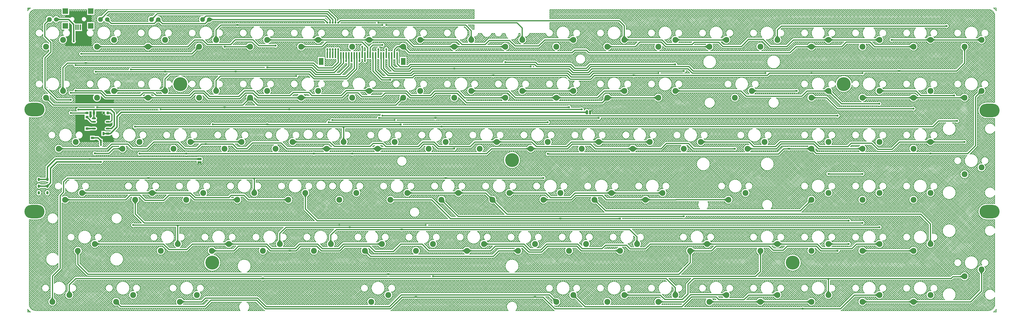
<source format=gbl>
G04 Layer_Physical_Order=2*
G04 Layer_Color=16711680*
%FSLAX25Y25*%
%MOIN*%
G70*
G01*
G75*
G04:AMPARAMS|DCode=11|XSize=31.5mil|YSize=62.99mil|CornerRadius=7.87mil|HoleSize=0mil|Usage=FLASHONLY|Rotation=0.000|XOffset=0mil|YOffset=0mil|HoleType=Round|Shape=RoundedRectangle|*
%AMROUNDEDRECTD11*
21,1,0.03150,0.04724,0,0,0.0*
21,1,0.01575,0.06299,0,0,0.0*
1,1,0.01575,0.00787,-0.02362*
1,1,0.01575,-0.00787,-0.02362*
1,1,0.01575,-0.00787,0.02362*
1,1,0.01575,0.00787,0.02362*
%
%ADD11ROUNDEDRECTD11*%
G04:AMPARAMS|DCode=12|XSize=31.5mil|YSize=62.99mil|CornerRadius=7.87mil|HoleSize=0mil|Usage=FLASHONLY|Rotation=90.000|XOffset=0mil|YOffset=0mil|HoleType=Round|Shape=RoundedRectangle|*
%AMROUNDEDRECTD12*
21,1,0.03150,0.04724,0,0,90.0*
21,1,0.01575,0.06299,0,0,90.0*
1,1,0.01575,0.02362,0.00787*
1,1,0.01575,0.02362,-0.00787*
1,1,0.01575,-0.02362,-0.00787*
1,1,0.01575,-0.02362,0.00787*
%
%ADD12ROUNDEDRECTD12*%
%ADD13C,0.01600*%
%ADD14C,0.02000*%
%ADD15C,0.01200*%
%ADD16R,0.03268X0.03268*%
%ADD17C,0.03268*%
%ADD19O,0.03543X0.04724*%
%ADD20R,0.03268X0.03268*%
%ADD21C,0.20472*%
%ADD22O,0.29528X0.19685*%
%ADD23C,0.08661*%
%ADD24P,0.07244X8X22.5*%
%ADD25C,0.06693*%
%ADD26C,0.03000*%
%ADD27C,0.02756*%
%ADD28C,0.00800*%
%ADD29R,0.07874X0.07874*%
%ADD30R,0.07874X0.08000*%
%ADD31R,0.02047X0.07874*%
%ADD32R,0.03858X0.03661*%
%ADD33R,0.02559X0.04528*%
%ADD34R,0.03661X0.03858*%
%ADD35O,0.06299X0.02362*%
%ADD36R,0.11417X0.15748*%
%ADD37R,0.07087X0.10236*%
%ADD38R,0.02362X0.08661*%
G36*
X1325567Y232000D02*
X1325512Y232048D01*
X1325445Y232090D01*
X1325365Y232127D01*
X1325274Y232160D01*
X1325170Y232188D01*
X1325054Y232210D01*
X1324926Y232227D01*
X1324634Y232247D01*
X1324469Y232250D01*
Y233850D01*
X1324634Y233853D01*
X1324926Y233873D01*
X1325054Y233890D01*
X1325170Y233912D01*
X1325274Y233940D01*
X1325365Y233973D01*
X1325445Y234010D01*
X1325512Y234052D01*
X1325567Y234100D01*
Y232000D01*
D02*
G37*
G36*
X477910Y233903D02*
X477977Y233860D01*
X478056Y233822D01*
X478148Y233790D01*
X478252Y233763D01*
X478367Y233740D01*
X478495Y233722D01*
X478788Y233702D01*
X478952Y233700D01*
Y232100D01*
X478788Y232098D01*
X478495Y232078D01*
X478367Y232060D01*
X478252Y232037D01*
X478148Y232010D01*
X478056Y231978D01*
X477977Y231940D01*
X477910Y231897D01*
X477855Y231850D01*
Y233950D01*
X477910Y233903D01*
D02*
G37*
G36*
X475712Y231850D02*
X475657Y231897D01*
X475590Y231940D01*
X475511Y231978D01*
X475419Y232010D01*
X475315Y232037D01*
X475199Y232060D01*
X475071Y232078D01*
X474779Y232098D01*
X474615Y232100D01*
Y233700D01*
X474779Y233702D01*
X475071Y233722D01*
X475199Y233740D01*
X475315Y233763D01*
X475419Y233790D01*
X475511Y233822D01*
X475590Y233860D01*
X475657Y233903D01*
X475712Y233950D01*
Y231850D01*
D02*
G37*
G36*
X1156118Y239584D02*
X1156196Y238495D01*
X1156270Y238011D01*
X1156367Y237567D01*
X1156487Y237163D01*
X1156629Y236800D01*
X1156795Y236477D01*
X1156983Y236194D01*
X1157194Y235951D01*
X1156063Y234820D01*
X1155820Y235031D01*
X1155537Y235219D01*
X1155214Y235385D01*
X1154850Y235527D01*
X1154447Y235647D01*
X1154003Y235744D01*
X1153519Y235817D01*
X1152995Y235868D01*
X1151825Y235902D01*
X1156112Y240189D01*
X1156118Y239584D01*
D02*
G37*
G36*
X99626Y234429D02*
X99694Y234387D01*
X99773Y234349D01*
X99865Y234317D01*
X99968Y234289D01*
X100084Y234267D01*
X100212Y234249D01*
X100504Y234229D01*
X100669Y234227D01*
Y232627D01*
X100504Y232624D01*
X100212Y232604D01*
X100084Y232587D01*
X99968Y232564D01*
X99865Y232537D01*
X99773Y232504D01*
X99694Y232467D01*
X99626Y232424D01*
X99571Y232377D01*
Y234477D01*
X99626Y234429D01*
D02*
G37*
G36*
X1327765Y234052D02*
X1327832Y234010D01*
X1327911Y233973D01*
X1328003Y233940D01*
X1328106Y233912D01*
X1328222Y233890D01*
X1328350Y233873D01*
X1328643Y233853D01*
X1328807Y233850D01*
Y232250D01*
X1328643Y232247D01*
X1328350Y232227D01*
X1328222Y232210D01*
X1328106Y232188D01*
X1328003Y232160D01*
X1327911Y232127D01*
X1327832Y232090D01*
X1327765Y232048D01*
X1327709Y232000D01*
Y234100D01*
X1327765Y234052D01*
D02*
G37*
G36*
X231965Y231850D02*
X231910Y231897D01*
X231843Y231940D01*
X231764Y231978D01*
X231672Y232010D01*
X231568Y232037D01*
X231453Y232060D01*
X231325Y232078D01*
X231032Y232098D01*
X230868Y232100D01*
Y233700D01*
X231032Y233702D01*
X231325Y233722D01*
X231453Y233740D01*
X231568Y233763D01*
X231672Y233790D01*
X231764Y233822D01*
X231843Y233860D01*
X231910Y233903D01*
X231965Y233950D01*
Y231850D01*
D02*
G37*
G36*
X165407Y233903D02*
X165474Y233860D01*
X165554Y233822D01*
X165645Y233790D01*
X165749Y233763D01*
X165865Y233740D01*
X165993Y233722D01*
X166285Y233702D01*
X166450Y233700D01*
Y232100D01*
X166285Y232098D01*
X165993Y232078D01*
X165865Y232060D01*
X165749Y232037D01*
X165645Y232010D01*
X165554Y231978D01*
X165474Y231940D01*
X165407Y231897D01*
X165352Y231850D01*
Y233950D01*
X165407Y233903D01*
D02*
G37*
G36*
X765462Y233520D02*
X765528Y233474D01*
X765606Y233433D01*
X765697Y233398D01*
X765800Y233368D01*
X765915Y233344D01*
X766042Y233324D01*
X766334Y233303D01*
X766498Y233300D01*
X766395Y231700D01*
X766230Y231698D01*
X765808Y231664D01*
X765692Y231644D01*
X765588Y231619D01*
X765496Y231590D01*
X765417Y231556D01*
X765349Y231518D01*
X765294Y231475D01*
X765408Y233572D01*
X765462Y233520D01*
D02*
G37*
G36*
X421663Y233903D02*
X421730Y233860D01*
X421810Y233822D01*
X421901Y233790D01*
X422005Y233763D01*
X422121Y233740D01*
X422249Y233722D01*
X422541Y233702D01*
X422706Y233700D01*
Y232100D01*
X422541Y232098D01*
X422249Y232078D01*
X422121Y232060D01*
X422005Y232037D01*
X421901Y232010D01*
X421810Y231978D01*
X421730Y231940D01*
X421663Y231897D01*
X421608Y231850D01*
Y233950D01*
X421663Y233903D01*
D02*
G37*
G36*
X419466Y231850D02*
X419411Y231897D01*
X419343Y231940D01*
X419264Y231978D01*
X419172Y232010D01*
X419069Y232037D01*
X418953Y232060D01*
X418825Y232078D01*
X418532Y232098D01*
X418368Y232100D01*
Y233700D01*
X418532Y233702D01*
X418825Y233722D01*
X418953Y233740D01*
X419069Y233763D01*
X419172Y233790D01*
X419264Y233822D01*
X419343Y233860D01*
X419411Y233903D01*
X419466Y233950D01*
Y231850D01*
D02*
G37*
G36*
X234163Y233903D02*
X234230Y233860D01*
X234310Y233822D01*
X234401Y233790D01*
X234505Y233763D01*
X234621Y233740D01*
X234749Y233722D01*
X235041Y233702D01*
X235205Y233700D01*
Y232100D01*
X235041Y232098D01*
X234749Y232078D01*
X234621Y232060D01*
X234505Y232037D01*
X234401Y232010D01*
X234310Y231978D01*
X234230Y231940D01*
X234163Y231897D01*
X234108Y231850D01*
Y233950D01*
X234163Y233903D01*
D02*
G37*
G36*
X886189Y237195D02*
X885757Y237619D01*
X884931Y238333D01*
X884537Y238623D01*
X884155Y238869D01*
X883785Y239070D01*
X883427Y239226D01*
X883081Y239337D01*
X882748Y239404D01*
X882427Y239427D01*
Y241027D01*
X882748Y241049D01*
X883081Y241116D01*
X883427Y241228D01*
X883785Y241384D01*
X884155Y241584D01*
X884537Y241830D01*
X884931Y242120D01*
X885338Y242455D01*
X886189Y243258D01*
Y237195D01*
D02*
G37*
G36*
X742805Y242834D02*
X743631Y242120D01*
X744026Y241830D01*
X744408Y241584D01*
X744778Y241384D01*
X745136Y241228D01*
X745482Y241116D01*
X745815Y241049D01*
X746136Y241027D01*
Y239427D01*
X745815Y239404D01*
X745482Y239337D01*
X745136Y239226D01*
X744778Y239070D01*
X744408Y238869D01*
X744026Y238623D01*
X743631Y238333D01*
X743224Y237999D01*
X742374Y237195D01*
Y243258D01*
X742805Y242834D01*
D02*
G37*
G36*
X736189Y237195D02*
X735757Y237619D01*
X734931Y238333D01*
X734537Y238623D01*
X734155Y238869D01*
X733784Y239070D01*
X733427Y239226D01*
X733081Y239337D01*
X732748Y239404D01*
X732427Y239427D01*
Y241027D01*
X732748Y241049D01*
X733081Y241116D01*
X733427Y241228D01*
X733784Y241384D01*
X734155Y241584D01*
X734537Y241830D01*
X734931Y242120D01*
X735338Y242455D01*
X736189Y243258D01*
Y237195D01*
D02*
G37*
G36*
X1148689Y237201D02*
X1148258Y237625D01*
X1147432Y238339D01*
X1147037Y238629D01*
X1146655Y238874D01*
X1146285Y239075D01*
X1145927Y239231D01*
X1145582Y239343D01*
X1145248Y239410D01*
X1144927Y239432D01*
Y241032D01*
X1145248Y241055D01*
X1145582Y241121D01*
X1145927Y241233D01*
X1146285Y241389D01*
X1146655Y241590D01*
X1147037Y241835D01*
X1147432Y242126D01*
X1147839Y242460D01*
X1148689Y243264D01*
Y237201D01*
D02*
G37*
G36*
X1061557Y242834D02*
X1062383Y242120D01*
X1062778Y241830D01*
X1063160Y241584D01*
X1063530Y241384D01*
X1063888Y241228D01*
X1064234Y241116D01*
X1064567Y241049D01*
X1064888Y241027D01*
Y239427D01*
X1064567Y239404D01*
X1064234Y239337D01*
X1063888Y239226D01*
X1063530Y239070D01*
X1063160Y238869D01*
X1062778Y238623D01*
X1062383Y238333D01*
X1061977Y237999D01*
X1061126Y237195D01*
Y243258D01*
X1061557Y242834D01*
D02*
G37*
G36*
X892806D02*
X893631Y242120D01*
X894026Y241830D01*
X894408Y241584D01*
X894778Y241384D01*
X895136Y241228D01*
X895482Y241116D01*
X895815Y241049D01*
X896136Y241027D01*
Y239427D01*
X895815Y239404D01*
X895482Y239337D01*
X895136Y239226D01*
X894778Y239070D01*
X894408Y238869D01*
X894026Y238623D01*
X893631Y238333D01*
X893225Y237999D01*
X892374Y237195D01*
Y243258D01*
X892806Y242834D01*
D02*
G37*
G36*
X436188Y237195D02*
X435757Y237619D01*
X434931Y238333D01*
X434537Y238623D01*
X434154Y238869D01*
X433784Y239070D01*
X433426Y239226D01*
X433081Y239337D01*
X432748Y239404D01*
X432427Y239427D01*
Y241027D01*
X432748Y241049D01*
X433081Y241116D01*
X433426Y241228D01*
X433784Y241384D01*
X434154Y241584D01*
X434537Y241830D01*
X434931Y242120D01*
X435338Y242455D01*
X436188Y243258D01*
Y237195D01*
D02*
G37*
G36*
X136188D02*
X135757Y237619D01*
X134931Y238333D01*
X134536Y238623D01*
X134154Y238869D01*
X133784Y239070D01*
X133426Y239226D01*
X133080Y239337D01*
X132747Y239404D01*
X132426Y239427D01*
Y241027D01*
X132747Y241049D01*
X133080Y241116D01*
X133426Y241228D01*
X133784Y241384D01*
X134154Y241584D01*
X134536Y241830D01*
X134931Y242120D01*
X135338Y242455D01*
X136188Y243258D01*
Y237195D01*
D02*
G37*
G36*
X49060Y242834D02*
X49886Y242120D01*
X50281Y241830D01*
X50663Y241584D01*
X51033Y241384D01*
X51391Y241228D01*
X51736Y241116D01*
X52070Y241049D01*
X52391Y241027D01*
Y239427D01*
X52070Y239404D01*
X51736Y239337D01*
X51391Y239226D01*
X51033Y239070D01*
X50663Y238869D01*
X50281Y238623D01*
X49886Y238333D01*
X49479Y237999D01*
X48629Y237195D01*
Y243258D01*
X49060Y242834D01*
D02*
G37*
G36*
X517805D02*
X518631Y242120D01*
X519026Y241830D01*
X519408Y241584D01*
X519778Y241384D01*
X520136Y241228D01*
X520481Y241116D01*
X520815Y241049D01*
X521136Y241027D01*
Y239427D01*
X520815Y239404D01*
X520481Y239337D01*
X520136Y239226D01*
X519778Y239070D01*
X519408Y238869D01*
X519026Y238623D01*
X518631Y238333D01*
X518224Y237999D01*
X517374Y237195D01*
Y243258D01*
X517805Y242834D01*
D02*
G37*
G36*
X511188Y237195D02*
X510757Y237619D01*
X509931Y238333D01*
X509537Y238623D01*
X509154Y238869D01*
X508784Y239070D01*
X508426Y239226D01*
X508081Y239337D01*
X507748Y239404D01*
X507427Y239427D01*
Y241027D01*
X507748Y241049D01*
X508081Y241116D01*
X508426Y241228D01*
X508784Y241384D01*
X509154Y241584D01*
X509537Y241830D01*
X509931Y242120D01*
X510338Y242455D01*
X511188Y243258D01*
Y237195D01*
D02*
G37*
G36*
X442805Y242834D02*
X443631Y242120D01*
X444026Y241830D01*
X444408Y241584D01*
X444778Y241384D01*
X445136Y241228D01*
X445481Y241116D01*
X445815Y241049D01*
X446136Y241027D01*
Y239427D01*
X445815Y239404D01*
X445481Y239337D01*
X445136Y239226D01*
X444778Y239070D01*
X444408Y238869D01*
X444026Y238623D01*
X443631Y238333D01*
X443224Y237999D01*
X442374Y237195D01*
Y243258D01*
X442805Y242834D01*
D02*
G37*
G36*
X92220Y226041D02*
X92256Y226032D01*
X92308Y226025D01*
X92463Y226012D01*
X92978Y226000D01*
X93149Y226000D01*
Y224000D01*
X92202Y223950D01*
Y226050D01*
X92220Y226041D01*
D02*
G37*
G36*
X27787Y183242D02*
X27760Y183430D01*
X27680Y183598D01*
X27546Y183747D01*
X27359Y183876D01*
X27118Y183985D01*
X26824Y184074D01*
X26476Y184143D01*
X26075Y184193D01*
X25620Y184222D01*
X25112Y184232D01*
Y186232D01*
X25620Y186242D01*
X26476Y186321D01*
X26824Y186391D01*
X27118Y186480D01*
X27359Y186589D01*
X27546Y186718D01*
X27680Y186866D01*
X27760Y187035D01*
X27787Y187223D01*
X27787Y183242D01*
D02*
G37*
G36*
X17308Y187035D02*
X17388Y186866D01*
X17522Y186718D01*
X17709Y186589D01*
X17950Y186480D01*
X18244Y186391D01*
X18592Y186321D01*
X18993Y186272D01*
X19447Y186242D01*
X19956Y186232D01*
Y184232D01*
X19447Y184222D01*
X18592Y184143D01*
X18244Y184074D01*
X17950Y183985D01*
X17709Y183876D01*
X17522Y183747D01*
X17388Y183598D01*
X17308Y183430D01*
X17281Y183242D01*
Y187223D01*
X17308Y187035D01*
D02*
G37*
G36*
X333716Y181786D02*
X333784Y181450D01*
X333898Y181106D01*
X334057Y180751D01*
X334261Y180387D01*
X334511Y180014D01*
X334806Y179630D01*
X335147Y179238D01*
X335964Y178424D01*
X329905Y178223D01*
X330320Y178674D01*
X331021Y179531D01*
X331305Y179937D01*
X331546Y180328D01*
X331743Y180704D01*
X331896Y181065D01*
X332006Y181411D01*
X332071Y181742D01*
X332093Y182057D01*
X333693Y182111D01*
X333716Y181786D01*
D02*
G37*
G36*
X29838Y198755D02*
X29919Y197812D01*
X29967Y197544D01*
X30026Y197299D01*
X30096Y197078D01*
X30177Y196879D01*
X30268Y196704D01*
X30370Y196553D01*
X27787D01*
Y193084D01*
X27760Y193273D01*
X27680Y193441D01*
X27546Y193589D01*
X27359Y193718D01*
X27118Y193827D01*
X26824Y193916D01*
X26476Y193986D01*
X26075Y194035D01*
X25620Y194065D01*
X25112Y194075D01*
Y196075D01*
X25620Y196085D01*
X26476Y196164D01*
X26824Y196233D01*
X27118Y196323D01*
X27359Y196431D01*
X27535Y196553D01*
X27296D01*
X27398Y196704D01*
X27489Y196879D01*
X27570Y197078D01*
X27640Y197299D01*
X27699Y197544D01*
X27747Y197812D01*
X27812Y198417D01*
X27828Y198755D01*
X27833Y199116D01*
X29833D01*
X29838Y198755D01*
D02*
G37*
G36*
X17308Y196877D02*
X17388Y196709D01*
X17522Y196560D01*
X17709Y196431D01*
X17950Y196323D01*
X18244Y196233D01*
X18592Y196164D01*
X18993Y196115D01*
X19447Y196085D01*
X19956Y196075D01*
Y194075D01*
X19447Y194065D01*
X18592Y193986D01*
X18244Y193916D01*
X17950Y193827D01*
X17709Y193718D01*
X17522Y193589D01*
X17388Y193441D01*
X17308Y193273D01*
X17281Y193084D01*
Y197065D01*
X17308Y196877D01*
D02*
G37*
G36*
X32022Y187007D02*
X31779Y186750D01*
X31557Y186488D01*
X31356Y186220D01*
X31177Y185946D01*
X31018Y185666D01*
X30882Y185381D01*
X30766Y185090D01*
X30672Y184793D01*
X30599Y184491D01*
X30547Y184182D01*
X28374Y187537D01*
X28680Y187587D01*
X28977Y187654D01*
X29264Y187739D01*
X29542Y187842D01*
X29811Y187962D01*
X30070Y188099D01*
X30319Y188254D01*
X30560Y188427D01*
X30790Y188617D01*
X31012Y188825D01*
X32022Y187007D01*
D02*
G37*
G36*
X711561Y177840D02*
X712387Y177126D01*
X712782Y176836D01*
X713164Y176590D01*
X713534Y176389D01*
X713892Y176233D01*
X714237Y176122D01*
X714571Y176055D01*
X714892Y176032D01*
Y174432D01*
X714571Y174410D01*
X714237Y174343D01*
X713892Y174232D01*
X713534Y174075D01*
X713164Y173874D01*
X712782Y173629D01*
X712387Y173339D01*
X711980Y173004D01*
X711130Y172201D01*
Y178264D01*
X711561Y177840D01*
D02*
G37*
G36*
X636561D02*
X637387Y177126D01*
X637782Y176836D01*
X638164Y176590D01*
X638534Y176389D01*
X638892Y176233D01*
X639237Y176122D01*
X639571Y176055D01*
X639892Y176032D01*
Y174432D01*
X639571Y174410D01*
X639237Y174343D01*
X638892Y174232D01*
X638534Y174075D01*
X638164Y173874D01*
X637782Y173629D01*
X637387Y173339D01*
X636980Y173004D01*
X636130Y172201D01*
Y178264D01*
X636561Y177840D01*
D02*
G37*
G36*
X629944Y172201D02*
X629513Y172625D01*
X628687Y173339D01*
X628293Y173629D01*
X627910Y173874D01*
X627540Y174075D01*
X627182Y174232D01*
X626837Y174343D01*
X626504Y174410D01*
X626182Y174432D01*
Y176032D01*
X626504Y176055D01*
X626837Y176122D01*
X627182Y176233D01*
X627540Y176389D01*
X627910Y176590D01*
X628293Y176836D01*
X628687Y177126D01*
X629094Y177461D01*
X629944Y178264D01*
Y172201D01*
D02*
G37*
G36*
X929945D02*
X929513Y172625D01*
X928687Y173339D01*
X928293Y173629D01*
X927911Y173874D01*
X927540Y174075D01*
X927183Y174232D01*
X926837Y174343D01*
X926504Y174410D01*
X926183Y174432D01*
Y176032D01*
X926504Y176055D01*
X926837Y176122D01*
X927183Y176233D01*
X927540Y176389D01*
X927911Y176590D01*
X928293Y176836D01*
X928687Y177126D01*
X929094Y177461D01*
X929945Y178264D01*
Y172201D01*
D02*
G37*
G36*
X861561Y177840D02*
X862387Y177126D01*
X862782Y176836D01*
X863164Y176590D01*
X863534Y176389D01*
X863892Y176233D01*
X864238Y176122D01*
X864571Y176055D01*
X864892Y176032D01*
Y174432D01*
X864571Y174410D01*
X864238Y174343D01*
X863892Y174232D01*
X863534Y174075D01*
X863164Y173874D01*
X862782Y173629D01*
X862387Y173339D01*
X861981Y173004D01*
X861130Y172201D01*
Y178264D01*
X861561Y177840D01*
D02*
G37*
G36*
X854945Y172201D02*
X854513Y172625D01*
X853687Y173339D01*
X853293Y173629D01*
X852910Y173874D01*
X852540Y174075D01*
X852183Y174232D01*
X851837Y174343D01*
X851504Y174410D01*
X851183Y174432D01*
Y176032D01*
X851504Y176055D01*
X851837Y176122D01*
X852183Y176233D01*
X852540Y176389D01*
X852910Y176590D01*
X853293Y176836D01*
X853687Y177126D01*
X854094Y177461D01*
X854945Y178264D01*
Y172201D01*
D02*
G37*
G36*
X106429Y219750D02*
X106411Y219759D01*
X106375Y219768D01*
X106323Y219776D01*
X106168Y219788D01*
X105653Y219799D01*
X105482Y219800D01*
Y221800D01*
X106429Y221850D01*
Y219750D01*
D02*
G37*
G36*
X1225710Y202050D02*
X1225655Y202098D01*
X1225588Y202140D01*
X1225509Y202178D01*
X1225417Y202210D01*
X1225313Y202238D01*
X1225198Y202260D01*
X1225070Y202277D01*
X1224777Y202297D01*
X1224613Y202300D01*
Y203900D01*
X1224777Y203903D01*
X1225070Y203923D01*
X1225198Y203940D01*
X1225313Y203962D01*
X1225417Y203990D01*
X1225509Y204023D01*
X1225588Y204060D01*
X1225655Y204102D01*
X1225710Y204150D01*
Y202050D01*
D02*
G37*
G36*
X1177908Y204102D02*
X1177975Y204060D01*
X1178055Y204023D01*
X1178146Y203990D01*
X1178250Y203962D01*
X1178366Y203940D01*
X1178494Y203923D01*
X1178786Y203903D01*
X1178951Y203900D01*
Y202300D01*
X1178786Y202297D01*
X1178494Y202277D01*
X1178366Y202260D01*
X1178250Y202238D01*
X1178146Y202210D01*
X1178055Y202178D01*
X1177975Y202140D01*
X1177908Y202098D01*
X1177853Y202050D01*
Y204150D01*
X1177908Y204102D01*
D02*
G37*
G36*
X90060Y223950D02*
X90041Y223959D01*
X90006Y223968D01*
X89954Y223975D01*
X89798Y223988D01*
X89284Y224000D01*
X89113Y224000D01*
Y226000D01*
X90060Y226050D01*
Y223950D01*
D02*
G37*
G36*
X251433Y223856D02*
X251397Y223884D01*
X251344Y223908D01*
X251274Y223930D01*
X251189Y223948D01*
X251086Y223964D01*
X250832Y223987D01*
X250512Y223999D01*
X250328Y224000D01*
Y226000D01*
X250512Y226001D01*
X251189Y226052D01*
X251274Y226070D01*
X251344Y226092D01*
X251397Y226116D01*
X251433Y226144D01*
Y223856D01*
D02*
G37*
G36*
X249935Y223482D02*
X249771Y223581D01*
X249589Y223669D01*
X249390Y223746D01*
X249172Y223814D01*
X248936Y223871D01*
X248683Y223917D01*
X248122Y223979D01*
X247815Y223995D01*
X247490Y224000D01*
Y226000D01*
X247815Y226005D01*
X248411Y226047D01*
X248683Y226083D01*
X249172Y226186D01*
X249390Y226254D01*
X249589Y226331D01*
X249771Y226419D01*
X249935Y226518D01*
Y223482D01*
D02*
G37*
G36*
X178426Y198203D02*
X178493Y198160D01*
X178573Y198123D01*
X178665Y198090D01*
X178768Y198063D01*
X178884Y198040D01*
X179012Y198022D01*
X179304Y198003D01*
X179469Y198000D01*
Y196400D01*
X179304Y196397D01*
X179012Y196378D01*
X178884Y196360D01*
X178768Y196337D01*
X178665Y196310D01*
X178573Y196277D01*
X178493Y196240D01*
X178426Y196197D01*
X178371Y196150D01*
Y198250D01*
X178426Y198203D01*
D02*
G37*
G36*
X176229Y196150D02*
X176174Y196197D01*
X176107Y196240D01*
X176027Y196277D01*
X175935Y196310D01*
X175832Y196337D01*
X175716Y196360D01*
X175588Y196378D01*
X175296Y196397D01*
X175131Y196400D01*
Y198000D01*
X175296Y198003D01*
X175588Y198022D01*
X175716Y198040D01*
X175832Y198063D01*
X175935Y198090D01*
X176027Y198123D01*
X176107Y198160D01*
X176174Y198203D01*
X176229Y198250D01*
Y196150D01*
D02*
G37*
G36*
X335293Y196400D02*
X334989Y196384D01*
X334717Y196336D01*
X334477Y196256D01*
X334269Y196144D01*
X334093Y196000D01*
X333949Y195824D01*
X333837Y195616D01*
X333757Y195376D01*
X333709Y195104D01*
X333693Y194800D01*
X332093D01*
X332077Y195104D01*
X332029Y195376D01*
X331949Y195616D01*
X331837Y195824D01*
X331693Y196000D01*
X331517Y196144D01*
X331309Y196256D01*
X331069Y196336D01*
X330797Y196384D01*
X330493Y196400D01*
X332893Y198000D01*
X335293Y196400D01*
D02*
G37*
G36*
X756966Y196150D02*
X756911Y196197D01*
X756844Y196240D01*
X756764Y196277D01*
X756673Y196310D01*
X756569Y196337D01*
X756453Y196360D01*
X756325Y196378D01*
X756033Y196397D01*
X755868Y196400D01*
Y198000D01*
X756033Y198003D01*
X756325Y198022D01*
X756453Y198040D01*
X756569Y198063D01*
X756673Y198090D01*
X756764Y198123D01*
X756844Y198160D01*
X756911Y198203D01*
X756966Y198250D01*
Y196150D01*
D02*
G37*
G36*
X615408Y198203D02*
X615475Y198160D01*
X615554Y198123D01*
X615646Y198090D01*
X615749Y198063D01*
X615865Y198040D01*
X615993Y198022D01*
X616286Y198003D01*
X616450Y198000D01*
Y196400D01*
X616286Y196397D01*
X615993Y196378D01*
X615865Y196360D01*
X615749Y196337D01*
X615646Y196310D01*
X615554Y196277D01*
X615475Y196240D01*
X615408Y196197D01*
X615352Y196150D01*
Y198250D01*
X615408Y198203D01*
D02*
G37*
G36*
X613210Y196150D02*
X613155Y196197D01*
X613088Y196240D01*
X613008Y196277D01*
X612917Y196310D01*
X612813Y196337D01*
X612697Y196360D01*
X612569Y196378D01*
X612277Y196397D01*
X612112Y196400D01*
Y198000D01*
X612277Y198003D01*
X612569Y198022D01*
X612697Y198040D01*
X612813Y198063D01*
X612917Y198090D01*
X613008Y198123D01*
X613088Y198160D01*
X613155Y198203D01*
X613210Y198250D01*
Y196150D01*
D02*
G37*
G36*
X350829Y274917D02*
X350774Y274964D01*
X350707Y275007D01*
X350627Y275044D01*
X350535Y275077D01*
X350432Y275104D01*
X350316Y275127D01*
X350188Y275144D01*
X349896Y275164D01*
X349731Y275167D01*
Y276767D01*
X349896Y276769D01*
X350188Y276789D01*
X350316Y276807D01*
X350432Y276829D01*
X350535Y276857D01*
X350627Y276889D01*
X350707Y276927D01*
X350774Y276969D01*
X350829Y277017D01*
Y274917D01*
D02*
G37*
G36*
X273026Y276969D02*
X273094Y276927D01*
X273173Y276889D01*
X273265Y276857D01*
X273368Y276829D01*
X273484Y276807D01*
X273612Y276789D01*
X273904Y276769D01*
X274069Y276767D01*
Y275167D01*
X273904Y275164D01*
X273612Y275144D01*
X273484Y275127D01*
X273368Y275104D01*
X273265Y275077D01*
X273173Y275044D01*
X273094Y275007D01*
X273026Y274964D01*
X272971Y274917D01*
Y277017D01*
X273026Y276969D01*
D02*
G37*
G36*
X353087Y276897D02*
X353153Y276851D01*
X353231Y276809D01*
X353322Y276774D01*
X353424Y276744D01*
X353539Y276719D01*
X353667Y276700D01*
X353958Y276678D01*
X354122Y276675D01*
X354006Y275075D01*
X353841Y275073D01*
X353419Y275040D01*
X353303Y275020D01*
X353199Y274995D01*
X353107Y274966D01*
X353028Y274933D01*
X352960Y274895D01*
X352905Y274853D01*
X353033Y276949D01*
X353087Y276897D01*
D02*
G37*
G36*
X763067Y278025D02*
X763012Y278073D01*
X762945Y278115D01*
X762865Y278152D01*
X762774Y278185D01*
X762670Y278212D01*
X762554Y278235D01*
X762426Y278253D01*
X762134Y278273D01*
X761969Y278275D01*
Y279875D01*
X762134Y279877D01*
X762426Y279897D01*
X762554Y279915D01*
X762670Y279938D01*
X762774Y279965D01*
X762865Y279997D01*
X762945Y280035D01*
X763012Y280078D01*
X763067Y280125D01*
Y278025D01*
D02*
G37*
G36*
X443226Y280078D02*
X443294Y280035D01*
X443373Y279997D01*
X443465Y279965D01*
X443568Y279938D01*
X443684Y279915D01*
X443812Y279897D01*
X444104Y279877D01*
X444269Y279875D01*
Y278275D01*
X444104Y278273D01*
X443812Y278253D01*
X443684Y278235D01*
X443568Y278212D01*
X443465Y278185D01*
X443373Y278152D01*
X443294Y278115D01*
X443226Y278073D01*
X443171Y278025D01*
Y280125D01*
X443226Y280078D01*
D02*
G37*
G36*
X109979Y294678D02*
X109819Y294554D01*
X109402Y294011D01*
X109140Y293379D01*
X109051Y292700D01*
X109140Y292021D01*
X109402Y291389D01*
X109819Y290846D01*
X109819D01*
X110362Y290429D01*
X110995Y290167D01*
X111673Y290078D01*
X112352Y290167D01*
X112984Y290429D01*
X113528Y290846D01*
X113805Y291208D01*
X114305Y291038D01*
Y289171D01*
X121053D01*
Y282914D01*
X120585Y282446D01*
X120431Y282509D01*
X119705Y282605D01*
X115768D01*
X115042Y282509D01*
X114365Y282229D01*
X113784Y281784D01*
X113338Y281203D01*
X113058Y280526D01*
X112963Y279800D01*
X113058Y279074D01*
X113338Y278397D01*
X113784Y277817D01*
X114365Y277371D01*
X115042Y277091D01*
X115768Y276995D01*
X119705D01*
X120431Y277091D01*
X121064Y277353D01*
X121400D01*
X122336Y277539D01*
X123130Y278070D01*
X124116Y279055D01*
X124578Y278864D01*
Y275195D01*
X121805Y272422D01*
X120641D01*
X120431Y272510D01*
X119705Y272605D01*
X115768D01*
X115042Y272510D01*
X114365Y272229D01*
X113784Y271783D01*
X113338Y271203D01*
X113058Y270526D01*
X112963Y269800D01*
X113058Y269074D01*
X113338Y268397D01*
X113784Y267816D01*
X114365Y267371D01*
X115042Y267091D01*
X115768Y266995D01*
X119705D01*
X120431Y267091D01*
X120641Y267178D01*
X122016D01*
X122207Y266716D01*
X121636Y266145D01*
X121265Y265869D01*
Y265869D01*
X121265Y265869D01*
X114207D01*
X114120Y266302D01*
X108361D01*
Y258575D01*
X114120D01*
X114207Y259008D01*
X121265D01*
Y259498D01*
X121639Y259816D01*
X122317Y259906D01*
X122950Y260168D01*
X123493Y260584D01*
X123688Y260780D01*
X124137Y260559D01*
X124093Y260227D01*
X124270Y258884D01*
X124788Y257633D01*
X125612Y256558D01*
X126640Y255770D01*
Y250227D01*
X110380D01*
Y254688D01*
X108421D01*
X105154Y257954D01*
X104611Y258371D01*
X103979Y258633D01*
X103300Y258722D01*
X103300Y258722D01*
X98529D01*
Y259531D01*
X91471D01*
Y252669D01*
X98529D01*
Y253478D01*
X102214D01*
X104621Y251071D01*
Y250227D01*
X76496D01*
X76381Y251389D01*
X76042Y252507D01*
X75491Y253538D01*
X74750Y254441D01*
X74463Y254676D01*
X74670Y255153D01*
X75536Y255039D01*
X76879Y255216D01*
X78130Y255734D01*
X79204Y256558D01*
X80029Y257633D01*
X80547Y258884D01*
X80724Y260227D01*
X80547Y261569D01*
X80029Y262821D01*
X79204Y263895D01*
X78130Y264719D01*
X76879Y265238D01*
X75536Y265414D01*
X74194Y265238D01*
X72942Y264719D01*
X71868Y263895D01*
X71043Y262821D01*
X70893Y262457D01*
X70393Y262556D01*
Y290253D01*
X83571D01*
Y289269D01*
X83571D01*
Y283206D01*
X87070D01*
X92207Y278070D01*
X93001Y277539D01*
X93934Y277354D01*
X94569Y277091D01*
X95295Y276995D01*
X99232D01*
X99958Y277091D01*
X100635Y277371D01*
X101216Y277817D01*
X101662Y278397D01*
X101942Y279074D01*
X102037Y279800D01*
X101942Y280526D01*
X101662Y281203D01*
X101216Y281784D01*
X100953Y281985D01*
Y282615D01*
X101216Y282817D01*
X101662Y283397D01*
X101942Y284074D01*
X102037Y284800D01*
X101942Y285526D01*
X101662Y286203D01*
X101216Y286784D01*
X100635Y287229D01*
X99958Y287509D01*
X99886Y287519D01*
Y289171D01*
X100695D01*
Y295178D01*
X109810D01*
X109979Y294678D01*
D02*
G37*
G36*
X158726Y273603D02*
X158793Y273560D01*
X158873Y273522D01*
X158965Y273490D01*
X159068Y273463D01*
X159184Y273440D01*
X159312Y273423D01*
X159604Y273403D01*
X159769Y273400D01*
Y271800D01*
X159604Y271797D01*
X159312Y271778D01*
X159184Y271760D01*
X159068Y271738D01*
X158965Y271710D01*
X158873Y271677D01*
X158793Y271640D01*
X158726Y271598D01*
X158671Y271550D01*
Y273650D01*
X158726Y273603D01*
D02*
G37*
G36*
X466538Y271800D02*
X466234Y271784D01*
X465962Y271736D01*
X465722Y271656D01*
X465514Y271544D01*
X465338Y271400D01*
X465194Y271224D01*
X465082Y271016D01*
X465002Y270776D01*
X464954Y270504D01*
X464938Y270200D01*
X463338D01*
X463322Y270504D01*
X463274Y270776D01*
X463194Y271016D01*
X463082Y271224D01*
X462938Y271400D01*
X462762Y271544D01*
X462554Y271656D01*
X462314Y271736D01*
X462042Y271784D01*
X461738Y271800D01*
X464138Y273400D01*
X466538Y271800D01*
D02*
G37*
G36*
X120094Y270913D02*
X120210Y270889D01*
X120359Y270868D01*
X120756Y270835D01*
X121943Y270801D01*
X122322Y270800D01*
Y268800D01*
X121943Y268799D01*
X120094Y268687D01*
X120010Y268661D01*
Y270939D01*
X120094Y270913D01*
D02*
G37*
G36*
X547354Y274825D02*
X547299Y274872D01*
X547231Y274915D01*
X547152Y274953D01*
X547060Y274985D01*
X546957Y275012D01*
X546841Y275035D01*
X546713Y275052D01*
X546421Y275073D01*
X546256Y275075D01*
Y276675D01*
X546421Y276677D01*
X546713Y276697D01*
X546841Y276715D01*
X546957Y276737D01*
X547060Y276765D01*
X547152Y276798D01*
X547231Y276835D01*
X547299Y276877D01*
X547354Y276925D01*
Y274825D01*
D02*
G37*
G36*
X609426Y273603D02*
X609493Y273560D01*
X609573Y273522D01*
X609664Y273490D01*
X609768Y273463D01*
X609884Y273440D01*
X610012Y273423D01*
X610304Y273403D01*
X610469Y273400D01*
Y271800D01*
X610304Y271797D01*
X610012Y271778D01*
X609884Y271760D01*
X609768Y271738D01*
X609664Y271710D01*
X609573Y271677D01*
X609493Y271640D01*
X609426Y271598D01*
X609371Y271550D01*
Y273650D01*
X609426Y273603D01*
D02*
G37*
G36*
X607229Y271550D02*
X607174Y271598D01*
X607106Y271640D01*
X607027Y271677D01*
X606936Y271710D01*
X606832Y271738D01*
X606716Y271760D01*
X606588Y271778D01*
X606296Y271797D01*
X606131Y271800D01*
Y273400D01*
X606296Y273403D01*
X606588Y273423D01*
X606716Y273440D01*
X606832Y273463D01*
X606936Y273490D01*
X607027Y273522D01*
X607106Y273560D01*
X607174Y273603D01*
X607229Y273650D01*
Y271550D01*
D02*
G37*
G36*
X93833Y289171D02*
X94641D01*
Y287519D01*
X94569Y287509D01*
X93893Y287229D01*
X93312Y286784D01*
X92866Y286203D01*
X92586Y285526D01*
X92562Y285343D01*
X92034Y285164D01*
X90629Y286568D01*
Y290068D01*
X90629D01*
Y295178D01*
X93833D01*
Y289171D01*
D02*
G37*
G36*
X517326Y286477D02*
X517393Y286435D01*
X517473Y286398D01*
X517564Y286365D01*
X517668Y286337D01*
X517784Y286315D01*
X517912Y286297D01*
X518204Y286278D01*
X518369Y286275D01*
Y284675D01*
X518204Y284672D01*
X517912Y284652D01*
X517784Y284635D01*
X517668Y284612D01*
X517564Y284585D01*
X517473Y284553D01*
X517393Y284515D01*
X517326Y284472D01*
X517271Y284425D01*
Y286525D01*
X517326Y286477D01*
D02*
G37*
G36*
X838197Y284420D02*
X838142Y284468D01*
X838075Y284512D01*
X837996Y284550D01*
X837905Y284583D01*
X837801Y284611D01*
X837685Y284634D01*
X837558Y284652D01*
X837265Y284672D01*
X837101Y284675D01*
X837125Y286275D01*
X837289Y286277D01*
X837710Y286314D01*
X837826Y286336D01*
X837930Y286363D01*
X838021Y286395D01*
X838101Y286432D01*
X838168Y286473D01*
X838223Y286520D01*
X838197Y284420D01*
D02*
G37*
G36*
X1189279Y287625D02*
X1189224Y287672D01*
X1189157Y287715D01*
X1189077Y287753D01*
X1188986Y287785D01*
X1188882Y287812D01*
X1188766Y287835D01*
X1188638Y287853D01*
X1188346Y287873D01*
X1188181Y287875D01*
Y289475D01*
X1188346Y289477D01*
X1188638Y289497D01*
X1188766Y289515D01*
X1188882Y289538D01*
X1188986Y289565D01*
X1189077Y289598D01*
X1189157Y289635D01*
X1189224Y289678D01*
X1189279Y289725D01*
Y287625D01*
D02*
G37*
G36*
X522526Y289678D02*
X522593Y289635D01*
X522673Y289598D01*
X522764Y289565D01*
X522868Y289538D01*
X522984Y289515D01*
X523112Y289497D01*
X523404Y289477D01*
X523569Y289475D01*
Y287875D01*
X523404Y287873D01*
X523112Y287853D01*
X522984Y287835D01*
X522868Y287812D01*
X522764Y287785D01*
X522673Y287753D01*
X522593Y287715D01*
X522526Y287672D01*
X522471Y287625D01*
Y289725D01*
X522526Y289678D01*
D02*
G37*
G36*
X98274Y287596D02*
X98304Y287253D01*
X98354Y286951D01*
X98423Y286689D01*
X98513Y286467D01*
X98623Y286286D01*
X98753Y286145D01*
X98903Y286044D01*
X99072Y285983D01*
X99262Y285963D01*
X95265D01*
X95455Y285983D01*
X95625Y286044D01*
X95775Y286145D01*
X95904Y286286D01*
X96014Y286467D01*
X96104Y286689D01*
X96174Y286951D01*
X96224Y287253D01*
X96254Y287596D01*
X96264Y287979D01*
X98264D01*
X98274Y287596D01*
D02*
G37*
G36*
X538075Y281229D02*
X538020Y281275D01*
X537953Y281317D01*
X537873Y281354D01*
X537782Y281386D01*
X537678Y281413D01*
X537562Y281436D01*
X537434Y281453D01*
X537141Y281472D01*
X536977Y281475D01*
X536961Y283075D01*
X537126Y283078D01*
X537418Y283098D01*
X537546Y283116D01*
X537662Y283138D01*
X537765Y283166D01*
X537856Y283199D01*
X537936Y283237D01*
X538003Y283280D01*
X538058Y283329D01*
X538075Y281229D01*
D02*
G37*
G36*
X448794Y283278D02*
X448861Y283235D01*
X448941Y283197D01*
X449032Y283165D01*
X449136Y283137D01*
X449252Y283115D01*
X449380Y283098D01*
X449672Y283078D01*
X449837Y283075D01*
Y281475D01*
X449672Y281472D01*
X449380Y281452D01*
X449252Y281435D01*
X449136Y281413D01*
X449032Y281385D01*
X448941Y281352D01*
X448861Y281315D01*
X448794Y281273D01*
X448739Y281225D01*
Y283325D01*
X448794Y283278D01*
D02*
G37*
G36*
X1364729Y280050D02*
X1364674Y280098D01*
X1364606Y280140D01*
X1364527Y280177D01*
X1364435Y280210D01*
X1364332Y280238D01*
X1364216Y280260D01*
X1364088Y280277D01*
X1363796Y280297D01*
X1363631Y280300D01*
Y281900D01*
X1363796Y281903D01*
X1364088Y281923D01*
X1364216Y281940D01*
X1364332Y281962D01*
X1364435Y281990D01*
X1364527Y282023D01*
X1364606Y282060D01*
X1364674Y282102D01*
X1364729Y282150D01*
Y280050D01*
D02*
G37*
G36*
X600254Y286452D02*
X600321Y286415D01*
X600401Y286382D01*
X600493Y286354D01*
X600597Y286330D01*
X600713Y286310D01*
X600982Y286284D01*
X601135Y286277D01*
X601300Y286275D01*
X601427Y284675D01*
X601263Y284672D01*
X600971Y284650D01*
X600844Y284631D01*
X600729Y284606D01*
X600627Y284576D01*
X600536Y284540D01*
X600458Y284498D01*
X600392Y284451D01*
X600339Y284399D01*
X599200Y285515D01*
X600199Y286494D01*
X600254Y286452D01*
D02*
G37*
G36*
X599200Y285515D02*
X598061Y284399D01*
X598008Y284451D01*
X597942Y284498D01*
X597864Y284540D01*
X597773Y284576D01*
X597671Y284606D01*
X597556Y284631D01*
X597429Y284650D01*
X597137Y284672D01*
X596973Y284675D01*
X597100Y286275D01*
X597265Y286277D01*
X597418Y286284D01*
X597687Y286310D01*
X597803Y286330D01*
X597907Y286354D01*
X597999Y286382D01*
X598079Y286415D01*
X598146Y286452D01*
X598201Y286494D01*
X599200Y285515D01*
D02*
G37*
G36*
X88911Y286864D02*
X88864Y286721D01*
X88863Y286554D01*
X88908Y286364D01*
X88999Y286149D01*
X89136Y285911D01*
X89320Y285649D01*
X89550Y285363D01*
X90149Y284720D01*
X88919Y283687D01*
X88594Y284000D01*
X88010Y284495D01*
X87751Y284676D01*
X87514Y284812D01*
X87298Y284904D01*
X87105Y284952D01*
X86933Y284956D01*
X86784Y284915D01*
X86656Y284830D01*
X89005Y286983D01*
X88911Y286864D01*
D02*
G37*
G36*
X119673Y264102D02*
X119733Y263963D01*
X119832Y263840D01*
X119971Y263733D01*
X120150Y263643D01*
X120368Y263570D01*
X120626Y263512D01*
X120924Y263471D01*
X121261Y263447D01*
X121639Y263439D01*
Y261439D01*
X121261Y261430D01*
X120626Y261365D01*
X120368Y261308D01*
X120150Y261234D01*
X119971Y261144D01*
X119832Y261037D01*
X119733Y260915D01*
X119673Y260775D01*
X119653Y260620D01*
Y264257D01*
X119673Y264102D01*
D02*
G37*
G36*
X392805Y252834D02*
X393631Y252120D01*
X394025Y251830D01*
X394408Y251585D01*
X394778Y251384D01*
X395136Y251227D01*
X395481Y251116D01*
X395815Y251049D01*
X396136Y251027D01*
Y249427D01*
X395815Y249404D01*
X395481Y249337D01*
X395136Y249226D01*
X394778Y249070D01*
X394408Y248869D01*
X394025Y248623D01*
X393631Y248333D01*
X393224Y247998D01*
X392374Y247195D01*
Y253258D01*
X392805Y252834D01*
D02*
G37*
G36*
X108717Y248553D02*
X108671Y248493D01*
X108631Y248393D01*
X108596Y248253D01*
X108567Y248073D01*
X108543Y247853D01*
X108518Y247286D01*
X108550Y246671D01*
X108501D01*
X108500Y246573D01*
X106500D01*
X106499Y246671D01*
X106450D01*
X106459Y246690D01*
X106468Y246725D01*
X106475Y246777D01*
X106488Y246932D01*
X106490Y247051D01*
X106404Y248253D01*
X106369Y248393D01*
X106329Y248493D01*
X106283Y248553D01*
X106233Y248573D01*
X108767D01*
X108717Y248553D01*
D02*
G37*
G36*
X262692Y248050D02*
X262758Y248004D01*
X262836Y247962D01*
X262927Y247926D01*
X263029Y247896D01*
X263144Y247871D01*
X263271Y247851D01*
X263563Y247829D01*
X263727Y247827D01*
X263600Y246227D01*
X263435Y246224D01*
X263013Y246192D01*
X262897Y246172D01*
X262793Y246148D01*
X262701Y246119D01*
X262621Y246086D01*
X262554Y246049D01*
X262499Y246008D01*
X262639Y248103D01*
X262692Y248050D01*
D02*
G37*
G36*
X836189Y247195D02*
X835757Y247619D01*
X834931Y248333D01*
X834537Y248623D01*
X834155Y248869D01*
X833784Y249070D01*
X833427Y249226D01*
X833081Y249337D01*
X832748Y249404D01*
X832427Y249427D01*
Y251027D01*
X832748Y251049D01*
X833081Y251116D01*
X833427Y251227D01*
X833784Y251384D01*
X834155Y251585D01*
X834537Y251830D01*
X834931Y252120D01*
X835338Y252455D01*
X836189Y253258D01*
Y247195D01*
D02*
G37*
G36*
X692805Y252834D02*
X693631Y252120D01*
X694026Y251830D01*
X694408Y251585D01*
X694778Y251384D01*
X695136Y251227D01*
X695481Y251116D01*
X695815Y251049D01*
X696136Y251027D01*
Y249427D01*
X695815Y249404D01*
X695481Y249337D01*
X695136Y249226D01*
X694778Y249070D01*
X694408Y248869D01*
X694026Y248623D01*
X693631Y248333D01*
X693224Y247998D01*
X692374Y247195D01*
Y253258D01*
X692805Y252834D01*
D02*
G37*
G36*
X686189Y247195D02*
X685757Y247619D01*
X684931Y248333D01*
X684537Y248623D01*
X684154Y248869D01*
X683784Y249070D01*
X683427Y249226D01*
X683081Y249337D01*
X682748Y249404D01*
X682427Y249427D01*
Y251027D01*
X682748Y251049D01*
X683081Y251116D01*
X683427Y251227D01*
X683784Y251384D01*
X684154Y251585D01*
X684537Y251830D01*
X684931Y252120D01*
X685338Y252455D01*
X686189Y253258D01*
Y247195D01*
D02*
G37*
G36*
X625724Y239181D02*
X625669Y239228D01*
X625601Y239270D01*
X625522Y239306D01*
X625430Y239338D01*
X625326Y239365D01*
X625210Y239387D01*
X625082Y239405D01*
X624790Y239424D01*
X624625Y239427D01*
X624604Y241027D01*
X624769Y241029D01*
X625061Y241050D01*
X625189Y241067D01*
X625305Y241090D01*
X625408Y241118D01*
X625499Y241151D01*
X625579Y241190D01*
X625646Y241233D01*
X625701Y241281D01*
X625724Y239181D01*
D02*
G37*
G36*
X1038210Y239177D02*
X1038155Y239224D01*
X1038088Y239267D01*
X1038009Y239304D01*
X1037917Y239337D01*
X1037813Y239364D01*
X1037698Y239387D01*
X1037570Y239404D01*
X1037277Y239424D01*
X1037113Y239427D01*
Y241027D01*
X1037277Y241029D01*
X1037570Y241049D01*
X1037698Y241067D01*
X1037813Y241089D01*
X1037917Y241117D01*
X1038009Y241149D01*
X1038088Y241187D01*
X1038155Y241229D01*
X1038210Y241277D01*
Y239177D01*
D02*
G37*
G36*
X1223689Y237201D02*
X1223258Y237625D01*
X1222432Y238339D01*
X1222037Y238629D01*
X1221655Y238874D01*
X1221285Y239075D01*
X1220927Y239231D01*
X1220581Y239343D01*
X1220248Y239410D01*
X1219927Y239432D01*
Y241032D01*
X1220248Y241055D01*
X1220581Y241121D01*
X1220927Y241233D01*
X1221285Y241389D01*
X1221655Y241590D01*
X1222037Y241835D01*
X1222432Y242126D01*
X1222838Y242460D01*
X1223689Y243264D01*
Y237201D01*
D02*
G37*
G36*
X260501Y246008D02*
X260446Y246049D01*
X260379Y246086D01*
X260299Y246119D01*
X260207Y246148D01*
X260103Y246172D01*
X259987Y246192D01*
X259718Y246218D01*
X259565Y246224D01*
X259400Y246227D01*
X259273Y247827D01*
X259437Y247829D01*
X259729Y247851D01*
X259856Y247871D01*
X259971Y247896D01*
X260073Y247926D01*
X260164Y247962D01*
X260242Y248004D01*
X260308Y248050D01*
X260361Y248103D01*
X260501Y246008D01*
D02*
G37*
G36*
X1119976Y241235D02*
X1120043Y241192D01*
X1120123Y241155D01*
X1120214Y241122D01*
X1120318Y241095D01*
X1120434Y241072D01*
X1120562Y241055D01*
X1120854Y241035D01*
X1121019Y241032D01*
Y239432D01*
X1120854Y239430D01*
X1120562Y239410D01*
X1120434Y239392D01*
X1120318Y239370D01*
X1120214Y239342D01*
X1120123Y239310D01*
X1120043Y239272D01*
X1119976Y239230D01*
X1119921Y239182D01*
Y241282D01*
X1119976Y241235D01*
D02*
G37*
G36*
X1117779Y239182D02*
X1117724Y239230D01*
X1117657Y239272D01*
X1117577Y239310D01*
X1117486Y239342D01*
X1117382Y239370D01*
X1117266Y239392D01*
X1117138Y239410D01*
X1116846Y239430D01*
X1116681Y239432D01*
Y241032D01*
X1116846Y241035D01*
X1117138Y241055D01*
X1117266Y241072D01*
X1117382Y241095D01*
X1117486Y241122D01*
X1117577Y241155D01*
X1117657Y241192D01*
X1117724Y241235D01*
X1117779Y241282D01*
Y239182D01*
D02*
G37*
G36*
X106603Y254222D02*
X107138Y253769D01*
X107394Y253585D01*
X107642Y253430D01*
X107882Y253303D01*
X108115Y253204D01*
X108340Y253133D01*
X108558Y253090D01*
X108767Y253076D01*
X106233Y250339D01*
X106341Y250500D01*
X106394Y250687D01*
X106391Y250902D01*
X106333Y251144D01*
X106219Y251413D01*
X106050Y251710D01*
X105825Y252033D01*
X105545Y252384D01*
X104818Y253168D01*
X106324Y254490D01*
X106603Y254222D01*
D02*
G37*
G36*
X1375710Y249182D02*
X1375655Y249230D01*
X1375588Y249272D01*
X1375508Y249310D01*
X1375417Y249342D01*
X1375313Y249370D01*
X1375197Y249392D01*
X1375069Y249410D01*
X1374777Y249430D01*
X1374613Y249432D01*
Y251032D01*
X1374777Y251035D01*
X1375069Y251055D01*
X1375197Y251072D01*
X1375313Y251095D01*
X1375417Y251122D01*
X1375508Y251155D01*
X1375588Y251192D01*
X1375655Y251235D01*
X1375710Y251282D01*
Y249182D01*
D02*
G37*
G36*
X311119Y247267D02*
X310701Y247697D01*
X309897Y248420D01*
X309510Y248713D01*
X309134Y248962D01*
X308768Y249165D01*
X308413Y249323D01*
X308068Y249436D01*
X307733Y249504D01*
X307409Y249527D01*
X307446Y251127D01*
X307764Y251149D01*
X308096Y251215D01*
X308441Y251325D01*
X308801Y251479D01*
X309176Y251677D01*
X309564Y251919D01*
X309966Y252206D01*
X310814Y252910D01*
X311259Y253329D01*
X311119Y247267D01*
D02*
G37*
G36*
X112516Y264249D02*
X112576Y264079D01*
X112677Y263929D01*
X112818Y263799D01*
X112999Y263689D01*
X113220Y263599D01*
X113482Y263529D01*
X113783Y263479D01*
X114125Y263449D01*
X114197Y263447D01*
X114199Y263447D01*
X114839Y263512D01*
X115099Y263570D01*
X115319Y263643D01*
X115499Y263733D01*
X115639Y263840D01*
X115739Y263963D01*
X115799Y264102D01*
X115819Y264257D01*
Y260620D01*
X115799Y260775D01*
X115739Y260915D01*
X115639Y261037D01*
X115499Y261144D01*
X115319Y261234D01*
X115099Y261308D01*
X114839Y261365D01*
X114539Y261406D01*
X114199Y261430D01*
X114197Y261430D01*
X114125Y261429D01*
X113783Y261399D01*
X113482Y261349D01*
X113220Y261279D01*
X112999Y261189D01*
X112818Y261079D01*
X112677Y260949D01*
X112576Y260799D01*
X112516Y260629D01*
X112496Y260439D01*
Y264439D01*
X112516Y264249D01*
D02*
G37*
G36*
X96937Y257763D02*
X96997Y257624D01*
X97097Y257501D01*
X97237Y257395D01*
X97417Y257305D01*
X97637Y257231D01*
X97897Y257174D01*
X98197Y257133D01*
X98537Y257108D01*
X98917Y257100D01*
Y255100D01*
X98537Y255092D01*
X97897Y255026D01*
X97637Y254969D01*
X97417Y254895D01*
X97237Y254805D01*
X97097Y254699D01*
X96997Y254576D01*
X96937Y254437D01*
X96917Y254281D01*
Y257919D01*
X96937Y257763D01*
D02*
G37*
G36*
X464960Y256780D02*
X465029Y256445D01*
X465142Y256100D01*
X465301Y255745D01*
X465506Y255381D01*
X465755Y255008D01*
X466050Y254625D01*
X466391Y254232D01*
X467209Y253418D01*
X461149Y253217D01*
X461565Y253668D01*
X462265Y254525D01*
X462550Y254931D01*
X462790Y255322D01*
X462988Y255698D01*
X463141Y256059D01*
X463250Y256405D01*
X463316Y256736D01*
X463338Y257052D01*
X464938Y257106D01*
X464960Y256780D01*
D02*
G37*
G36*
X992806Y252834D02*
X993631Y252120D01*
X994026Y251830D01*
X994408Y251585D01*
X994779Y251384D01*
X995136Y251227D01*
X995482Y251116D01*
X995815Y251049D01*
X996136Y251027D01*
Y249427D01*
X995815Y249404D01*
X995482Y249337D01*
X995136Y249226D01*
X994779Y249070D01*
X994408Y248869D01*
X994026Y248623D01*
X993631Y248333D01*
X993225Y247998D01*
X992374Y247195D01*
Y253258D01*
X992806Y252834D01*
D02*
G37*
G36*
X911189Y247195D02*
X910757Y247619D01*
X909931Y248333D01*
X909537Y248623D01*
X909155Y248869D01*
X908785Y249070D01*
X908427Y249226D01*
X908081Y249337D01*
X907748Y249404D01*
X907427Y249427D01*
Y251027D01*
X907748Y251049D01*
X908081Y251116D01*
X908427Y251227D01*
X908785Y251384D01*
X909155Y251585D01*
X909537Y251830D01*
X909931Y252120D01*
X910338Y252455D01*
X911189Y253258D01*
Y247195D01*
D02*
G37*
G36*
X842805Y252834D02*
X843631Y252120D01*
X844026Y251830D01*
X844408Y251585D01*
X844778Y251384D01*
X845136Y251227D01*
X845482Y251116D01*
X845815Y251049D01*
X846136Y251027D01*
Y249427D01*
X845815Y249404D01*
X845482Y249337D01*
X845136Y249226D01*
X844778Y249070D01*
X844408Y248869D01*
X844026Y248623D01*
X843631Y248333D01*
X843225Y247998D01*
X842374Y247195D01*
Y253258D01*
X842805Y252834D01*
D02*
G37*
G36*
X242748Y252910D02*
X243595Y252206D01*
X243998Y251919D01*
X244386Y251677D01*
X244760Y251479D01*
X245120Y251325D01*
X245466Y251215D01*
X245798Y251149D01*
X246115Y251127D01*
X246153Y249527D01*
X245829Y249504D01*
X245494Y249436D01*
X245149Y249323D01*
X244793Y249165D01*
X244428Y248962D01*
X244051Y248713D01*
X243665Y248420D01*
X243268Y248081D01*
X242443Y247267D01*
X242303Y253329D01*
X242748Y252910D01*
D02*
G37*
G36*
X1330306Y252840D02*
X1331131Y252126D01*
X1331526Y251835D01*
X1331908Y251590D01*
X1332279Y251389D01*
X1332636Y251233D01*
X1332982Y251121D01*
X1333315Y251055D01*
X1333636Y251032D01*
Y249432D01*
X1333315Y249410D01*
X1332982Y249343D01*
X1332636Y249231D01*
X1332279Y249075D01*
X1331908Y248874D01*
X1331526Y248629D01*
X1331131Y248339D01*
X1330725Y248004D01*
X1329874Y247201D01*
Y253264D01*
X1330306Y252840D01*
D02*
G37*
G36*
X1323689Y247201D02*
X1323258Y247625D01*
X1322432Y248339D01*
X1322037Y248629D01*
X1321655Y248874D01*
X1321285Y249075D01*
X1320927Y249231D01*
X1320581Y249343D01*
X1320248Y249410D01*
X1319927Y249432D01*
Y251032D01*
X1320248Y251055D01*
X1320581Y251121D01*
X1320927Y251233D01*
X1321285Y251389D01*
X1321655Y251590D01*
X1322037Y251835D01*
X1322432Y252126D01*
X1322838Y252460D01*
X1323689Y253264D01*
Y247201D01*
D02*
G37*
G36*
X561561Y177840D02*
X562387Y177126D01*
X562781Y176836D01*
X563164Y176590D01*
X563534Y176389D01*
X563892Y176233D01*
X564237Y176122D01*
X564571Y176055D01*
X564891Y176032D01*
Y174432D01*
X564571Y174410D01*
X564237Y174343D01*
X563892Y174232D01*
X563534Y174075D01*
X563164Y173874D01*
X562781Y173629D01*
X562387Y173339D01*
X561980Y173004D01*
X561130Y172201D01*
Y178264D01*
X561561Y177840D01*
D02*
G37*
G36*
X1404389Y59112D02*
X1403675Y58286D01*
X1403385Y57891D01*
X1403139Y57509D01*
X1402938Y57139D01*
X1402782Y56781D01*
X1402671Y56436D01*
X1402604Y56102D01*
X1402581Y55781D01*
X1400981D01*
X1400959Y56102D01*
X1400892Y56436D01*
X1400781Y56781D01*
X1400624Y57139D01*
X1400424Y57509D01*
X1400178Y57891D01*
X1399888Y58286D01*
X1399553Y58693D01*
X1398750Y59543D01*
X1404813D01*
X1404389Y59112D01*
D02*
G37*
G36*
X531030Y56836D02*
X531097Y56794D01*
X531177Y56757D01*
X531268Y56725D01*
X531372Y56697D01*
X531488Y56675D01*
X531616Y56658D01*
X531909Y56638D01*
X532073Y56636D01*
X532088Y55036D01*
X531923Y55033D01*
X531631Y55013D01*
X531503Y54995D01*
X531387Y54972D01*
X531284Y54945D01*
X531192Y54912D01*
X531113Y54874D01*
X531046Y54831D01*
X530991Y54783D01*
X530975Y56883D01*
X531030Y56836D01*
D02*
G37*
G36*
X528832Y54783D02*
X528777Y54831D01*
X528710Y54874D01*
X528631Y54912D01*
X528539Y54945D01*
X528436Y54972D01*
X528320Y54995D01*
X528192Y55013D01*
X527900Y55033D01*
X527736Y55036D01*
X527750Y56636D01*
X527914Y56638D01*
X528335Y56675D01*
X528451Y56697D01*
X528555Y56725D01*
X528646Y56757D01*
X528726Y56794D01*
X528793Y56836D01*
X528848Y56883D01*
X528832Y54783D01*
D02*
G37*
G36*
X1079389Y86708D02*
X1078675Y85882D01*
X1078385Y85487D01*
X1078139Y85105D01*
X1077939Y84735D01*
X1077782Y84377D01*
X1077671Y84032D01*
X1077604Y83698D01*
X1077582Y83377D01*
X1075982D01*
X1075959Y83698D01*
X1075892Y84032D01*
X1075781Y84377D01*
X1075624Y84735D01*
X1075424Y85105D01*
X1075178Y85487D01*
X1074888Y85882D01*
X1074553Y86289D01*
X1073750Y87139D01*
X1079813D01*
X1079389Y86708D01*
D02*
G37*
G36*
X976261D02*
X975547Y85882D01*
X975257Y85487D01*
X975012Y85105D01*
X974811Y84735D01*
X974654Y84377D01*
X974543Y84032D01*
X974476Y83698D01*
X974454Y83377D01*
X972854D01*
X972831Y83698D01*
X972764Y84032D01*
X972653Y84377D01*
X972497Y84735D01*
X972296Y85105D01*
X972050Y85487D01*
X971760Y85882D01*
X971425Y86289D01*
X970622Y87139D01*
X976685D01*
X976261Y86708D01*
D02*
G37*
G36*
X76261D02*
X75546Y85882D01*
X75256Y85487D01*
X75011Y85105D01*
X74810Y84735D01*
X74654Y84377D01*
X74542Y84032D01*
X74475Y83698D01*
X74453Y83377D01*
X72853D01*
X72831Y83698D01*
X72764Y84032D01*
X72652Y84377D01*
X72496Y84735D01*
X72295Y85105D01*
X72050Y85487D01*
X71760Y85882D01*
X71425Y86289D01*
X70622Y87139D01*
X76684D01*
X76261Y86708D01*
D02*
G37*
G36*
X344492Y48397D02*
X344436Y48442D01*
X344369Y48483D01*
X344289Y48519D01*
X344197Y48550D01*
X344093Y48576D01*
X343977Y48598D01*
X343849Y48614D01*
X343556Y48633D01*
X343392Y48636D01*
X343345Y50236D01*
X343510Y50238D01*
X343802Y50259D01*
X343930Y50277D01*
X344045Y50301D01*
X344148Y50330D01*
X344240Y50363D01*
X344319Y50402D01*
X344386Y50447D01*
X344440Y50496D01*
X344492Y48397D01*
D02*
G37*
G36*
X1179039Y48636D02*
X1178734Y48620D01*
X1178463Y48572D01*
X1178222Y48492D01*
X1178014Y48380D01*
X1177839Y48236D01*
X1177695Y48060D01*
X1177582Y47852D01*
X1177503Y47612D01*
X1177454Y47340D01*
X1177439Y47036D01*
X1175838D01*
X1175823Y47340D01*
X1175774Y47612D01*
X1175694Y47852D01*
X1175583Y48060D01*
X1175438Y48236D01*
X1175263Y48380D01*
X1175054Y48492D01*
X1174815Y48572D01*
X1174543Y48620D01*
X1174238Y48636D01*
X1176639Y50236D01*
X1179039Y48636D01*
D02*
G37*
G36*
X1177461Y31786D02*
X1177529Y31450D01*
X1177643Y31106D01*
X1177802Y30751D01*
X1178006Y30387D01*
X1178256Y30013D01*
X1178551Y29630D01*
X1178892Y29238D01*
X1179709Y28424D01*
X1173650Y28223D01*
X1174065Y28674D01*
X1174766Y29531D01*
X1175051Y29937D01*
X1175291Y30328D01*
X1175488Y30704D01*
X1175642Y31065D01*
X1175751Y31411D01*
X1175817Y31741D01*
X1175838Y32057D01*
X1177439Y32111D01*
X1177461Y31786D01*
D02*
G37*
G36*
X596728Y53638D02*
X596795Y53596D01*
X596874Y53558D01*
X596966Y53526D01*
X597069Y53498D01*
X597185Y53476D01*
X597313Y53458D01*
X597606Y53438D01*
X597770Y53436D01*
Y51836D01*
X597606Y51833D01*
X597313Y51813D01*
X597185Y51796D01*
X597069Y51773D01*
X596966Y51746D01*
X596874Y51713D01*
X596795Y51676D01*
X596728Y51633D01*
X596672Y51586D01*
Y53686D01*
X596728Y53638D01*
D02*
G37*
G36*
X1374009Y49308D02*
X1373518Y49706D01*
X1372168Y50647D01*
X1371760Y50877D01*
X1371373Y51065D01*
X1371006Y51212D01*
X1370661Y51316D01*
X1370336Y51379D01*
X1370032Y51400D01*
X1369868Y53000D01*
X1370202Y53023D01*
X1370540Y53094D01*
X1370883Y53211D01*
X1371229Y53374D01*
X1371580Y53585D01*
X1371936Y53843D01*
X1372295Y54147D01*
X1372659Y54498D01*
X1373027Y54896D01*
X1373399Y55341D01*
X1374009Y49308D01*
D02*
G37*
G36*
X346688Y50447D02*
X346755Y50402D01*
X346834Y50363D01*
X346925Y50330D01*
X347028Y50301D01*
X347144Y50277D01*
X347272Y50259D01*
X347564Y50238D01*
X347728Y50236D01*
X347682Y48636D01*
X347517Y48633D01*
X347096Y48598D01*
X346980Y48576D01*
X346876Y48550D01*
X346784Y48519D01*
X346705Y48483D01*
X346637Y48442D01*
X346582Y48397D01*
X346633Y50496D01*
X346688Y50447D01*
D02*
G37*
G36*
X1298689Y87201D02*
X1298258Y87625D01*
X1297432Y88339D01*
X1297037Y88629D01*
X1296655Y88874D01*
X1296285Y89075D01*
X1295927Y89231D01*
X1295581Y89343D01*
X1295248Y89410D01*
X1294927Y89432D01*
Y91032D01*
X1295248Y91054D01*
X1295581Y91122D01*
X1295927Y91233D01*
X1296285Y91389D01*
X1296655Y91590D01*
X1297037Y91836D01*
X1297432Y92126D01*
X1297838Y92460D01*
X1298689Y93264D01*
Y87201D01*
D02*
G37*
G36*
X1230306Y92840D02*
X1231132Y92126D01*
X1231526Y91836D01*
X1231909Y91590D01*
X1232279Y91389D01*
X1232636Y91233D01*
X1232982Y91122D01*
X1233315Y91054D01*
X1233636Y91032D01*
Y89432D01*
X1233315Y89410D01*
X1232982Y89343D01*
X1232636Y89231D01*
X1232279Y89075D01*
X1231909Y88874D01*
X1231526Y88629D01*
X1231132Y88339D01*
X1230725Y88004D01*
X1229874Y87201D01*
Y93264D01*
X1230306Y92840D01*
D02*
G37*
G36*
X977178Y92839D02*
X978004Y92125D01*
X978398Y91835D01*
X978780Y91590D01*
X979150Y91389D01*
X979508Y91233D01*
X979854Y91121D01*
X980187Y91054D01*
X980508Y91032D01*
Y89432D01*
X980187Y89410D01*
X979854Y89343D01*
X979508Y89231D01*
X979150Y89075D01*
X978780Y88874D01*
X978398Y88629D01*
X978004Y88339D01*
X977597Y88004D01*
X976746Y87200D01*
Y93264D01*
X977178Y92839D01*
D02*
G37*
G36*
X1189279Y89182D02*
X1189224Y89230D01*
X1189157Y89272D01*
X1189077Y89310D01*
X1188986Y89342D01*
X1188882Y89370D01*
X1188766Y89392D01*
X1188638Y89410D01*
X1188346Y89430D01*
X1188181Y89432D01*
Y91032D01*
X1188346Y91035D01*
X1188638Y91055D01*
X1188766Y91072D01*
X1188882Y91095D01*
X1188986Y91122D01*
X1189077Y91155D01*
X1189157Y91192D01*
X1189224Y91235D01*
X1189279Y91282D01*
Y89182D01*
D02*
G37*
G36*
X386226Y91234D02*
X386294Y91192D01*
X386373Y91154D01*
X386465Y91122D01*
X386568Y91094D01*
X386684Y91072D01*
X386812Y91054D01*
X387104Y91035D01*
X387269Y91032D01*
Y89432D01*
X387104Y89429D01*
X386812Y89410D01*
X386684Y89392D01*
X386568Y89369D01*
X386465Y89342D01*
X386373Y89310D01*
X386294Y89272D01*
X386226Y89230D01*
X386171Y89182D01*
Y91282D01*
X386226Y91234D01*
D02*
G37*
G36*
X384029Y89182D02*
X383974Y89230D01*
X383907Y89272D01*
X383827Y89310D01*
X383735Y89342D01*
X383632Y89369D01*
X383516Y89392D01*
X383388Y89410D01*
X383096Y89429D01*
X382931Y89432D01*
Y91032D01*
X383096Y91035D01*
X383388Y91054D01*
X383516Y91072D01*
X383632Y91094D01*
X383735Y91122D01*
X383827Y91154D01*
X383907Y91192D01*
X383974Y91234D01*
X384029Y91282D01*
Y89182D01*
D02*
G37*
G36*
X642444Y87200D02*
X642013Y87625D01*
X641187Y88339D01*
X640793Y88629D01*
X640410Y88874D01*
X640040Y89075D01*
X639682Y89231D01*
X639337Y89343D01*
X639004Y89410D01*
X638683Y89432D01*
Y91032D01*
X639004Y91054D01*
X639337Y91121D01*
X639682Y91233D01*
X640040Y91389D01*
X640410Y91590D01*
X640793Y91835D01*
X641187Y92125D01*
X641594Y92460D01*
X642444Y93264D01*
Y87200D01*
D02*
G37*
G36*
X274061Y92839D02*
X274887Y92125D01*
X275281Y91835D01*
X275663Y91590D01*
X276033Y91389D01*
X276391Y91233D01*
X276737Y91121D01*
X277070Y91054D01*
X277391Y91032D01*
Y89432D01*
X277070Y89410D01*
X276737Y89343D01*
X276391Y89231D01*
X276033Y89075D01*
X275663Y88874D01*
X275281Y88629D01*
X274887Y88339D01*
X274480Y88004D01*
X273629Y87200D01*
Y93264D01*
X274061Y92839D01*
D02*
G37*
G36*
X499873Y89584D02*
X499952Y88495D01*
X500026Y88011D01*
X500122Y87567D01*
X500242Y87163D01*
X500385Y86800D01*
X500550Y86476D01*
X500738Y86194D01*
X500949Y85951D01*
X499818Y84819D01*
X499575Y85031D01*
X499292Y85219D01*
X498969Y85384D01*
X498606Y85527D01*
X498202Y85647D01*
X497758Y85743D01*
X497274Y85817D01*
X496750Y85868D01*
X495580Y85901D01*
X499867Y90189D01*
X499873Y89584D01*
D02*
G37*
G36*
X867445Y87200D02*
X867013Y87625D01*
X866187Y88339D01*
X865793Y88629D01*
X865411Y88874D01*
X865040Y89075D01*
X864683Y89231D01*
X864337Y89343D01*
X864004Y89410D01*
X863683Y89432D01*
Y91032D01*
X864004Y91054D01*
X864337Y91121D01*
X864683Y91233D01*
X865040Y91389D01*
X865411Y91590D01*
X865793Y91835D01*
X866187Y92125D01*
X866594Y92460D01*
X867445Y93264D01*
Y87200D01*
D02*
G37*
G36*
X717444D02*
X717013Y87625D01*
X716187Y88339D01*
X715793Y88629D01*
X715410Y88874D01*
X715040Y89075D01*
X714682Y89231D01*
X714337Y89343D01*
X714004Y89410D01*
X713683Y89432D01*
Y91032D01*
X714004Y91054D01*
X714337Y91121D01*
X714682Y91233D01*
X715040Y91389D01*
X715410Y91590D01*
X715793Y91835D01*
X716187Y92125D01*
X716594Y92460D01*
X717444Y93264D01*
Y87200D01*
D02*
G37*
G36*
X649061Y92839D02*
X649887Y92125D01*
X650282Y91835D01*
X650664Y91590D01*
X651034Y91389D01*
X651392Y91233D01*
X651737Y91121D01*
X652071Y91054D01*
X652392Y91032D01*
Y89432D01*
X652071Y89410D01*
X651737Y89343D01*
X651392Y89231D01*
X651034Y89075D01*
X650664Y88874D01*
X650282Y88629D01*
X649887Y88339D01*
X649480Y88004D01*
X648630Y87200D01*
Y93264D01*
X649061Y92839D01*
D02*
G37*
G36*
X952461Y31786D02*
X952529Y31450D01*
X952643Y31106D01*
X952802Y30751D01*
X953006Y30387D01*
X953256Y30013D01*
X953551Y29630D01*
X953892Y29238D01*
X954709Y28424D01*
X948649Y28223D01*
X949065Y28674D01*
X949766Y29531D01*
X950050Y29937D01*
X950291Y30328D01*
X950488Y30704D01*
X950641Y31065D01*
X950751Y31411D01*
X950816Y31741D01*
X950838Y32057D01*
X952438Y32111D01*
X952461Y31786D01*
D02*
G37*
G36*
X1148689Y12201D02*
X1148258Y12625D01*
X1147432Y13339D01*
X1147037Y13629D01*
X1146655Y13874D01*
X1146285Y14075D01*
X1145927Y14231D01*
X1145582Y14343D01*
X1145248Y14410D01*
X1144927Y14432D01*
Y16032D01*
X1145248Y16055D01*
X1145582Y16122D01*
X1145927Y16233D01*
X1146285Y16389D01*
X1146655Y16590D01*
X1147037Y16836D01*
X1147432Y17126D01*
X1147839Y17460D01*
X1148689Y18264D01*
Y12201D01*
D02*
G37*
G36*
X1080306Y17840D02*
X1081132Y17126D01*
X1081526Y16836D01*
X1081908Y16590D01*
X1082279Y16389D01*
X1082636Y16233D01*
X1082982Y16122D01*
X1083315Y16055D01*
X1083636Y16032D01*
Y14432D01*
X1083315Y14410D01*
X1082982Y14343D01*
X1082636Y14231D01*
X1082279Y14075D01*
X1081908Y13874D01*
X1081526Y13629D01*
X1081132Y13339D01*
X1080725Y13004D01*
X1079874Y12201D01*
Y18264D01*
X1080306Y17840D01*
D02*
G37*
G36*
X1073689Y12201D02*
X1073258Y12625D01*
X1072432Y13339D01*
X1072037Y13629D01*
X1071655Y13874D01*
X1071285Y14075D01*
X1070927Y14231D01*
X1070581Y14343D01*
X1070248Y14410D01*
X1069927Y14432D01*
Y16032D01*
X1070248Y16055D01*
X1070581Y16122D01*
X1070927Y16233D01*
X1071285Y16389D01*
X1071655Y16590D01*
X1072037Y16836D01*
X1072432Y17126D01*
X1072838Y17460D01*
X1073689Y18264D01*
Y12201D01*
D02*
G37*
G36*
X1305306Y17840D02*
X1306131Y17126D01*
X1306526Y16836D01*
X1306908Y16590D01*
X1307279Y16389D01*
X1307636Y16233D01*
X1307982Y16122D01*
X1308315Y16055D01*
X1308636Y16032D01*
Y14432D01*
X1308315Y14410D01*
X1307982Y14343D01*
X1307636Y14231D01*
X1307279Y14075D01*
X1306908Y13874D01*
X1306526Y13629D01*
X1306131Y13339D01*
X1305725Y13004D01*
X1304874Y12201D01*
Y18264D01*
X1305306Y17840D01*
D02*
G37*
G36*
X1298689Y12201D02*
X1298258Y12625D01*
X1297432Y13339D01*
X1297037Y13629D01*
X1296655Y13874D01*
X1296285Y14075D01*
X1295927Y14231D01*
X1295581Y14343D01*
X1295248Y14410D01*
X1294927Y14432D01*
Y16032D01*
X1295248Y16055D01*
X1295581Y16122D01*
X1295927Y16233D01*
X1296285Y16389D01*
X1296655Y16590D01*
X1297037Y16836D01*
X1297432Y17126D01*
X1297838Y17460D01*
X1298689Y18264D01*
Y12201D01*
D02*
G37*
G36*
X1230306Y17840D02*
X1231132Y17126D01*
X1231526Y16836D01*
X1231909Y16590D01*
X1232279Y16389D01*
X1232636Y16233D01*
X1232982Y16122D01*
X1233315Y16055D01*
X1233636Y16032D01*
Y14432D01*
X1233315Y14410D01*
X1232982Y14343D01*
X1232636Y14231D01*
X1232279Y14075D01*
X1231909Y13874D01*
X1231526Y13629D01*
X1231132Y13339D01*
X1230725Y13004D01*
X1229874Y12201D01*
Y18264D01*
X1230306Y17840D01*
D02*
G37*
G36*
X134244Y14584D02*
X134323Y13495D01*
X134397Y13011D01*
X134494Y12567D01*
X134614Y12163D01*
X134756Y11800D01*
X134922Y11477D01*
X135110Y11194D01*
X135321Y10951D01*
X134190Y9820D01*
X133947Y10031D01*
X133664Y10219D01*
X133341Y10385D01*
X132977Y10527D01*
X132574Y10647D01*
X132130Y10744D01*
X131646Y10818D01*
X131121Y10869D01*
X129952Y10902D01*
X134239Y15189D01*
X134244Y14584D01*
D02*
G37*
G36*
X1140126Y6002D02*
X1140193Y5960D01*
X1140273Y5923D01*
X1140364Y5890D01*
X1140468Y5863D01*
X1140584Y5840D01*
X1140712Y5822D01*
X1141004Y5802D01*
X1141169Y5800D01*
Y4200D01*
X1141004Y4197D01*
X1140712Y4177D01*
X1140584Y4160D01*
X1140468Y4138D01*
X1140364Y4110D01*
X1140273Y4078D01*
X1140193Y4040D01*
X1140126Y3997D01*
X1140071Y3950D01*
Y6050D01*
X1140126Y6002D01*
D02*
G37*
G36*
X1137929Y3950D02*
X1137874Y3997D01*
X1137807Y4040D01*
X1137727Y4078D01*
X1137636Y4110D01*
X1137532Y4138D01*
X1137416Y4160D01*
X1137288Y4177D01*
X1136996Y4197D01*
X1136831Y4200D01*
Y5800D01*
X1136996Y5802D01*
X1137288Y5822D01*
X1137416Y5840D01*
X1137532Y5863D01*
X1137636Y5890D01*
X1137727Y5923D01*
X1137807Y5960D01*
X1137874Y6002D01*
X1137929Y6050D01*
Y3950D01*
D02*
G37*
G36*
X1005306Y17840D02*
X1006132Y17126D01*
X1006526Y16836D01*
X1006908Y16590D01*
X1007279Y16389D01*
X1007636Y16233D01*
X1007982Y16122D01*
X1008315Y16055D01*
X1008636Y16032D01*
Y14432D01*
X1008315Y14410D01*
X1007982Y14343D01*
X1007636Y14231D01*
X1007279Y14075D01*
X1006908Y13874D01*
X1006526Y13629D01*
X1006132Y13339D01*
X1005725Y13004D01*
X1004874Y12201D01*
Y18264D01*
X1005306Y17840D01*
D02*
G37*
G36*
X930306D02*
X931132Y17126D01*
X931526Y16836D01*
X931908Y16590D01*
X932279Y16389D01*
X932636Y16233D01*
X932982Y16122D01*
X933315Y16055D01*
X933636Y16032D01*
Y14432D01*
X933315Y14410D01*
X932982Y14343D01*
X932636Y14231D01*
X932279Y14075D01*
X931908Y13874D01*
X931526Y13629D01*
X931132Y13339D01*
X930725Y13004D01*
X929874Y12201D01*
Y18264D01*
X930306Y17840D01*
D02*
G37*
G36*
X227183D02*
X228009Y17126D01*
X228403Y16836D01*
X228786Y16590D01*
X229156Y16389D01*
X229513Y16233D01*
X229859Y16122D01*
X230192Y16055D01*
X230513Y16032D01*
Y14432D01*
X230192Y14410D01*
X229859Y14343D01*
X229513Y14231D01*
X229156Y14075D01*
X228786Y13874D01*
X228403Y13629D01*
X228009Y13339D01*
X227602Y13004D01*
X226751Y12201D01*
Y18264D01*
X227183Y17840D01*
D02*
G37*
G36*
X1098689Y22201D02*
X1098258Y22625D01*
X1097432Y23339D01*
X1097037Y23629D01*
X1096655Y23874D01*
X1096285Y24075D01*
X1095927Y24231D01*
X1095581Y24343D01*
X1095248Y24410D01*
X1094927Y24432D01*
Y26032D01*
X1095248Y26055D01*
X1095581Y26122D01*
X1095927Y26233D01*
X1096285Y26389D01*
X1096655Y26590D01*
X1097037Y26836D01*
X1097432Y27126D01*
X1097838Y27460D01*
X1098689Y28264D01*
Y22201D01*
D02*
G37*
G36*
X880306Y27840D02*
X881132Y27126D01*
X881526Y26836D01*
X881908Y26590D01*
X882279Y26389D01*
X882636Y26233D01*
X882982Y26122D01*
X883315Y26055D01*
X883636Y26032D01*
Y24432D01*
X883315Y24410D01*
X882982Y24343D01*
X882636Y24231D01*
X882279Y24075D01*
X881908Y23874D01*
X881526Y23629D01*
X881132Y23339D01*
X880725Y23004D01*
X879874Y22201D01*
Y28264D01*
X880306Y27840D01*
D02*
G37*
G36*
X571706Y23216D02*
X571772Y23171D01*
X571851Y23131D01*
X571942Y23096D01*
X572045Y23067D01*
X572160Y23043D01*
X572288Y23024D01*
X572579Y23003D01*
X572744Y23000D01*
X572664Y21400D01*
X572499Y21398D01*
X572078Y21363D01*
X571961Y21342D01*
X571858Y21317D01*
X571766Y21287D01*
X571686Y21252D01*
X571619Y21213D01*
X571563Y21169D01*
X571651Y23267D01*
X571706Y23216D01*
D02*
G37*
G36*
X61838Y31786D02*
X61906Y31450D01*
X62020Y31106D01*
X62178Y30751D01*
X62383Y30387D01*
X62633Y30013D01*
X62928Y29630D01*
X63269Y29238D01*
X64086Y28424D01*
X58026Y28223D01*
X58442Y28674D01*
X59143Y29531D01*
X59427Y29937D01*
X59668Y30328D01*
X59865Y30704D01*
X60018Y31065D01*
X60128Y31411D01*
X60193Y31741D01*
X60215Y32057D01*
X61815Y32111D01*
X61838Y31786D01*
D02*
G37*
G36*
X1023343Y22599D02*
X1022983Y23047D01*
X1022271Y23802D01*
X1021919Y24109D01*
X1021569Y24368D01*
X1021222Y24581D01*
X1020878Y24746D01*
X1020537Y24864D01*
X1020197Y24935D01*
X1019861Y24958D01*
X1020060Y26558D01*
X1020360Y26579D01*
X1020682Y26641D01*
X1021027Y26744D01*
X1021395Y26888D01*
X1021785Y27073D01*
X1022199Y27299D01*
X1023094Y27876D01*
X1023575Y28226D01*
X1024080Y28617D01*
X1023343Y22599D01*
D02*
G37*
G36*
X1248689Y22201D02*
X1248258Y22625D01*
X1247432Y23339D01*
X1247037Y23629D01*
X1246655Y23874D01*
X1246285Y24075D01*
X1245927Y24231D01*
X1245581Y24343D01*
X1245248Y24410D01*
X1244927Y24432D01*
Y26032D01*
X1245248Y26055D01*
X1245581Y26122D01*
X1245927Y26233D01*
X1246285Y26389D01*
X1246655Y26590D01*
X1247037Y26836D01*
X1247432Y27126D01*
X1247838Y27460D01*
X1248689Y28264D01*
Y22201D01*
D02*
G37*
G36*
X806117Y24584D02*
X806196Y23495D01*
X806270Y23011D01*
X806367Y22567D01*
X806487Y22163D01*
X806629Y21800D01*
X806795Y21477D01*
X806983Y21194D01*
X807194Y20951D01*
X806063Y19820D01*
X805820Y20031D01*
X805537Y20219D01*
X805214Y20385D01*
X804850Y20527D01*
X804447Y20647D01*
X804003Y20744D01*
X803519Y20818D01*
X802994Y20868D01*
X801825Y20902D01*
X806112Y25189D01*
X806117Y24584D01*
D02*
G37*
G36*
X36981Y21766D02*
X37048Y21432D01*
X37159Y21087D01*
X37315Y20729D01*
X37516Y20359D01*
X37762Y19977D01*
X38052Y19582D01*
X38387Y19175D01*
X39190Y18325D01*
X33127D01*
X33551Y18756D01*
X34265Y19582D01*
X34555Y19977D01*
X34801Y20359D01*
X35002Y20729D01*
X35158Y21087D01*
X35269Y21432D01*
X35336Y21766D01*
X35359Y22087D01*
X36959D01*
X36981Y21766D01*
D02*
G37*
G36*
X772743Y20434D02*
X773026Y20245D01*
X773349Y20080D01*
X773713Y19937D01*
X774117Y19818D01*
X774560Y19721D01*
X775044Y19647D01*
X775569Y19596D01*
X776738Y19563D01*
X772451Y15276D01*
X772446Y15880D01*
X772367Y16969D01*
X772293Y17453D01*
X772196Y17897D01*
X772077Y18301D01*
X771934Y18665D01*
X771769Y18988D01*
X771580Y19271D01*
X771369Y19513D01*
X772500Y20645D01*
X772743Y20434D01*
D02*
G37*
G36*
X569511Y21169D02*
X569455Y21213D01*
X569388Y21252D01*
X569308Y21287D01*
X569216Y21317D01*
X569112Y21342D01*
X568996Y21363D01*
X568727Y21391D01*
X568575Y21398D01*
X568410Y21400D01*
X568330Y23000D01*
X568495Y23003D01*
X568786Y23024D01*
X568914Y23043D01*
X569029Y23067D01*
X569132Y23096D01*
X569223Y23131D01*
X569302Y23171D01*
X569368Y23216D01*
X569423Y23267D01*
X569511Y21169D01*
D02*
G37*
G36*
X746706Y23216D02*
X746772Y23171D01*
X746851Y23131D01*
X746942Y23096D01*
X747045Y23067D01*
X747160Y23043D01*
X747288Y23024D01*
X747579Y23003D01*
X747744Y23000D01*
X747664Y21400D01*
X747499Y21398D01*
X747078Y21363D01*
X746962Y21342D01*
X746858Y21317D01*
X746766Y21287D01*
X746686Y21252D01*
X746619Y21213D01*
X746563Y21169D01*
X746651Y23267D01*
X746706Y23216D01*
D02*
G37*
G36*
X744511Y21169D02*
X744455Y21213D01*
X744388Y21252D01*
X744308Y21287D01*
X744216Y21317D01*
X744112Y21342D01*
X743996Y21363D01*
X743728Y21391D01*
X743575Y21398D01*
X743410Y21400D01*
X743331Y23000D01*
X743495Y23003D01*
X743787Y23024D01*
X743914Y23043D01*
X744030Y23067D01*
X744133Y23096D01*
X744224Y23131D01*
X744302Y23171D01*
X744369Y23216D01*
X744423Y23267D01*
X744511Y21169D01*
D02*
G37*
G36*
X1151738Y160902D02*
X1151134Y160897D01*
X1150045Y160817D01*
X1149561Y160744D01*
X1149117Y160647D01*
X1148713Y160527D01*
X1148350Y160385D01*
X1148026Y160219D01*
X1147743Y160031D01*
X1147501Y159820D01*
X1146369Y160951D01*
X1146580Y161194D01*
X1146769Y161477D01*
X1146934Y161800D01*
X1147077Y162163D01*
X1147196Y162567D01*
X1147293Y163011D01*
X1147367Y163495D01*
X1147418Y164020D01*
X1147451Y165189D01*
X1151738Y160902D01*
D02*
G37*
G36*
X160644Y161708D02*
X159930Y160882D01*
X159640Y160488D01*
X159394Y160106D01*
X159194Y159735D01*
X159037Y159378D01*
X158926Y159032D01*
X158859Y158699D01*
X158836Y158378D01*
X157237D01*
X157214Y158699D01*
X157147Y159032D01*
X157036Y159378D01*
X156879Y159735D01*
X156679Y160106D01*
X156433Y160488D01*
X156143Y160882D01*
X155808Y161289D01*
X155005Y162140D01*
X161068D01*
X160644Y161708D01*
D02*
G37*
G36*
X963210Y139700D02*
X963155Y139748D01*
X963088Y139790D01*
X963009Y139828D01*
X962917Y139860D01*
X962813Y139887D01*
X962698Y139910D01*
X962570Y139927D01*
X962277Y139947D01*
X962113Y139950D01*
Y141550D01*
X962277Y141552D01*
X962570Y141572D01*
X962698Y141590D01*
X962813Y141613D01*
X962917Y141640D01*
X963009Y141673D01*
X963088Y141710D01*
X963155Y141753D01*
X963210Y141800D01*
Y139700D01*
D02*
G37*
G36*
X837373Y164584D02*
X837452Y163495D01*
X837526Y163011D01*
X837623Y162567D01*
X837742Y162164D01*
X837885Y161800D01*
X838050Y161477D01*
X838239Y161194D01*
X838450Y160951D01*
X837319Y159820D01*
X837076Y160031D01*
X836793Y160219D01*
X836469Y160385D01*
X836106Y160527D01*
X835702Y160647D01*
X835258Y160744D01*
X834774Y160818D01*
X834250Y160869D01*
X833081Y160902D01*
X837368Y165189D01*
X837373Y164584D01*
D02*
G37*
G36*
X687373D02*
X687452Y163495D01*
X687526Y163011D01*
X687622Y162567D01*
X687742Y162164D01*
X687885Y161800D01*
X688050Y161477D01*
X688238Y161194D01*
X688450Y160951D01*
X687318Y159820D01*
X687076Y160031D01*
X686793Y160219D01*
X686469Y160385D01*
X686106Y160527D01*
X685702Y160647D01*
X685258Y160744D01*
X684774Y160818D01*
X684250Y160869D01*
X683080Y160902D01*
X687368Y165189D01*
X687373Y164584D01*
D02*
G37*
G36*
X612373D02*
X612452Y163495D01*
X612526Y163011D01*
X612622Y162567D01*
X612742Y162164D01*
X612885Y161800D01*
X613050Y161477D01*
X613238Y161194D01*
X613450Y160951D01*
X612318Y159820D01*
X612076Y160031D01*
X611793Y160219D01*
X611469Y160385D01*
X611106Y160527D01*
X610702Y160647D01*
X610258Y160744D01*
X609774Y160818D01*
X609250Y160869D01*
X608080Y160902D01*
X612367Y165189D01*
X612373Y164584D01*
D02*
G37*
G36*
X1205629Y133300D02*
X1205574Y133347D01*
X1205507Y133390D01*
X1205427Y133428D01*
X1205336Y133460D01*
X1205232Y133487D01*
X1205116Y133510D01*
X1204988Y133528D01*
X1204696Y133547D01*
X1204531Y133550D01*
Y135150D01*
X1204696Y135152D01*
X1204988Y135172D01*
X1205116Y135190D01*
X1205232Y135213D01*
X1205336Y135240D01*
X1205427Y135273D01*
X1205507Y135310D01*
X1205574Y135353D01*
X1205629Y135400D01*
Y133300D01*
D02*
G37*
G36*
X1225710Y130100D02*
X1225655Y130148D01*
X1225588Y130190D01*
X1225509Y130227D01*
X1225417Y130260D01*
X1225313Y130288D01*
X1225198Y130310D01*
X1225070Y130327D01*
X1224777Y130348D01*
X1224613Y130350D01*
Y131950D01*
X1224777Y131953D01*
X1225070Y131973D01*
X1225198Y131990D01*
X1225313Y132012D01*
X1225417Y132040D01*
X1225509Y132072D01*
X1225588Y132110D01*
X1225655Y132152D01*
X1225710Y132200D01*
Y130100D01*
D02*
G37*
G36*
X459163Y128953D02*
X459230Y128910D01*
X459310Y128873D01*
X459401Y128840D01*
X459505Y128813D01*
X459621Y128790D01*
X459749Y128772D01*
X460041Y128753D01*
X460206Y128750D01*
Y127150D01*
X460041Y127147D01*
X459749Y127128D01*
X459621Y127110D01*
X459505Y127087D01*
X459401Y127060D01*
X459310Y127027D01*
X459230Y126990D01*
X459163Y126947D01*
X459108Y126900D01*
Y129000D01*
X459163Y128953D01*
D02*
G37*
G36*
X869466Y136500D02*
X869411Y136548D01*
X869344Y136590D01*
X869265Y136627D01*
X869173Y136660D01*
X869069Y136688D01*
X868953Y136710D01*
X868825Y136727D01*
X868533Y136748D01*
X868369Y136750D01*
Y138350D01*
X868533Y138353D01*
X868825Y138373D01*
X868953Y138390D01*
X869069Y138412D01*
X869173Y138440D01*
X869265Y138472D01*
X869344Y138510D01*
X869411Y138552D01*
X869466Y138600D01*
Y136500D01*
D02*
G37*
G36*
X784164Y138552D02*
X784231Y138510D01*
X784310Y138472D01*
X784402Y138440D01*
X784505Y138412D01*
X784621Y138390D01*
X784749Y138373D01*
X785042Y138353D01*
X785206Y138350D01*
Y136750D01*
X785042Y136748D01*
X784749Y136727D01*
X784621Y136710D01*
X784505Y136688D01*
X784402Y136660D01*
X784310Y136627D01*
X784231Y136590D01*
X784164Y136548D01*
X784108Y136500D01*
Y138600D01*
X784164Y138552D01*
D02*
G37*
G36*
X781966Y136500D02*
X781911Y136548D01*
X781844Y136590D01*
X781764Y136627D01*
X781673Y136660D01*
X781569Y136688D01*
X781453Y136710D01*
X781325Y136727D01*
X781033Y136748D01*
X780868Y136750D01*
Y138350D01*
X781033Y138353D01*
X781325Y138373D01*
X781453Y138390D01*
X781569Y138412D01*
X781673Y138440D01*
X781764Y138472D01*
X781844Y138510D01*
X781911Y138552D01*
X781966Y138600D01*
Y136500D01*
D02*
G37*
G36*
X410644Y171708D02*
X409930Y170882D01*
X409640Y170488D01*
X409395Y170106D01*
X409194Y169735D01*
X409038Y169378D01*
X408926Y169032D01*
X408859Y168699D01*
X408837Y168378D01*
X407237D01*
X407214Y168699D01*
X407148Y169032D01*
X407036Y169378D01*
X406880Y169735D01*
X406679Y170106D01*
X406433Y170488D01*
X406143Y170882D01*
X405809Y171289D01*
X405005Y172140D01*
X411068D01*
X410644Y171708D01*
D02*
G37*
G36*
X678999Y170434D02*
X679282Y170245D01*
X679605Y170080D01*
X679968Y169937D01*
X680372Y169818D01*
X680816Y169721D01*
X681300Y169647D01*
X681824Y169596D01*
X682994Y169563D01*
X678707Y165276D01*
X678701Y165881D01*
X678622Y166969D01*
X678548Y167454D01*
X678452Y167897D01*
X678332Y168301D01*
X678190Y168665D01*
X678024Y168988D01*
X677836Y169271D01*
X677625Y169514D01*
X678756Y170645D01*
X678999Y170434D01*
D02*
G37*
G36*
X1026809Y162205D02*
X1026378Y162629D01*
X1025554Y163344D01*
X1025160Y163634D01*
X1024778Y163880D01*
X1024408Y164081D01*
X1024050Y164237D01*
X1023705Y164349D01*
X1023371Y164416D01*
X1023050Y164438D01*
X1023052Y166038D01*
X1023373Y166060D01*
X1023706Y166127D01*
X1024052Y166239D01*
X1024410Y166395D01*
X1024780Y166595D01*
X1025163Y166841D01*
X1025558Y167130D01*
X1025965Y167465D01*
X1026817Y168268D01*
X1026809Y162205D01*
D02*
G37*
G36*
X186561Y177840D02*
X187387Y177126D01*
X187781Y176836D01*
X188163Y176590D01*
X188533Y176389D01*
X188891Y176233D01*
X189237Y176122D01*
X189570Y176055D01*
X189891Y176032D01*
Y174432D01*
X189570Y174410D01*
X189237Y174343D01*
X188891Y174232D01*
X188533Y174075D01*
X188163Y173874D01*
X187781Y173629D01*
X187387Y173339D01*
X186980Y173004D01*
X186129Y172201D01*
Y178264D01*
X186561Y177840D01*
D02*
G37*
G36*
X179944Y172201D02*
X179512Y172625D01*
X178686Y173339D01*
X178292Y173629D01*
X177910Y173874D01*
X177540Y174075D01*
X177182Y174232D01*
X176836Y174343D01*
X176503Y174410D01*
X176182Y174432D01*
Y176032D01*
X176503Y176055D01*
X176836Y176122D01*
X177182Y176233D01*
X177540Y176389D01*
X177910Y176590D01*
X178292Y176836D01*
X178686Y177126D01*
X179093Y177461D01*
X179944Y178264D01*
Y172201D01*
D02*
G37*
G36*
X83435Y177840D02*
X84261Y177126D01*
X84656Y176836D01*
X85038Y176590D01*
X85408Y176389D01*
X85766Y176233D01*
X86111Y176122D01*
X86445Y176055D01*
X86766Y176032D01*
Y174432D01*
X86445Y174410D01*
X86111Y174343D01*
X85766Y174232D01*
X85408Y174075D01*
X85038Y173874D01*
X84656Y173629D01*
X84261Y173339D01*
X83854Y173004D01*
X83004Y172201D01*
Y178264D01*
X83435Y177840D01*
D02*
G37*
G36*
X379944Y162201D02*
X379513Y162625D01*
X378687Y163339D01*
X378292Y163629D01*
X377910Y163874D01*
X377540Y164075D01*
X377182Y164232D01*
X376836Y164343D01*
X376503Y164410D01*
X376182Y164432D01*
Y166032D01*
X376503Y166055D01*
X376836Y166122D01*
X377182Y166233D01*
X377540Y166389D01*
X377910Y166590D01*
X378292Y166836D01*
X378687Y167126D01*
X379094Y167461D01*
X379944Y168264D01*
Y162201D01*
D02*
G37*
G36*
X304944D02*
X304513Y162625D01*
X303687Y163339D01*
X303292Y163629D01*
X302910Y163874D01*
X302540Y164075D01*
X302182Y164232D01*
X301836Y164343D01*
X301503Y164410D01*
X301182Y164432D01*
Y166032D01*
X301503Y166055D01*
X301836Y166122D01*
X302182Y166233D01*
X302540Y166389D01*
X302910Y166590D01*
X303292Y166836D01*
X303687Y167126D01*
X304094Y167461D01*
X304944Y168264D01*
Y162201D01*
D02*
G37*
G36*
X58435Y167840D02*
X59261Y167126D01*
X59656Y166836D01*
X60038Y166590D01*
X60408Y166389D01*
X60766Y166233D01*
X61111Y166122D01*
X61445Y166055D01*
X61766Y166032D01*
Y164432D01*
X61445Y164410D01*
X61111Y164343D01*
X60766Y164232D01*
X60408Y164075D01*
X60038Y163874D01*
X59656Y163629D01*
X59261Y163339D01*
X58854Y163004D01*
X58004Y162201D01*
Y168264D01*
X58435Y167840D01*
D02*
G37*
G36*
X911561D02*
X912387Y167126D01*
X912782Y166836D01*
X913164Y166590D01*
X913534Y166389D01*
X913892Y166233D01*
X914238Y166122D01*
X914571Y166055D01*
X914892Y166032D01*
Y164432D01*
X914571Y164410D01*
X914238Y164343D01*
X913892Y164232D01*
X913534Y164075D01*
X913164Y163874D01*
X912782Y163629D01*
X912387Y163339D01*
X911981Y163004D01*
X911130Y162201D01*
Y168264D01*
X911561Y167840D01*
D02*
G37*
G36*
X904945Y162201D02*
X904513Y162625D01*
X903687Y163339D01*
X903293Y163629D01*
X902911Y163874D01*
X902540Y164075D01*
X902183Y164232D01*
X901837Y164343D01*
X901504Y164410D01*
X901183Y164432D01*
Y166032D01*
X901504Y166055D01*
X901837Y166122D01*
X902183Y166233D01*
X902540Y166389D01*
X902911Y166590D01*
X903293Y166836D01*
X903687Y167126D01*
X904094Y167461D01*
X904945Y168264D01*
Y162201D01*
D02*
G37*
G36*
X761561Y167840D02*
X762387Y167126D01*
X762782Y166836D01*
X763164Y166590D01*
X763534Y166389D01*
X763892Y166233D01*
X764237Y166122D01*
X764571Y166055D01*
X764892Y166032D01*
Y164432D01*
X764571Y164410D01*
X764237Y164343D01*
X763892Y164232D01*
X763534Y164075D01*
X763164Y163874D01*
X762782Y163629D01*
X762387Y163339D01*
X761980Y163004D01*
X761130Y162201D01*
Y168264D01*
X761561Y167840D01*
D02*
G37*
G36*
X456966Y126900D02*
X456911Y126947D01*
X456843Y126990D01*
X456764Y127027D01*
X456672Y127060D01*
X456569Y127087D01*
X456453Y127110D01*
X456325Y127128D01*
X456032Y127147D01*
X455868Y127150D01*
Y128750D01*
X456032Y128753D01*
X456325Y128772D01*
X456453Y128790D01*
X456569Y128813D01*
X456672Y128840D01*
X456764Y128873D01*
X456843Y128910D01*
X456911Y128953D01*
X456966Y129000D01*
Y126900D01*
D02*
G37*
G36*
X1105306Y102840D02*
X1106132Y102125D01*
X1106526Y101835D01*
X1106908Y101590D01*
X1107279Y101389D01*
X1107636Y101233D01*
X1107982Y101121D01*
X1108315Y101054D01*
X1108636Y101032D01*
Y99432D01*
X1108315Y99410D01*
X1107982Y99343D01*
X1107636Y99231D01*
X1107279Y99075D01*
X1106908Y98874D01*
X1106526Y98629D01*
X1106132Y98339D01*
X1105725Y98004D01*
X1104874Y97201D01*
Y103263D01*
X1105306Y102840D01*
D02*
G37*
G36*
X1098689Y97201D02*
X1098258Y97624D01*
X1097432Y98339D01*
X1097037Y98629D01*
X1096655Y98874D01*
X1096285Y99075D01*
X1095927Y99231D01*
X1095581Y99343D01*
X1095248Y99410D01*
X1094927Y99432D01*
Y101032D01*
X1095248Y101054D01*
X1095581Y101121D01*
X1095927Y101233D01*
X1096285Y101389D01*
X1096655Y101590D01*
X1097037Y101835D01*
X1097432Y102125D01*
X1097838Y102460D01*
X1098689Y103263D01*
Y97201D01*
D02*
G37*
G36*
X1002178Y102840D02*
X1003004Y102125D01*
X1003398Y101835D01*
X1003780Y101590D01*
X1004150Y101389D01*
X1004508Y101233D01*
X1004854Y101121D01*
X1005187Y101054D01*
X1005508Y101032D01*
Y99432D01*
X1005187Y99410D01*
X1004854Y99343D01*
X1004508Y99231D01*
X1004150Y99075D01*
X1003780Y98874D01*
X1003398Y98629D01*
X1003004Y98339D01*
X1002597Y98004D01*
X1001746Y97201D01*
Y103263D01*
X1002178Y102840D01*
D02*
G37*
G36*
X1205629Y99182D02*
X1205574Y99230D01*
X1205507Y99272D01*
X1205427Y99310D01*
X1205336Y99342D01*
X1205232Y99370D01*
X1205116Y99392D01*
X1204988Y99410D01*
X1204696Y99430D01*
X1204531Y99432D01*
Y101032D01*
X1204696Y101035D01*
X1204988Y101055D01*
X1205116Y101072D01*
X1205232Y101095D01*
X1205336Y101122D01*
X1205427Y101155D01*
X1205507Y101192D01*
X1205574Y101235D01*
X1205629Y101282D01*
Y99182D01*
D02*
G37*
G36*
X1248689Y97201D02*
X1248258Y97625D01*
X1247432Y98339D01*
X1247037Y98629D01*
X1246655Y98874D01*
X1246285Y99075D01*
X1245927Y99231D01*
X1245581Y99343D01*
X1245248Y99410D01*
X1244927Y99432D01*
Y101032D01*
X1245248Y101055D01*
X1245581Y101121D01*
X1245927Y101233D01*
X1246285Y101389D01*
X1246655Y101590D01*
X1247037Y101836D01*
X1247432Y102126D01*
X1247838Y102460D01*
X1248689Y103264D01*
Y97201D01*
D02*
G37*
G36*
X1180306Y102840D02*
X1181132Y102126D01*
X1181526Y101836D01*
X1181909Y101590D01*
X1182279Y101389D01*
X1182637Y101233D01*
X1182982Y101121D01*
X1183315Y101055D01*
X1183636Y101032D01*
Y99432D01*
X1183315Y99410D01*
X1182982Y99343D01*
X1182637Y99231D01*
X1182279Y99075D01*
X1181909Y98874D01*
X1181526Y98629D01*
X1181132Y98339D01*
X1180725Y98004D01*
X1179875Y97201D01*
Y103264D01*
X1180306Y102840D01*
D02*
G37*
G36*
X299061Y102840D02*
X299887Y102125D01*
X300281Y101835D01*
X300663Y101590D01*
X301033Y101389D01*
X301391Y101233D01*
X301737Y101121D01*
X302070Y101054D01*
X302391Y101032D01*
Y99432D01*
X302070Y99410D01*
X301737Y99343D01*
X301391Y99231D01*
X301033Y99075D01*
X300663Y98874D01*
X300281Y98629D01*
X299887Y98339D01*
X299480Y98004D01*
X298629Y97201D01*
Y103263D01*
X299061Y102840D01*
D02*
G37*
G36*
X292444Y97201D02*
X292013Y97624D01*
X291187Y98339D01*
X290792Y98629D01*
X290410Y98874D01*
X290040Y99075D01*
X289682Y99231D01*
X289336Y99343D01*
X289003Y99410D01*
X288682Y99432D01*
Y101032D01*
X289003Y101054D01*
X289336Y101121D01*
X289682Y101233D01*
X290040Y101389D01*
X290410Y101590D01*
X290792Y101835D01*
X291187Y102125D01*
X291593Y102460D01*
X292444Y103263D01*
Y97201D01*
D02*
G37*
G36*
X102177Y102840D02*
X103003Y102125D01*
X103398Y101835D01*
X103780Y101590D01*
X104150Y101389D01*
X104508Y101233D01*
X104853Y101121D01*
X105187Y101054D01*
X105508Y101032D01*
Y99432D01*
X105187Y99410D01*
X104853Y99343D01*
X104508Y99231D01*
X104150Y99075D01*
X103780Y98874D01*
X103398Y98629D01*
X103003Y98339D01*
X102596Y98004D01*
X101746Y97201D01*
Y103263D01*
X102177Y102840D01*
D02*
G37*
G36*
X995561Y97201D02*
X995129Y97624D01*
X994304Y98339D01*
X993909Y98629D01*
X993527Y98874D01*
X993157Y99075D01*
X992799Y99231D01*
X992453Y99343D01*
X992120Y99410D01*
X991799Y99432D01*
Y101032D01*
X992120Y101054D01*
X992453Y101121D01*
X992799Y101233D01*
X993157Y101389D01*
X993527Y101590D01*
X993909Y101835D01*
X994304Y102125D01*
X994710Y102460D01*
X995561Y103263D01*
Y97201D01*
D02*
G37*
G36*
X674061Y102840D02*
X674887Y102125D01*
X675282Y101835D01*
X675664Y101590D01*
X676034Y101389D01*
X676392Y101233D01*
X676737Y101121D01*
X677071Y101054D01*
X677392Y101032D01*
Y99432D01*
X677071Y99410D01*
X676737Y99343D01*
X676392Y99231D01*
X676034Y99075D01*
X675664Y98874D01*
X675282Y98629D01*
X674887Y98339D01*
X674480Y98004D01*
X673630Y97201D01*
Y103263D01*
X674061Y102840D01*
D02*
G37*
G36*
X517444Y97201D02*
X517013Y97624D01*
X516187Y98339D01*
X515792Y98629D01*
X515410Y98874D01*
X515040Y99075D01*
X514682Y99231D01*
X514337Y99343D01*
X514003Y99410D01*
X513682Y99432D01*
Y101032D01*
X514003Y101054D01*
X514337Y101121D01*
X514682Y101233D01*
X515040Y101389D01*
X515410Y101590D01*
X515792Y101835D01*
X516187Y102125D01*
X516594Y102460D01*
X517444Y103263D01*
Y97201D01*
D02*
G37*
G36*
X474476Y125752D02*
X474544Y125710D01*
X474623Y125672D01*
X474715Y125640D01*
X474818Y125612D01*
X474934Y125590D01*
X475062Y125573D01*
X475354Y125552D01*
X475519Y125550D01*
Y123950D01*
X475354Y123948D01*
X475062Y123927D01*
X474934Y123910D01*
X474818Y123888D01*
X474715Y123860D01*
X474623Y123828D01*
X474544Y123790D01*
X474476Y123748D01*
X474421Y123700D01*
Y125800D01*
X474476Y125752D01*
D02*
G37*
G36*
X472279Y123700D02*
X472224Y123748D01*
X472156Y123790D01*
X472077Y123828D01*
X471985Y123860D01*
X471882Y123888D01*
X471766Y123910D01*
X471638Y123927D01*
X471346Y123948D01*
X471181Y123950D01*
Y125550D01*
X471346Y125552D01*
X471638Y125573D01*
X471766Y125590D01*
X471882Y125612D01*
X471985Y125640D01*
X472077Y125672D01*
X472156Y125710D01*
X472224Y125752D01*
X472279Y125800D01*
Y123700D01*
D02*
G37*
G36*
X550570Y122553D02*
X550638Y122510D01*
X550717Y122473D01*
X550809Y122440D01*
X550912Y122413D01*
X551028Y122390D01*
X551156Y122372D01*
X551449Y122353D01*
X551613Y122350D01*
Y120750D01*
X551449Y120747D01*
X551156Y120728D01*
X551028Y120710D01*
X550912Y120687D01*
X550809Y120660D01*
X550717Y120627D01*
X550638Y120590D01*
X550570Y120547D01*
X550515Y120500D01*
Y122600D01*
X550570Y122553D01*
D02*
G37*
G36*
X155942Y128953D02*
X156009Y128910D01*
X156088Y128873D01*
X156180Y128840D01*
X156283Y128813D01*
X156399Y128790D01*
X156527Y128772D01*
X156820Y128753D01*
X156984Y128750D01*
Y127150D01*
X156820Y127147D01*
X156527Y127128D01*
X156399Y127110D01*
X156283Y127087D01*
X156180Y127060D01*
X156088Y127027D01*
X156009Y126990D01*
X155942Y126947D01*
X155886Y126900D01*
Y129000D01*
X155942Y128953D01*
D02*
G37*
G36*
X222793Y127150D02*
X222489Y127134D01*
X222217Y127086D01*
X221977Y127006D01*
X221769Y126894D01*
X221593Y126750D01*
X221449Y126574D01*
X221337Y126366D01*
X221257Y126126D01*
X221209Y125854D01*
X221193Y125550D01*
X219593D01*
X219577Y125854D01*
X219529Y126126D01*
X219449Y126366D01*
X219337Y126574D01*
X219193Y126750D01*
X219017Y126894D01*
X218809Y127006D01*
X218569Y127086D01*
X218297Y127134D01*
X217993Y127150D01*
X220393Y128750D01*
X222793Y127150D01*
D02*
G37*
G36*
X1250723Y123705D02*
X1250668Y123752D01*
X1250601Y123793D01*
X1250521Y123830D01*
X1250430Y123862D01*
X1250326Y123889D01*
X1250210Y123911D01*
X1250082Y123928D01*
X1249789Y123948D01*
X1249625Y123950D01*
X1249601Y125550D01*
X1249766Y125552D01*
X1250058Y125573D01*
X1250186Y125591D01*
X1250302Y125614D01*
X1250405Y125642D01*
X1250496Y125675D01*
X1250576Y125713D01*
X1250643Y125757D01*
X1250698Y125805D01*
X1250723Y123705D01*
D02*
G37*
G36*
X446216Y106785D02*
X446284Y106450D01*
X446398Y106105D01*
X446557Y105751D01*
X446761Y105387D01*
X447011Y105013D01*
X447306Y104630D01*
X447647Y104237D01*
X448464Y103423D01*
X442405Y103223D01*
X442821Y103674D01*
X443521Y104531D01*
X443806Y104937D01*
X444046Y105327D01*
X444243Y105703D01*
X444396Y106064D01*
X444506Y106410D01*
X444572Y106741D01*
X444593Y107057D01*
X446194Y107111D01*
X446216Y106785D01*
D02*
G37*
G36*
X371216D02*
X371284Y106450D01*
X371398Y106105D01*
X371557Y105751D01*
X371761Y105387D01*
X372011Y105013D01*
X372306Y104630D01*
X372647Y104237D01*
X373464Y103423D01*
X367405Y103223D01*
X367820Y103674D01*
X368521Y104531D01*
X368805Y104937D01*
X369046Y105327D01*
X369243Y105703D01*
X369396Y106064D01*
X369506Y106410D01*
X369571Y106741D01*
X369593Y107057D01*
X371193Y107111D01*
X371216Y106785D01*
D02*
G37*
G36*
X221216D02*
X221284Y106450D01*
X221398Y106105D01*
X221556Y105751D01*
X221761Y105387D01*
X222011Y105013D01*
X222306Y104630D01*
X222646Y104237D01*
X223464Y103423D01*
X217404Y103223D01*
X217820Y103674D01*
X218521Y104531D01*
X218805Y104937D01*
X219046Y105327D01*
X219243Y105703D01*
X219396Y106064D01*
X219506Y106410D01*
X219571Y106741D01*
X219593Y107057D01*
X221193Y107111D01*
X221216Y106785D01*
D02*
G37*
G36*
X548373Y120500D02*
X548318Y120547D01*
X548251Y120590D01*
X548171Y120627D01*
X548080Y120660D01*
X547976Y120687D01*
X547860Y120710D01*
X547732Y120728D01*
X547440Y120747D01*
X547275Y120750D01*
Y122350D01*
X547440Y122353D01*
X547732Y122372D01*
X547860Y122390D01*
X547976Y122413D01*
X548080Y122440D01*
X548171Y122473D01*
X548251Y122510D01*
X548318Y122553D01*
X548373Y122600D01*
Y120500D01*
D02*
G37*
G36*
X1327461Y106786D02*
X1327529Y106450D01*
X1327643Y106105D01*
X1327802Y105751D01*
X1328006Y105387D01*
X1328256Y105014D01*
X1328551Y104630D01*
X1328891Y104238D01*
X1329709Y103424D01*
X1323649Y103223D01*
X1324065Y103674D01*
X1324766Y104531D01*
X1325050Y104937D01*
X1325291Y105328D01*
X1325488Y105704D01*
X1325641Y106065D01*
X1325751Y106411D01*
X1325816Y106741D01*
X1325838Y107057D01*
X1327438Y107111D01*
X1327461Y106786D01*
D02*
G37*
G36*
X896217Y106785D02*
X896285Y106450D01*
X896399Y106105D01*
X896557Y105751D01*
X896762Y105387D01*
X897012Y105013D01*
X897307Y104630D01*
X897647Y104237D01*
X898465Y103423D01*
X892405Y103223D01*
X892821Y103674D01*
X893521Y104531D01*
X893806Y104937D01*
X894047Y105327D01*
X894244Y105703D01*
X894397Y106064D01*
X894506Y106410D01*
X894572Y106741D01*
X894594Y107057D01*
X896194Y107111D01*
X896217Y106785D01*
D02*
G37*
G36*
X251740Y385902D02*
X251135Y385896D01*
X250046Y385817D01*
X249562Y385743D01*
X249118Y385647D01*
X248714Y385527D01*
X248351Y385384D01*
X248028Y385219D01*
X247745Y385031D01*
X247502Y384820D01*
X246371Y385951D01*
X246582Y386194D01*
X246770Y386477D01*
X246936Y386800D01*
X247078Y387163D01*
X247198Y387567D01*
X247294Y388011D01*
X247368Y388495D01*
X247419Y389019D01*
X247453Y390189D01*
X251740Y385902D01*
D02*
G37*
G36*
X528036Y385328D02*
X527993Y385260D01*
X527956Y385181D01*
X527923Y385089D01*
X527896Y384986D01*
X527873Y384870D01*
X527856Y384742D01*
X527836Y384450D01*
X527833Y384285D01*
X526233D01*
X526231Y384450D01*
X526211Y384742D01*
X526193Y384870D01*
X526171Y384986D01*
X526143Y385089D01*
X526111Y385181D01*
X526073Y385260D01*
X526031Y385328D01*
X525983Y385383D01*
X528083D01*
X528036Y385328D01*
D02*
G37*
G36*
X516224D02*
X516182Y385260D01*
X516145Y385181D01*
X516112Y385089D01*
X516085Y384986D01*
X516062Y384870D01*
X516045Y384742D01*
X516024Y384450D01*
X516022Y384285D01*
X514422D01*
X514420Y384450D01*
X514399Y384742D01*
X514382Y384870D01*
X514360Y384986D01*
X514332Y385089D01*
X514299Y385181D01*
X514262Y385260D01*
X514220Y385328D01*
X514172Y385383D01*
X516272D01*
X516224Y385328D01*
D02*
G37*
G36*
X1155306Y392840D02*
X1156132Y392126D01*
X1156526Y391835D01*
X1156909Y391590D01*
X1157279Y391389D01*
X1157637Y391233D01*
X1157982Y391121D01*
X1158315Y391054D01*
X1158636Y391032D01*
Y389432D01*
X1158315Y389410D01*
X1157982Y389343D01*
X1157637Y389231D01*
X1157279Y389075D01*
X1156909Y388874D01*
X1156526Y388629D01*
X1156132Y388339D01*
X1155725Y388004D01*
X1154875Y387201D01*
Y393264D01*
X1155306Y392840D01*
D02*
G37*
G36*
X1148689Y387201D02*
X1148258Y387625D01*
X1147432Y388339D01*
X1147037Y388629D01*
X1146655Y388874D01*
X1146285Y389075D01*
X1145927Y389231D01*
X1145582Y389343D01*
X1145248Y389410D01*
X1144927Y389432D01*
Y391032D01*
X1145248Y391054D01*
X1145582Y391121D01*
X1145927Y391233D01*
X1146285Y391389D01*
X1146655Y391590D01*
X1147037Y391835D01*
X1147432Y392126D01*
X1147839Y392460D01*
X1148689Y393264D01*
Y387201D01*
D02*
G37*
G36*
X556118Y389584D02*
X556197Y388495D01*
X556271Y388011D01*
X556368Y387567D01*
X556488Y387163D01*
X556630Y386800D01*
X556796Y386477D01*
X556984Y386194D01*
X557195Y385951D01*
X556064Y384820D01*
X555821Y385031D01*
X555538Y385219D01*
X555215Y385384D01*
X554851Y385527D01*
X554448Y385647D01*
X554004Y385743D01*
X553520Y385817D01*
X552995Y385868D01*
X551826Y385902D01*
X556113Y390189D01*
X556118Y389584D01*
D02*
G37*
G36*
X445358Y385328D02*
X445316Y385260D01*
X445278Y385181D01*
X445246Y385089D01*
X445218Y384986D01*
X445196Y384870D01*
X445178Y384742D01*
X445158Y384450D01*
X445156Y384285D01*
X443556D01*
X443553Y384450D01*
X443533Y384742D01*
X443516Y384870D01*
X443493Y384986D01*
X443466Y385089D01*
X443433Y385181D01*
X443396Y385260D01*
X443353Y385328D01*
X443306Y385383D01*
X445406D01*
X445358Y385328D01*
D02*
G37*
G36*
X441421D02*
X441379Y385260D01*
X441341Y385181D01*
X441309Y385089D01*
X441281Y384986D01*
X441259Y384870D01*
X441241Y384742D01*
X441221Y384450D01*
X441219Y384285D01*
X439619D01*
X439616Y384450D01*
X439596Y384742D01*
X439579Y384870D01*
X439556Y384986D01*
X439529Y385089D01*
X439496Y385181D01*
X439459Y385260D01*
X439416Y385328D01*
X439369Y385383D01*
X441469D01*
X441421Y385328D01*
D02*
G37*
G36*
X1379389Y386708D02*
X1378675Y385882D01*
X1378385Y385488D01*
X1378139Y385105D01*
X1377938Y384735D01*
X1377782Y384377D01*
X1377671Y384032D01*
X1377604Y383699D01*
X1377581Y383378D01*
X1375981D01*
X1375959Y383699D01*
X1375892Y384032D01*
X1375781Y384377D01*
X1375624Y384735D01*
X1375424Y385105D01*
X1375178Y385488D01*
X1374888Y385882D01*
X1374553Y386289D01*
X1373750Y387139D01*
X1379813D01*
X1379389Y386708D01*
D02*
G37*
G36*
X457169Y385328D02*
X457127Y385260D01*
X457089Y385181D01*
X457057Y385089D01*
X457029Y384986D01*
X457007Y384870D01*
X456989Y384742D01*
X456969Y384450D01*
X456967Y384285D01*
X455367D01*
X455364Y384450D01*
X455344Y384742D01*
X455327Y384870D01*
X455304Y384986D01*
X455277Y385089D01*
X455244Y385181D01*
X455207Y385260D01*
X455164Y385328D01*
X455117Y385383D01*
X457217D01*
X457169Y385328D01*
D02*
G37*
G36*
X453232D02*
X453190Y385260D01*
X453152Y385181D01*
X453120Y385089D01*
X453092Y384986D01*
X453070Y384870D01*
X453052Y384742D01*
X453032Y384450D01*
X453030Y384285D01*
X451430D01*
X451427Y384450D01*
X451407Y384742D01*
X451390Y384870D01*
X451367Y384986D01*
X451340Y385089D01*
X451307Y385181D01*
X451270Y385260D01*
X451227Y385328D01*
X451180Y385383D01*
X453280D01*
X453232Y385328D01*
D02*
G37*
G36*
X449295D02*
X449253Y385260D01*
X449215Y385181D01*
X449183Y385089D01*
X449155Y384986D01*
X449133Y384870D01*
X449115Y384742D01*
X449095Y384450D01*
X449093Y384285D01*
X447493D01*
X447490Y384450D01*
X447470Y384742D01*
X447453Y384870D01*
X447430Y384986D01*
X447403Y385089D01*
X447370Y385181D01*
X447333Y385260D01*
X447290Y385328D01*
X447243Y385383D01*
X449343D01*
X449295Y385328D01*
D02*
G37*
G36*
X630307Y392840D02*
X631133Y392126D01*
X631527Y391835D01*
X631909Y391590D01*
X632279Y391389D01*
X632637Y391233D01*
X632983Y391121D01*
X633316Y391055D01*
X633637Y391032D01*
Y389432D01*
X633316Y389410D01*
X632983Y389343D01*
X632637Y389231D01*
X632279Y389075D01*
X631909Y388874D01*
X631527Y388629D01*
X631133Y388339D01*
X630726Y388004D01*
X629875Y387201D01*
Y393264D01*
X630307Y392840D01*
D02*
G37*
G36*
X623690Y387201D02*
X623258Y387625D01*
X622433Y388339D01*
X622038Y388629D01*
X621656Y388874D01*
X621286Y389075D01*
X620928Y389231D01*
X620582Y389343D01*
X620249Y389410D01*
X619928Y389432D01*
Y391032D01*
X620249Y391055D01*
X620582Y391121D01*
X620928Y391233D01*
X621286Y391389D01*
X621656Y391590D01*
X622038Y391835D01*
X622433Y392126D01*
X622839Y392460D01*
X623690Y393264D01*
Y387201D01*
D02*
G37*
G36*
X548690D02*
X548259Y387625D01*
X547433Y388339D01*
X547038Y388629D01*
X546656Y388874D01*
X546286Y389075D01*
X545928Y389231D01*
X545582Y389343D01*
X545249Y389410D01*
X544928Y389432D01*
Y391032D01*
X545249Y391055D01*
X545582Y391121D01*
X545928Y391233D01*
X546286Y391389D01*
X546656Y391590D01*
X547038Y391835D01*
X547433Y392126D01*
X547839Y392460D01*
X548690Y393264D01*
Y387201D01*
D02*
G37*
G36*
X998689D02*
X998258Y387625D01*
X997432Y388339D01*
X997037Y388629D01*
X996655Y388874D01*
X996285Y389075D01*
X995927Y389231D01*
X995582Y389343D01*
X995248Y389410D01*
X994927Y389432D01*
Y391032D01*
X995248Y391055D01*
X995582Y391121D01*
X995927Y391233D01*
X996285Y391389D01*
X996655Y391590D01*
X997037Y391835D01*
X997432Y392126D01*
X997839Y392460D01*
X998689Y393264D01*
Y387201D01*
D02*
G37*
G36*
X855306Y392840D02*
X856132Y392126D01*
X856527Y391835D01*
X856909Y391590D01*
X857279Y391389D01*
X857637Y391233D01*
X857983Y391121D01*
X858316Y391055D01*
X858637Y391032D01*
Y389432D01*
X858316Y389410D01*
X857983Y389343D01*
X857637Y389231D01*
X857279Y389075D01*
X856909Y388874D01*
X856527Y388629D01*
X856132Y388339D01*
X855725Y388004D01*
X854875Y387201D01*
Y393264D01*
X855306Y392840D01*
D02*
G37*
G36*
X698690Y387201D02*
X698258Y387625D01*
X697432Y388339D01*
X697038Y388629D01*
X696656Y388874D01*
X696285Y389075D01*
X695928Y389231D01*
X695582Y389343D01*
X695249Y389410D01*
X694928Y389432D01*
Y391032D01*
X695249Y391055D01*
X695582Y391121D01*
X695928Y391233D01*
X696285Y391389D01*
X696656Y391590D01*
X697038Y391835D01*
X697432Y392126D01*
X697839Y392460D01*
X698690Y393264D01*
Y387201D01*
D02*
G37*
G36*
X173690D02*
X173259Y387625D01*
X172433Y388339D01*
X172039Y388629D01*
X171656Y388874D01*
X171286Y389075D01*
X170929Y389231D01*
X170583Y389343D01*
X170250Y389410D01*
X169929Y389432D01*
Y391032D01*
X170250Y391055D01*
X170583Y391121D01*
X170929Y391233D01*
X171286Y391389D01*
X171656Y391590D01*
X172039Y391835D01*
X172433Y392126D01*
X172840Y392460D01*
X173690Y393264D01*
Y387201D01*
D02*
G37*
G36*
X105307Y392840D02*
X106133Y392126D01*
X106528Y391835D01*
X106910Y391590D01*
X107280Y391389D01*
X107638Y391233D01*
X107984Y391121D01*
X108317Y391055D01*
X108638Y391032D01*
Y389432D01*
X108317Y389410D01*
X107984Y389343D01*
X107638Y389231D01*
X107280Y389075D01*
X106910Y388874D01*
X106528Y388629D01*
X106133Y388339D01*
X105727Y388004D01*
X104876Y387201D01*
Y393264D01*
X105307Y392840D01*
D02*
G37*
G36*
X1298689Y387201D02*
X1298258Y387625D01*
X1297432Y388339D01*
X1297037Y388629D01*
X1296655Y388874D01*
X1296285Y389075D01*
X1295927Y389231D01*
X1295581Y389343D01*
X1295248Y389410D01*
X1294927Y389432D01*
Y391032D01*
X1295248Y391054D01*
X1295581Y391121D01*
X1295927Y391233D01*
X1296285Y391389D01*
X1296655Y391590D01*
X1297037Y391835D01*
X1297432Y392126D01*
X1297838Y392460D01*
X1298689Y393264D01*
Y387201D01*
D02*
G37*
G36*
X405307Y392840D02*
X406133Y392126D01*
X406527Y391835D01*
X406910Y391590D01*
X407280Y391389D01*
X407638Y391233D01*
X407983Y391121D01*
X408316Y391055D01*
X408638Y391032D01*
Y389432D01*
X408316Y389410D01*
X407983Y389343D01*
X407638Y389231D01*
X407280Y389075D01*
X406910Y388874D01*
X406527Y388629D01*
X406133Y388339D01*
X405726Y388004D01*
X404876Y387201D01*
Y393264D01*
X405307Y392840D01*
D02*
G37*
G36*
X323690Y387201D02*
X323259Y387625D01*
X322433Y388339D01*
X322038Y388629D01*
X321656Y388874D01*
X321286Y389075D01*
X320928Y389231D01*
X320583Y389343D01*
X320249Y389410D01*
X319928Y389432D01*
Y391032D01*
X320249Y391055D01*
X320583Y391121D01*
X320928Y391233D01*
X321286Y391389D01*
X321656Y391590D01*
X322038Y391835D01*
X322433Y392126D01*
X322840Y392460D01*
X323690Y393264D01*
Y387201D01*
D02*
G37*
G36*
X180307Y392840D02*
X181133Y392126D01*
X181528Y391835D01*
X181910Y391590D01*
X182280Y391389D01*
X182638Y391233D01*
X182984Y391121D01*
X183317Y391055D01*
X183638Y391032D01*
Y389432D01*
X183317Y389410D01*
X182984Y389343D01*
X182638Y389231D01*
X182280Y389075D01*
X181910Y388874D01*
X181528Y388629D01*
X181133Y388339D01*
X180726Y388004D01*
X179876Y387201D01*
Y393264D01*
X180307Y392840D01*
D02*
G37*
G36*
X539648Y383415D02*
X539703Y382695D01*
X539736Y382519D01*
X539777Y382375D01*
X539825Y382263D01*
X539880Y382183D01*
X539943Y382135D01*
X540013Y382119D01*
X537675D01*
X537745Y382135D01*
X537808Y382183D01*
X537863Y382263D01*
X537911Y382375D01*
X537952Y382519D01*
X537985Y382695D01*
X538011Y382903D01*
X538040Y383415D01*
X538044Y383719D01*
X539644D01*
X539648Y383415D01*
D02*
G37*
G36*
X520258Y373465D02*
X520195Y373417D01*
X520140Y373337D01*
X520092Y373225D01*
X520051Y373081D01*
X520018Y372905D01*
X519992Y372697D01*
X519963Y372185D01*
X519959Y371881D01*
X518359D01*
X518355Y372185D01*
X518300Y372905D01*
X518267Y373081D01*
X518226Y373225D01*
X518178Y373337D01*
X518123Y373417D01*
X518060Y373465D01*
X517990Y373481D01*
X520328D01*
X520258Y373465D01*
D02*
G37*
G36*
X512384D02*
X512321Y373417D01*
X512266Y373337D01*
X512218Y373225D01*
X512177Y373081D01*
X512144Y372905D01*
X512118Y372697D01*
X512089Y372185D01*
X512085Y371881D01*
X510485D01*
X510481Y372185D01*
X510426Y372905D01*
X510393Y373081D01*
X510352Y373225D01*
X510304Y373337D01*
X510249Y373417D01*
X510186Y373465D01*
X510116Y373481D01*
X512454D01*
X512384Y373465D01*
D02*
G37*
G36*
X508447D02*
X508384Y373417D01*
X508329Y373337D01*
X508281Y373225D01*
X508240Y373081D01*
X508207Y372905D01*
X508181Y372697D01*
X508152Y372185D01*
X508148Y371881D01*
X506548D01*
X506544Y372185D01*
X506489Y372905D01*
X506456Y373081D01*
X506415Y373225D01*
X506367Y373337D01*
X506312Y373417D01*
X506249Y373465D01*
X506179Y373481D01*
X508517D01*
X508447Y373465D01*
D02*
G37*
G36*
X536006D02*
X535943Y373417D01*
X535888Y373337D01*
X535840Y373225D01*
X535799Y373081D01*
X535766Y372905D01*
X535740Y372697D01*
X535711Y372185D01*
X535707Y371881D01*
X534107D01*
X534103Y372185D01*
X534048Y372905D01*
X534015Y373081D01*
X533974Y373225D01*
X533926Y373337D01*
X533871Y373417D01*
X533808Y373465D01*
X533738Y373481D01*
X536076D01*
X536006Y373465D01*
D02*
G37*
G36*
X532069D02*
X532006Y373417D01*
X531951Y373337D01*
X531903Y373225D01*
X531862Y373081D01*
X531829Y372905D01*
X531803Y372697D01*
X531774Y372185D01*
X531770Y371881D01*
X530170D01*
X530166Y372185D01*
X530111Y372905D01*
X530078Y373081D01*
X530037Y373225D01*
X529989Y373337D01*
X529934Y373417D01*
X529871Y373465D01*
X529801Y373481D01*
X532139D01*
X532069Y373465D01*
D02*
G37*
G36*
X524195D02*
X524132Y373417D01*
X524077Y373337D01*
X524029Y373225D01*
X523988Y373081D01*
X523955Y372905D01*
X523929Y372697D01*
X523900Y372185D01*
X523896Y371881D01*
X522296D01*
X522292Y372185D01*
X522237Y372905D01*
X522204Y373081D01*
X522163Y373225D01*
X522115Y373337D01*
X522060Y373417D01*
X521997Y373465D01*
X521927Y373481D01*
X524265D01*
X524195Y373465D01*
D02*
G37*
G36*
X480888D02*
X480825Y373417D01*
X480770Y373337D01*
X480722Y373225D01*
X480681Y373081D01*
X480648Y372905D01*
X480622Y372697D01*
X480593Y372185D01*
X480589Y371881D01*
X478989D01*
X478985Y372185D01*
X478930Y372905D01*
X478897Y373081D01*
X478856Y373225D01*
X478808Y373337D01*
X478753Y373417D01*
X478690Y373465D01*
X478620Y373481D01*
X480958D01*
X480888Y373465D01*
D02*
G37*
G36*
X476951D02*
X476888Y373417D01*
X476833Y373337D01*
X476785Y373225D01*
X476744Y373081D01*
X476711Y372905D01*
X476685Y372697D01*
X476656Y372185D01*
X476652Y371881D01*
X475052D01*
X475048Y372185D01*
X474993Y372905D01*
X474960Y373081D01*
X474919Y373225D01*
X474871Y373337D01*
X474816Y373417D01*
X474753Y373465D01*
X474683Y373481D01*
X477021D01*
X476951Y373465D01*
D02*
G37*
G36*
X473014D02*
X472951Y373417D01*
X472896Y373337D01*
X472848Y373225D01*
X472807Y373081D01*
X472774Y372905D01*
X472748Y372697D01*
X472719Y372185D01*
X472715Y371881D01*
X471115D01*
X471111Y372185D01*
X471056Y372905D01*
X471023Y373081D01*
X470982Y373225D01*
X470934Y373337D01*
X470879Y373417D01*
X470816Y373465D01*
X470746Y373481D01*
X473084D01*
X473014Y373465D01*
D02*
G37*
G36*
X496636D02*
X496573Y373417D01*
X496518Y373337D01*
X496470Y373225D01*
X496429Y373081D01*
X496396Y372905D01*
X496370Y372697D01*
X496341Y372185D01*
X496337Y371881D01*
X494737D01*
X494733Y372185D01*
X494678Y372905D01*
X494645Y373081D01*
X494604Y373225D01*
X494556Y373337D01*
X494501Y373417D01*
X494438Y373465D01*
X494368Y373481D01*
X496706D01*
X496636Y373465D01*
D02*
G37*
G36*
X488762D02*
X488699Y373417D01*
X488644Y373337D01*
X488596Y373225D01*
X488555Y373081D01*
X488522Y372905D01*
X488496Y372697D01*
X488467Y372185D01*
X488463Y371881D01*
X486863D01*
X486859Y372185D01*
X486804Y372905D01*
X486771Y373081D01*
X486730Y373225D01*
X486682Y373337D01*
X486627Y373417D01*
X486564Y373465D01*
X486494Y373481D01*
X488832D01*
X488762Y373465D01*
D02*
G37*
G36*
X484825D02*
X484762Y373417D01*
X484707Y373337D01*
X484659Y373225D01*
X484618Y373081D01*
X484585Y372905D01*
X484559Y372697D01*
X484530Y372185D01*
X484526Y371881D01*
X482926D01*
X482922Y372185D01*
X482867Y372905D01*
X482834Y373081D01*
X482793Y373225D01*
X482745Y373337D01*
X482690Y373417D01*
X482627Y373465D01*
X482557Y373481D01*
X484895D01*
X484825Y373465D01*
D02*
G37*
G36*
X500278Y383415D02*
X500333Y382695D01*
X500366Y382519D01*
X500407Y382375D01*
X500455Y382263D01*
X500510Y382183D01*
X500573Y382135D01*
X500643Y382119D01*
X498305D01*
X498375Y382135D01*
X498438Y382183D01*
X498493Y382263D01*
X498541Y382375D01*
X498582Y382519D01*
X498615Y382695D01*
X498641Y382903D01*
X498670Y383415D01*
X498674Y383719D01*
X500274D01*
X500278Y383415D01*
D02*
G37*
G36*
X492404D02*
X492459Y382695D01*
X492492Y382519D01*
X492533Y382375D01*
X492581Y382263D01*
X492636Y382183D01*
X492699Y382135D01*
X492769Y382119D01*
X490431D01*
X490501Y382135D01*
X490564Y382183D01*
X490619Y382263D01*
X490667Y382375D01*
X490708Y382519D01*
X490741Y382695D01*
X490767Y382903D01*
X490796Y383415D01*
X490800Y383719D01*
X492400D01*
X492404Y383415D01*
D02*
G37*
G36*
X456971D02*
X457026Y382695D01*
X457059Y382519D01*
X457100Y382375D01*
X457148Y382263D01*
X457203Y382183D01*
X457266Y382135D01*
X457336Y382119D01*
X454998D01*
X455068Y382135D01*
X455131Y382183D01*
X455186Y382263D01*
X455234Y382375D01*
X455275Y382519D01*
X455308Y382695D01*
X455334Y382903D01*
X455363Y383415D01*
X455367Y383719D01*
X456967D01*
X456971Y383415D01*
D02*
G37*
G36*
X527837D02*
X527892Y382695D01*
X527925Y382519D01*
X527966Y382375D01*
X528014Y382263D01*
X528069Y382183D01*
X528132Y382135D01*
X528202Y382119D01*
X525864D01*
X525934Y382135D01*
X525997Y382183D01*
X526052Y382263D01*
X526100Y382375D01*
X526141Y382519D01*
X526174Y382695D01*
X526200Y382903D01*
X526229Y383415D01*
X526233Y383719D01*
X527833D01*
X527837Y383415D01*
D02*
G37*
G36*
X516026D02*
X516081Y382695D01*
X516114Y382519D01*
X516155Y382375D01*
X516203Y382263D01*
X516258Y382183D01*
X516321Y382135D01*
X516391Y382119D01*
X514053D01*
X514123Y382135D01*
X514186Y382183D01*
X514241Y382263D01*
X514289Y382375D01*
X514330Y382519D01*
X514363Y382695D01*
X514389Y382903D01*
X514418Y383415D01*
X514422Y383719D01*
X516022D01*
X516026Y383415D01*
D02*
G37*
G36*
X504215D02*
X504270Y382695D01*
X504303Y382519D01*
X504344Y382375D01*
X504392Y382263D01*
X504447Y382183D01*
X504510Y382135D01*
X504580Y382119D01*
X502242D01*
X502312Y382135D01*
X502375Y382183D01*
X502430Y382263D01*
X502478Y382375D01*
X502519Y382519D01*
X502552Y382695D01*
X502578Y382903D01*
X502607Y383415D01*
X502611Y383719D01*
X504211D01*
X504215Y383415D01*
D02*
G37*
G36*
X441223D02*
X441278Y382695D01*
X441311Y382519D01*
X441352Y382375D01*
X441400Y382263D01*
X441455Y382183D01*
X441518Y382135D01*
X441588Y382119D01*
X439250D01*
X439320Y382135D01*
X439383Y382183D01*
X439438Y382263D01*
X439486Y382375D01*
X439527Y382519D01*
X439560Y382695D01*
X439586Y382903D01*
X439615Y383415D01*
X439619Y383719D01*
X441219D01*
X441223Y383415D01*
D02*
G37*
G36*
X79626Y380603D02*
X79694Y380560D01*
X79773Y380522D01*
X79865Y380490D01*
X79968Y380463D01*
X80084Y380440D01*
X80212Y380422D01*
X80504Y380402D01*
X80669Y380400D01*
Y378800D01*
X80504Y378798D01*
X80212Y378778D01*
X80084Y378760D01*
X79968Y378737D01*
X79865Y378710D01*
X79773Y378678D01*
X79694Y378640D01*
X79626Y378597D01*
X79571Y378550D01*
Y380650D01*
X79626Y380603D01*
D02*
G37*
G36*
X543880Y373465D02*
X543817Y373417D01*
X543762Y373337D01*
X543714Y373225D01*
X543673Y373081D01*
X543640Y372905D01*
X543614Y372697D01*
X543585Y372185D01*
X543581Y371881D01*
X541981D01*
X541977Y372185D01*
X541922Y372905D01*
X541889Y373081D01*
X541848Y373225D01*
X541800Y373337D01*
X541745Y373417D01*
X541682Y373465D01*
X541612Y373481D01*
X543950D01*
X543880Y373465D01*
D02*
G37*
G36*
X453034Y383415D02*
X453089Y382695D01*
X453122Y382519D01*
X453163Y382375D01*
X453211Y382263D01*
X453266Y382183D01*
X453329Y382135D01*
X453399Y382119D01*
X451061D01*
X451131Y382135D01*
X451194Y382183D01*
X451249Y382263D01*
X451297Y382375D01*
X451338Y382519D01*
X451371Y382695D01*
X451397Y382903D01*
X451426Y383415D01*
X451430Y383719D01*
X453030D01*
X453034Y383415D01*
D02*
G37*
G36*
X449097D02*
X449152Y382695D01*
X449185Y382519D01*
X449226Y382375D01*
X449274Y382263D01*
X449329Y382183D01*
X449392Y382135D01*
X449462Y382119D01*
X447124D01*
X447194Y382135D01*
X447257Y382183D01*
X447312Y382263D01*
X447360Y382375D01*
X447401Y382519D01*
X447434Y382695D01*
X447460Y382903D01*
X447489Y383415D01*
X447493Y383719D01*
X449093D01*
X449097Y383415D01*
D02*
G37*
G36*
X445160D02*
X445215Y382695D01*
X445248Y382519D01*
X445289Y382375D01*
X445337Y382263D01*
X445392Y382183D01*
X445455Y382135D01*
X445525Y382119D01*
X443187D01*
X443257Y382135D01*
X443320Y382183D01*
X443375Y382263D01*
X443423Y382375D01*
X443464Y382519D01*
X443497Y382695D01*
X443523Y382903D01*
X443552Y383415D01*
X443556Y383719D01*
X445156D01*
X445160Y383415D01*
D02*
G37*
G36*
X492602Y388923D02*
X492560Y388856D01*
X492522Y388776D01*
X492490Y388685D01*
X492462Y388581D01*
X492440Y388465D01*
X492422Y388337D01*
X492403Y388045D01*
X492400Y387880D01*
X490800D01*
X490798Y388045D01*
X490777Y388337D01*
X490760Y388465D01*
X490737Y388581D01*
X490710Y388685D01*
X490677Y388776D01*
X490640Y388856D01*
X490597Y388923D01*
X490550Y388978D01*
X492650D01*
X492602Y388923D01*
D02*
G37*
G36*
X516348Y426253D02*
X516416Y426210D01*
X516495Y426172D01*
X516586Y426140D01*
X516690Y426113D01*
X516806Y426090D01*
X516934Y426073D01*
X517227Y426053D01*
X517391Y426050D01*
Y424450D01*
X517227Y424447D01*
X516934Y424428D01*
X516806Y424410D01*
X516690Y424388D01*
X516586Y424360D01*
X516495Y424328D01*
X516416Y424290D01*
X516348Y424248D01*
X516293Y424200D01*
Y426300D01*
X516348Y426253D01*
D02*
G37*
G36*
X528159Y423053D02*
X528227Y423010D01*
X528306Y422972D01*
X528398Y422940D01*
X528501Y422913D01*
X528617Y422890D01*
X528745Y422872D01*
X529038Y422853D01*
X529202Y422850D01*
Y421250D01*
X529038Y421247D01*
X528745Y421228D01*
X528617Y421210D01*
X528501Y421187D01*
X528398Y421160D01*
X528306Y421128D01*
X528227Y421090D01*
X528159Y421047D01*
X528104Y421000D01*
Y423100D01*
X528159Y423053D01*
D02*
G37*
G36*
X520056Y421000D02*
X520001Y421047D01*
X519934Y421090D01*
X519855Y421128D01*
X519763Y421160D01*
X519659Y421187D01*
X519544Y421210D01*
X519416Y421228D01*
X519123Y421247D01*
X518959Y421250D01*
Y422850D01*
X519123Y422853D01*
X519416Y422872D01*
X519544Y422890D01*
X519659Y422913D01*
X519763Y422940D01*
X519855Y422972D01*
X519934Y423010D01*
X520001Y423053D01*
X520056Y423100D01*
Y421000D01*
D02*
G37*
G36*
X120135Y429779D02*
X120205Y429011D01*
X120269Y428663D01*
X120353Y428339D01*
X120457Y428039D01*
X120580Y427764D01*
X120722Y427512D01*
X120885Y427284D01*
X121066Y427080D01*
X119935Y425949D01*
X119731Y426131D01*
X119504Y426293D01*
X119252Y426436D01*
X118976Y426559D01*
X118676Y426662D01*
X118352Y426746D01*
X118005Y426811D01*
X117633Y426855D01*
X117237Y426880D01*
X116817Y426886D01*
X120130Y430199D01*
X120135Y429779D01*
D02*
G37*
G36*
X439769Y427265D02*
X440089Y426987D01*
X440183Y426918D01*
X440272Y426860D01*
X440355Y426813D01*
X440432Y426778D01*
X440503Y426755D01*
X440567Y426743D01*
X438930Y425428D01*
X438932Y425504D01*
X438921Y425584D01*
X438898Y425669D01*
X438861Y425759D01*
X438812Y425854D01*
X438750Y425953D01*
X438675Y426057D01*
X438587Y426165D01*
X438372Y426397D01*
X439651Y427381D01*
X439769Y427265D01*
D02*
G37*
G36*
X458266Y426218D02*
X458152Y426100D01*
X457959Y425879D01*
X457881Y425776D01*
X457815Y425678D01*
X457761Y425586D01*
X457719Y425498D01*
X457690Y425415D01*
X457672Y425338D01*
X457667Y425265D01*
X456182Y426750D01*
X456254Y426755D01*
X456332Y426773D01*
X456415Y426802D01*
X456502Y426844D01*
X456595Y426898D01*
X456693Y426964D01*
X456796Y427042D01*
X457017Y427235D01*
X457135Y427349D01*
X458266Y426218D01*
D02*
G37*
G36*
X68659Y414711D02*
X68657Y414651D01*
X68650Y412731D01*
X66650D01*
X66638Y414731D01*
X68662D01*
X68659Y414711D01*
D02*
G37*
G36*
X1102461Y406785D02*
X1102529Y406450D01*
X1102643Y406105D01*
X1102802Y405751D01*
X1103006Y405387D01*
X1103256Y405013D01*
X1103551Y404630D01*
X1103892Y404238D01*
X1104709Y403424D01*
X1098650Y403223D01*
X1099066Y403674D01*
X1099766Y404531D01*
X1100051Y404937D01*
X1100291Y405328D01*
X1100488Y405704D01*
X1100642Y406065D01*
X1100751Y406411D01*
X1100817Y406741D01*
X1100839Y407057D01*
X1102439Y407111D01*
X1102461Y406785D01*
D02*
G37*
G36*
X877462D02*
X877530Y406450D01*
X877643Y406105D01*
X877802Y405751D01*
X878007Y405387D01*
X878256Y405013D01*
X878552Y404630D01*
X878892Y404238D01*
X879710Y403424D01*
X873650Y403223D01*
X874066Y403674D01*
X874766Y404531D01*
X875051Y404937D01*
X875292Y405328D01*
X875489Y405704D01*
X875642Y406065D01*
X875751Y406411D01*
X875817Y406741D01*
X875839Y407057D01*
X877439Y407111D01*
X877462Y406785D01*
D02*
G37*
G36*
X309326Y423053D02*
X309394Y423010D01*
X309473Y422972D01*
X309564Y422940D01*
X309668Y422913D01*
X309784Y422890D01*
X309912Y422872D01*
X310204Y422853D01*
X310369Y422850D01*
Y421250D01*
X310204Y421247D01*
X309912Y421228D01*
X309784Y421210D01*
X309668Y421187D01*
X309564Y421160D01*
X309473Y421128D01*
X309394Y421090D01*
X309326Y421047D01*
X309271Y421000D01*
Y423100D01*
X309326Y423053D01*
D02*
G37*
G36*
X307129Y421000D02*
X307074Y421047D01*
X307007Y421090D01*
X306927Y421128D01*
X306836Y421160D01*
X306732Y421187D01*
X306616Y421210D01*
X306488Y421228D01*
X306196Y421247D01*
X306031Y421250D01*
Y422850D01*
X306196Y422853D01*
X306488Y422872D01*
X306616Y422890D01*
X306732Y422913D01*
X306836Y422940D01*
X306927Y422972D01*
X307007Y423010D01*
X307074Y423053D01*
X307129Y423100D01*
Y421000D01*
D02*
G37*
G36*
X1349529Y419500D02*
X1349474Y419548D01*
X1349407Y419590D01*
X1349327Y419628D01*
X1349236Y419660D01*
X1349132Y419688D01*
X1349016Y419710D01*
X1348888Y419728D01*
X1348596Y419747D01*
X1348431Y419750D01*
Y421350D01*
X1348596Y421352D01*
X1348888Y421373D01*
X1349016Y421390D01*
X1349132Y421413D01*
X1349236Y421440D01*
X1349327Y421473D01*
X1349407Y421510D01*
X1349474Y421553D01*
X1349529Y421600D01*
Y419500D01*
D02*
G37*
G36*
X269474Y432282D02*
X270066Y431788D01*
X270357Y431588D01*
X270646Y431418D01*
X270931Y431279D01*
X271213Y431171D01*
X271492Y431094D01*
X271768Y431048D01*
X272040Y431032D01*
Y429432D01*
X271768Y429417D01*
X271492Y429370D01*
X271213Y429293D01*
X270931Y429185D01*
X270646Y429046D01*
X270357Y428877D01*
X270066Y428676D01*
X269772Y428445D01*
X269474Y428183D01*
X269173Y427890D01*
Y432575D01*
X269474Y432282D01*
D02*
G37*
G36*
X44438Y432320D02*
X44707Y432091D01*
X44979Y431890D01*
X45255Y431715D01*
X45534Y431568D01*
X45817Y431447D01*
X46104Y431353D01*
X46394Y431286D01*
X46687Y431246D01*
X46985Y431232D01*
Y429232D01*
X46687Y429219D01*
X46394Y429178D01*
X46104Y429111D01*
X45817Y429017D01*
X45534Y428897D01*
X45255Y428749D01*
X44979Y428574D01*
X44707Y428373D01*
X44438Y428145D01*
X44173Y427890D01*
Y432575D01*
X44438Y432320D01*
D02*
G37*
G36*
X30712Y426910D02*
X30591Y427002D01*
X30453Y427054D01*
X30297Y427066D01*
X30124Y427038D01*
X29933Y426971D01*
X29725Y426863D01*
X29499Y426716D01*
X29256Y426529D01*
X28995Y426301D01*
X28717Y426034D01*
X27586Y427166D01*
X27853Y427444D01*
X28267Y427948D01*
X28414Y428174D01*
X28522Y428382D01*
X28590Y428573D01*
X28617Y428746D01*
X28605Y428902D01*
X28553Y429040D01*
X28461Y429160D01*
X30712Y426910D01*
D02*
G37*
G36*
X260981Y433299D02*
X260714Y433020D01*
X260299Y432516D01*
X260152Y432291D01*
X260045Y432082D01*
X259977Y431892D01*
X259949Y431718D01*
X259962Y431563D01*
X260014Y431425D01*
X260105Y431304D01*
X257855Y433555D01*
X257976Y433463D01*
X258114Y433411D01*
X258269Y433398D01*
X258443Y433426D01*
X258633Y433494D01*
X258842Y433601D01*
X259067Y433748D01*
X259311Y433936D01*
X259571Y434163D01*
X259850Y434430D01*
X260981Y433299D01*
D02*
G37*
G36*
X185981D02*
X185714Y433020D01*
X185300Y432516D01*
X185152Y432291D01*
X185045Y432082D01*
X184977Y431892D01*
X184949Y431718D01*
X184962Y431563D01*
X185014Y431425D01*
X185106Y431304D01*
X182855Y433555D01*
X182976Y433463D01*
X183114Y433411D01*
X183270Y433398D01*
X183443Y433426D01*
X183633Y433494D01*
X183842Y433601D01*
X184067Y433748D01*
X184311Y433936D01*
X184572Y434163D01*
X184850Y434430D01*
X185981Y433299D01*
D02*
G37*
G36*
X110981D02*
X110714Y433020D01*
X110300Y432516D01*
X110152Y432291D01*
X110045Y432082D01*
X109977Y431892D01*
X109950Y431718D01*
X109962Y431563D01*
X110014Y431425D01*
X110106Y431304D01*
X107855Y433555D01*
X107976Y433463D01*
X108114Y433411D01*
X108270Y433398D01*
X108443Y433426D01*
X108634Y433494D01*
X108842Y433601D01*
X109068Y433748D01*
X109311Y433936D01*
X109572Y434163D01*
X109850Y434430D01*
X110981Y433299D01*
D02*
G37*
G36*
X266750Y426886D02*
X266330Y426880D01*
X265562Y426811D01*
X265214Y426746D01*
X264890Y426662D01*
X264590Y426559D01*
X264315Y426436D01*
X264063Y426293D01*
X263835Y426131D01*
X263631Y425949D01*
X262500Y427080D01*
X262682Y427284D01*
X262844Y427512D01*
X262987Y427764D01*
X263110Y428039D01*
X263213Y428339D01*
X263297Y428663D01*
X263362Y429011D01*
X263406Y429383D01*
X263431Y429779D01*
X263437Y430199D01*
X266750Y426886D01*
D02*
G37*
G36*
X195135Y429779D02*
X195205Y429011D01*
X195269Y428663D01*
X195353Y428339D01*
X195456Y428039D01*
X195580Y427764D01*
X195722Y427512D01*
X195885Y427284D01*
X196066Y427080D01*
X194935Y425949D01*
X194731Y426131D01*
X194503Y426293D01*
X194252Y426436D01*
X193976Y426559D01*
X193676Y426662D01*
X193352Y426746D01*
X193004Y426811D01*
X192632Y426855D01*
X192237Y426880D01*
X191817Y426886D01*
X195130Y430199D01*
X195135Y429779D01*
D02*
G37*
G36*
X191750Y426886D02*
X191330Y426880D01*
X190562Y426811D01*
X190214Y426746D01*
X189890Y426662D01*
X189590Y426559D01*
X189315Y426436D01*
X189063Y426293D01*
X188835Y426131D01*
X188631Y425949D01*
X187500Y427080D01*
X187682Y427284D01*
X187844Y427512D01*
X187987Y427764D01*
X188110Y428039D01*
X188214Y428339D01*
X188297Y428663D01*
X188362Y429011D01*
X188406Y429383D01*
X188431Y429779D01*
X188437Y430199D01*
X191750Y426886D01*
D02*
G37*
G36*
X453032Y427254D02*
X453052Y426962D01*
X453070Y426834D01*
X453092Y426718D01*
X453120Y426615D01*
X453152Y426523D01*
X453190Y426443D01*
X453232Y426376D01*
X453280Y426321D01*
X451180D01*
X451227Y426376D01*
X451270Y426443D01*
X451307Y426523D01*
X451340Y426615D01*
X451367Y426718D01*
X451390Y426834D01*
X451407Y426962D01*
X451427Y427254D01*
X451430Y427419D01*
X453030D01*
X453032Y427254D01*
D02*
G37*
G36*
X449095D02*
X449115Y426962D01*
X449133Y426834D01*
X449155Y426718D01*
X449183Y426615D01*
X449215Y426523D01*
X449253Y426443D01*
X449295Y426376D01*
X449343Y426321D01*
X447243D01*
X447290Y426376D01*
X447333Y426443D01*
X447370Y426523D01*
X447403Y426615D01*
X447430Y426718D01*
X447453Y426834D01*
X447470Y426962D01*
X447490Y427254D01*
X447493Y427419D01*
X449093D01*
X449095Y427254D01*
D02*
G37*
G36*
X445158D02*
X445178Y426962D01*
X445196Y426834D01*
X445218Y426718D01*
X445246Y426615D01*
X445278Y426523D01*
X445316Y426443D01*
X445358Y426376D01*
X445406Y426321D01*
X443306D01*
X443353Y426376D01*
X443396Y426443D01*
X443433Y426523D01*
X443466Y426615D01*
X443493Y426718D01*
X443516Y426834D01*
X443533Y426962D01*
X443553Y427254D01*
X443556Y427419D01*
X445156D01*
X445158Y427254D01*
D02*
G37*
G36*
X727462Y406785D02*
X727530Y406450D01*
X727643Y406105D01*
X727803Y405751D01*
X728007Y405387D01*
X728257Y405013D01*
X728552Y404630D01*
X728892Y404238D01*
X729710Y403424D01*
X723650Y403223D01*
X724066Y403674D01*
X724767Y404531D01*
X725051Y404937D01*
X725292Y405328D01*
X725489Y405704D01*
X725642Y406065D01*
X725752Y406411D01*
X725817Y406741D01*
X725839Y407057D01*
X727439Y407111D01*
X727462Y406785D01*
D02*
G37*
G36*
X1330306Y402840D02*
X1331131Y402126D01*
X1331526Y401835D01*
X1331908Y401590D01*
X1332279Y401389D01*
X1332636Y401233D01*
X1332982Y401121D01*
X1333315Y401054D01*
X1333636Y401032D01*
Y399432D01*
X1333315Y399410D01*
X1332982Y399343D01*
X1332636Y399231D01*
X1332279Y399075D01*
X1331908Y398874D01*
X1331526Y398629D01*
X1331131Y398339D01*
X1330725Y398004D01*
X1329874Y397201D01*
Y403264D01*
X1330306Y402840D01*
D02*
G37*
G36*
X1323689Y397201D02*
X1323258Y397625D01*
X1322432Y398339D01*
X1322037Y398629D01*
X1321655Y398874D01*
X1321285Y399075D01*
X1320927Y399231D01*
X1320581Y399343D01*
X1320248Y399410D01*
X1319927Y399432D01*
Y401032D01*
X1320248Y401054D01*
X1320581Y401121D01*
X1320927Y401233D01*
X1321285Y401389D01*
X1321655Y401590D01*
X1322037Y401835D01*
X1322432Y402126D01*
X1322838Y402460D01*
X1323689Y403264D01*
Y397201D01*
D02*
G37*
G36*
X1248689D02*
X1248258Y397625D01*
X1247432Y398339D01*
X1247037Y398629D01*
X1246655Y398874D01*
X1246285Y399075D01*
X1245927Y399231D01*
X1245581Y399343D01*
X1245248Y399410D01*
X1244927Y399432D01*
Y401032D01*
X1245248Y401054D01*
X1245581Y401121D01*
X1245927Y401233D01*
X1246285Y401389D01*
X1246655Y401590D01*
X1247037Y401835D01*
X1247432Y402126D01*
X1247838Y402460D01*
X1248689Y403264D01*
Y397201D01*
D02*
G37*
G36*
X423690Y397201D02*
X423259Y397625D01*
X422433Y398339D01*
X422038Y398629D01*
X421656Y398874D01*
X421286Y399075D01*
X420928Y399231D01*
X420583Y399343D01*
X420249Y399410D01*
X419928Y399432D01*
Y401032D01*
X420249Y401054D01*
X420583Y401121D01*
X420928Y401233D01*
X421286Y401389D01*
X421656Y401590D01*
X422038Y401835D01*
X422433Y402126D01*
X422840Y402460D01*
X423690Y403264D01*
Y397201D01*
D02*
G37*
G36*
X355307Y402840D02*
X356133Y402126D01*
X356527Y401835D01*
X356910Y401590D01*
X357280Y401389D01*
X357638Y401233D01*
X357983Y401121D01*
X358317Y401054D01*
X358638Y401032D01*
Y399432D01*
X358317Y399410D01*
X357983Y399343D01*
X357638Y399231D01*
X357280Y399075D01*
X356910Y398874D01*
X356527Y398629D01*
X356133Y398339D01*
X355726Y398004D01*
X354876Y397201D01*
Y403264D01*
X355307Y402840D01*
D02*
G37*
G36*
X1398689Y397201D02*
X1398257Y397625D01*
X1397431Y398339D01*
X1397037Y398629D01*
X1396655Y398874D01*
X1396284Y399075D01*
X1395927Y399231D01*
X1395581Y399343D01*
X1395248Y399410D01*
X1394927Y399432D01*
X1394927Y401032D01*
X1395248Y401054D01*
X1395581Y401121D01*
X1395927Y401233D01*
X1396284Y401389D01*
X1396655Y401590D01*
X1397037Y401835D01*
X1397431Y402126D01*
X1397838Y402460D01*
X1398689Y403264D01*
X1398689Y397201D01*
D02*
G37*
G36*
X520056Y391650D02*
X520001Y391698D01*
X519934Y391740D01*
X519855Y391777D01*
X519763Y391810D01*
X519659Y391838D01*
X519544Y391860D01*
X519416Y391878D01*
X519123Y391898D01*
X518959Y391900D01*
Y393500D01*
X519123Y393502D01*
X519416Y393523D01*
X519544Y393540D01*
X519659Y393563D01*
X519763Y393590D01*
X519855Y393622D01*
X519934Y393660D01*
X520001Y393703D01*
X520056Y393750D01*
Y391650D01*
D02*
G37*
G36*
X363210Y390550D02*
X363155Y390598D01*
X363087Y390640D01*
X363008Y390677D01*
X362916Y390710D01*
X362813Y390738D01*
X362697Y390760D01*
X362569Y390777D01*
X362277Y390797D01*
X362112Y390800D01*
Y392400D01*
X362277Y392403D01*
X362569Y392423D01*
X362697Y392440D01*
X362813Y392462D01*
X362916Y392490D01*
X363008Y392523D01*
X363087Y392560D01*
X363155Y392602D01*
X363210Y392650D01*
Y390550D01*
D02*
G37*
G36*
X290407Y391235D02*
X290475Y391192D01*
X290554Y391155D01*
X290645Y391122D01*
X290749Y391095D01*
X290865Y391072D01*
X290993Y391055D01*
X291285Y391035D01*
X291450Y391032D01*
Y389432D01*
X291285Y389430D01*
X290993Y389410D01*
X290865Y389392D01*
X290749Y389370D01*
X290645Y389342D01*
X290554Y389310D01*
X290475Y389272D01*
X290407Y389230D01*
X290352Y389182D01*
Y391282D01*
X290407Y391235D01*
D02*
G37*
G36*
X1180306Y402840D02*
X1181132Y402126D01*
X1181526Y401835D01*
X1181909Y401590D01*
X1182279Y401389D01*
X1182637Y401233D01*
X1182982Y401121D01*
X1183315Y401054D01*
X1183636Y401032D01*
Y399432D01*
X1183315Y399410D01*
X1182982Y399343D01*
X1182637Y399231D01*
X1182279Y399075D01*
X1181909Y398874D01*
X1181526Y398629D01*
X1181132Y398339D01*
X1180725Y398004D01*
X1179875Y397201D01*
Y403264D01*
X1180306Y402840D01*
D02*
G37*
G36*
X1173689Y397201D02*
X1173258Y397625D01*
X1172432Y398339D01*
X1172037Y398629D01*
X1171655Y398874D01*
X1171285Y399075D01*
X1170927Y399231D01*
X1170582Y399343D01*
X1170248Y399410D01*
X1169927Y399432D01*
Y401032D01*
X1170248Y401054D01*
X1170582Y401121D01*
X1170927Y401233D01*
X1171285Y401389D01*
X1171655Y401590D01*
X1172037Y401835D01*
X1172432Y402126D01*
X1172839Y402460D01*
X1173689Y403264D01*
Y397201D01*
D02*
G37*
G36*
X87198Y436826D02*
X93800D01*
Y426372D01*
X87198D01*
Y415172D01*
X89074D01*
X89121Y414672D01*
X88115Y413900D01*
X87291Y412826D01*
X86772Y411575D01*
X86596Y410232D01*
X86772Y408889D01*
X87291Y407638D01*
X88115Y406564D01*
X89189Y405739D01*
X90441Y405221D01*
X91783Y405045D01*
X93126Y405221D01*
X93384Y405328D01*
X93800Y405050D01*
Y391000D01*
X55365D01*
Y395499D01*
X55997Y396018D01*
X56739Y396921D01*
X57289Y397952D01*
X57628Y399069D01*
X57743Y400232D01*
X57628Y401395D01*
X57289Y402513D01*
X56739Y403543D01*
X55997Y404446D01*
X55711Y404681D01*
X55918Y405159D01*
X56783Y405045D01*
X58126Y405221D01*
X59377Y405739D01*
X60452Y406564D01*
X61276Y407638D01*
X61794Y408889D01*
X61971Y410232D01*
X61794Y411575D01*
X61276Y412826D01*
X60452Y413900D01*
X59377Y414725D01*
X59200Y414798D01*
X59300Y415298D01*
X60902D01*
Y425236D01*
X61364Y425427D01*
X65026Y421765D01*
Y413119D01*
X65028D01*
Y399625D01*
X64942Y399513D01*
X64630Y398759D01*
X64523Y397950D01*
X64630Y397141D01*
X64942Y396387D01*
X65439Y395739D01*
X66087Y395242D01*
X66841Y394930D01*
X67650Y394823D01*
X68459Y394930D01*
X69213Y395242D01*
X69861Y395739D01*
X70358Y396387D01*
X70670Y397141D01*
X70777Y397950D01*
X70670Y398759D01*
X70358Y399513D01*
X70272Y399625D01*
Y413119D01*
X79874D01*
Y424193D01*
X69897D01*
X69504Y424704D01*
X69504Y424704D01*
X67189Y427020D01*
X67318Y427597D01*
X67934Y428069D01*
X68506Y428815D01*
X68865Y429683D01*
X68988Y430615D01*
X68865Y431546D01*
X68506Y432414D01*
X67934Y433160D01*
X67188Y433732D01*
X66320Y434091D01*
X65389Y434214D01*
X64457Y434091D01*
X63589Y433732D01*
X62844Y433160D01*
X62336Y432498D01*
X62271Y432414D01*
X61722Y432394D01*
X61579Y432503D01*
X60947Y432765D01*
X60268Y432855D01*
X60268Y432855D01*
X55365D01*
Y436889D01*
X60902D01*
Y442426D01*
X87198D01*
Y436826D01*
D02*
G37*
G36*
X68700Y399021D02*
X66600D01*
X66610Y399040D01*
X66618Y399075D01*
X66625Y399127D01*
X66637Y399282D01*
X66650Y399797D01*
X66650Y399968D01*
X68650D01*
X68700Y399021D01*
D02*
G37*
G36*
X1023689Y397201D02*
X1023258Y397625D01*
X1022432Y398339D01*
X1022037Y398629D01*
X1021655Y398874D01*
X1021285Y399075D01*
X1020927Y399231D01*
X1020582Y399343D01*
X1020248Y399410D01*
X1019927Y399432D01*
Y401032D01*
X1020248Y401054D01*
X1020582Y401121D01*
X1020927Y401233D01*
X1021285Y401389D01*
X1021655Y401590D01*
X1022037Y401835D01*
X1022432Y402126D01*
X1022839Y402460D01*
X1023689Y403264D01*
Y397201D01*
D02*
G37*
G36*
X955306Y402840D02*
X956132Y402126D01*
X956527Y401835D01*
X956909Y401590D01*
X957279Y401389D01*
X957637Y401233D01*
X957982Y401121D01*
X958316Y401054D01*
X958637Y401032D01*
Y399432D01*
X958316Y399410D01*
X957982Y399343D01*
X957637Y399231D01*
X957279Y399075D01*
X956909Y398874D01*
X956527Y398629D01*
X956132Y398339D01*
X955725Y398004D01*
X954875Y397201D01*
Y403264D01*
X955306Y402840D01*
D02*
G37*
G36*
X652462Y406785D02*
X652530Y406450D01*
X652644Y406105D01*
X652803Y405751D01*
X653007Y405387D01*
X653257Y405013D01*
X653552Y404630D01*
X653893Y404238D01*
X654710Y403424D01*
X648650Y403223D01*
X649066Y403674D01*
X649767Y404531D01*
X650051Y404937D01*
X650292Y405328D01*
X650489Y405704D01*
X650642Y406065D01*
X650752Y406411D01*
X650817Y406741D01*
X650839Y407057D01*
X652439Y407111D01*
X652462Y406785D01*
D02*
G37*
G36*
X277463D02*
X277531Y406450D01*
X277644Y406105D01*
X277803Y405751D01*
X278008Y405387D01*
X278257Y405013D01*
X278553Y404630D01*
X278893Y404238D01*
X279711Y403424D01*
X273651Y403223D01*
X274067Y403674D01*
X274767Y404531D01*
X275052Y404937D01*
X275293Y405328D01*
X275490Y405704D01*
X275643Y406065D01*
X275752Y406411D01*
X275818Y406741D01*
X275840Y407057D01*
X277440Y407111D01*
X277463Y406785D01*
D02*
G37*
G36*
X1270726Y401235D02*
X1270794Y401192D01*
X1270873Y401155D01*
X1270965Y401122D01*
X1271068Y401095D01*
X1271184Y401072D01*
X1271312Y401055D01*
X1271604Y401035D01*
X1271769Y401032D01*
Y399432D01*
X1271604Y399430D01*
X1271312Y399410D01*
X1271184Y399392D01*
X1271068Y399370D01*
X1270965Y399342D01*
X1270873Y399310D01*
X1270794Y399272D01*
X1270726Y399230D01*
X1270671Y399182D01*
Y401282D01*
X1270726Y401235D01*
D02*
G37*
G36*
X505307Y402840D02*
X506133Y402126D01*
X506527Y401835D01*
X506910Y401590D01*
X507280Y401389D01*
X507638Y401233D01*
X507983Y401121D01*
X508316Y401054D01*
X508637Y401032D01*
Y399432D01*
X508316Y399410D01*
X507983Y399343D01*
X507638Y399231D01*
X507280Y399075D01*
X506910Y398874D01*
X506527Y398629D01*
X506133Y398339D01*
X505726Y398004D01*
X504876Y397201D01*
Y403264D01*
X505307Y402840D01*
D02*
G37*
G36*
X498690Y397201D02*
X498259Y397625D01*
X497433Y398339D01*
X497038Y398629D01*
X496656Y398874D01*
X496286Y399075D01*
X495928Y399231D01*
X495582Y399343D01*
X495249Y399410D01*
X494928Y399432D01*
Y401032D01*
X495249Y401054D01*
X495582Y401121D01*
X495928Y401233D01*
X496286Y401389D01*
X496656Y401590D01*
X497038Y401835D01*
X497433Y402126D01*
X497840Y402460D01*
X498690Y403264D01*
Y397201D01*
D02*
G37*
G36*
X430307Y402840D02*
X431133Y402126D01*
X431527Y401835D01*
X431910Y401590D01*
X432280Y401389D01*
X432638Y401233D01*
X432983Y401121D01*
X433316Y401054D01*
X433638Y401032D01*
Y399432D01*
X433316Y399410D01*
X432983Y399343D01*
X432638Y399231D01*
X432280Y399075D01*
X431910Y398874D01*
X431527Y398629D01*
X431133Y398339D01*
X430726Y398004D01*
X429876Y397201D01*
Y403264D01*
X430307Y402840D01*
D02*
G37*
G36*
X880306D02*
X881132Y402126D01*
X881527Y401835D01*
X881909Y401590D01*
X882279Y401389D01*
X882637Y401233D01*
X882983Y401121D01*
X883316Y401054D01*
X883637Y401032D01*
Y399432D01*
X883316Y399410D01*
X882983Y399343D01*
X882637Y399231D01*
X882279Y399075D01*
X881909Y398874D01*
X881527Y398629D01*
X881132Y398339D01*
X880725Y398004D01*
X879875Y397201D01*
Y403264D01*
X880306Y402840D01*
D02*
G37*
G36*
X798690Y397201D02*
X798258Y397625D01*
X797432Y398339D01*
X797038Y398629D01*
X796656Y398874D01*
X796285Y399075D01*
X795928Y399231D01*
X795582Y399343D01*
X795249Y399410D01*
X794928Y399432D01*
Y401032D01*
X795249Y401054D01*
X795582Y401121D01*
X795928Y401233D01*
X796285Y401389D01*
X796656Y401590D01*
X797038Y401835D01*
X797432Y402126D01*
X797839Y402460D01*
X798690Y403264D01*
Y397201D01*
D02*
G37*
G36*
X580307Y402840D02*
X581133Y402126D01*
X581527Y401835D01*
X581910Y401590D01*
X582280Y401389D01*
X582637Y401233D01*
X582983Y401121D01*
X583316Y401054D01*
X583637Y401032D01*
Y399432D01*
X583316Y399410D01*
X582983Y399343D01*
X582637Y399231D01*
X582280Y399075D01*
X581910Y398874D01*
X581527Y398629D01*
X581133Y398339D01*
X580726Y398004D01*
X579875Y397201D01*
Y403264D01*
X580307Y402840D01*
D02*
G37*
G36*
X469077Y373465D02*
X469014Y373417D01*
X468959Y373337D01*
X468911Y373225D01*
X468870Y373081D01*
X468837Y372905D01*
X468811Y372697D01*
X468782Y372185D01*
X468778Y371881D01*
X467178D01*
X467174Y372185D01*
X467119Y372905D01*
X467086Y373081D01*
X467045Y373225D01*
X466997Y373337D01*
X466942Y373417D01*
X466879Y373465D01*
X466809Y373481D01*
X469147D01*
X469077Y373465D01*
D02*
G37*
G36*
X855307Y317840D02*
X856133Y317126D01*
X856528Y316835D01*
X856910Y316590D01*
X857280Y316389D01*
X857638Y316233D01*
X857984Y316121D01*
X858317Y316055D01*
X858638Y316032D01*
Y314432D01*
X858317Y314410D01*
X857984Y314343D01*
X857638Y314231D01*
X857280Y314075D01*
X856910Y313874D01*
X856528Y313629D01*
X856133Y313339D01*
X855727Y313004D01*
X854876Y312201D01*
Y318264D01*
X855307Y317840D01*
D02*
G37*
G36*
X780307D02*
X781133Y317126D01*
X781528Y316835D01*
X781910Y316590D01*
X782280Y316389D01*
X782638Y316233D01*
X782984Y316121D01*
X783317Y316055D01*
X783638Y316032D01*
Y314432D01*
X783317Y314410D01*
X782984Y314343D01*
X782638Y314231D01*
X782280Y314075D01*
X781910Y313874D01*
X781528Y313629D01*
X781133Y313339D01*
X780727Y313004D01*
X779876Y312201D01*
Y318264D01*
X780307Y317840D01*
D02*
G37*
G36*
X773691Y312201D02*
X773259Y312625D01*
X772433Y313339D01*
X772039Y313629D01*
X771657Y313874D01*
X771286Y314075D01*
X770929Y314231D01*
X770583Y314343D01*
X770250Y314410D01*
X769929Y314432D01*
Y316032D01*
X770250Y316055D01*
X770583Y316121D01*
X770929Y316233D01*
X771286Y316389D01*
X771657Y316590D01*
X772039Y316835D01*
X772433Y317126D01*
X772840Y317460D01*
X773691Y318264D01*
Y312201D01*
D02*
G37*
G36*
X1230306Y317840D02*
X1231132Y317126D01*
X1231526Y316835D01*
X1231909Y316590D01*
X1232279Y316389D01*
X1232636Y316233D01*
X1232982Y316121D01*
X1233315Y316055D01*
X1233636Y316032D01*
Y314432D01*
X1233315Y314410D01*
X1232982Y314343D01*
X1232636Y314231D01*
X1232279Y314075D01*
X1231909Y313874D01*
X1231526Y313629D01*
X1231132Y313339D01*
X1230725Y313004D01*
X1229874Y312201D01*
Y318264D01*
X1230306Y317840D01*
D02*
G37*
G36*
X1155306D02*
X1156132Y317126D01*
X1156526Y316835D01*
X1156909Y316590D01*
X1157279Y316389D01*
X1157637Y316233D01*
X1157982Y316121D01*
X1158315Y316055D01*
X1158636Y316032D01*
Y314432D01*
X1158315Y314410D01*
X1157982Y314343D01*
X1157637Y314231D01*
X1157279Y314075D01*
X1156909Y313874D01*
X1156526Y313629D01*
X1156132Y313339D01*
X1155725Y313004D01*
X1154875Y312201D01*
Y318264D01*
X1155306Y317840D01*
D02*
G37*
G36*
X923691Y312201D02*
X923259Y312625D01*
X922433Y313339D01*
X922039Y313629D01*
X921657Y313874D01*
X921286Y314075D01*
X920929Y314231D01*
X920583Y314343D01*
X920250Y314410D01*
X919929Y314432D01*
Y316032D01*
X920250Y316055D01*
X920583Y316121D01*
X920929Y316233D01*
X921286Y316389D01*
X921657Y316590D01*
X922039Y316835D01*
X922433Y317126D01*
X922840Y317460D01*
X923691Y318264D01*
Y312201D01*
D02*
G37*
G36*
X173691D02*
X173259Y312625D01*
X172433Y313339D01*
X172039Y313629D01*
X171657Y313874D01*
X171286Y314075D01*
X170929Y314231D01*
X170583Y314343D01*
X170250Y314410D01*
X169929Y314432D01*
Y316032D01*
X170250Y316055D01*
X170583Y316121D01*
X170929Y316233D01*
X171286Y316389D01*
X171657Y316590D01*
X172039Y316835D01*
X172433Y317126D01*
X172840Y317460D01*
X173691Y318264D01*
Y312201D01*
D02*
G37*
G36*
X398858Y312039D02*
X398394Y312450D01*
X397518Y313141D01*
X397105Y313422D01*
X396709Y313660D01*
X396329Y313854D01*
X395967Y314005D01*
X395621Y314114D01*
X395292Y314178D01*
X394979Y314200D01*
X394892Y315800D01*
X395220Y315823D01*
X395556Y315892D01*
X395901Y316006D01*
X396253Y316167D01*
X396613Y316373D01*
X396981Y316626D01*
X397357Y316924D01*
X397741Y317268D01*
X398533Y318093D01*
X398858Y312039D01*
D02*
G37*
G36*
X62129Y310850D02*
X62074Y310897D01*
X62006Y310940D01*
X61927Y310978D01*
X61835Y311010D01*
X61732Y311037D01*
X61616Y311060D01*
X61488Y311077D01*
X61196Y311098D01*
X61031Y311100D01*
Y312700D01*
X61196Y312702D01*
X61488Y312722D01*
X61616Y312740D01*
X61732Y312762D01*
X61835Y312790D01*
X61927Y312823D01*
X62006Y312860D01*
X62074Y312902D01*
X62129Y312950D01*
Y310850D01*
D02*
G37*
G36*
X698691Y312201D02*
X698259Y312625D01*
X697433Y313339D01*
X697039Y313629D01*
X696657Y313874D01*
X696286Y314075D01*
X695929Y314231D01*
X695583Y314343D01*
X695250Y314410D01*
X694929Y314432D01*
Y316032D01*
X695250Y316055D01*
X695583Y316121D01*
X695929Y316233D01*
X696286Y316389D01*
X696657Y316590D01*
X697039Y316835D01*
X697433Y317126D01*
X697840Y317460D01*
X698691Y318264D01*
Y312201D01*
D02*
G37*
G36*
X405307Y317840D02*
X406133Y317126D01*
X406528Y316835D01*
X406910Y316590D01*
X407280Y316389D01*
X407638Y316233D01*
X407984Y316121D01*
X408317Y316055D01*
X408638Y316032D01*
Y314432D01*
X408317Y314410D01*
X407984Y314343D01*
X407638Y314231D01*
X407280Y314075D01*
X406910Y313874D01*
X406528Y313629D01*
X406133Y313339D01*
X405727Y313004D01*
X404876Y312201D01*
Y318264D01*
X405307Y317840D01*
D02*
G37*
G36*
X180307D02*
X181133Y317126D01*
X181528Y316835D01*
X181910Y316590D01*
X182280Y316389D01*
X182638Y316233D01*
X182984Y316121D01*
X183317Y316055D01*
X183638Y316032D01*
Y314432D01*
X183317Y314410D01*
X182984Y314343D01*
X182638Y314231D01*
X182280Y314075D01*
X181910Y313874D01*
X181528Y313629D01*
X181133Y313339D01*
X180727Y313004D01*
X179876Y312201D01*
Y318264D01*
X180307Y317840D01*
D02*
G37*
G36*
X505307Y327840D02*
X506133Y327126D01*
X506528Y326835D01*
X506910Y326590D01*
X507280Y326389D01*
X507638Y326233D01*
X507984Y326121D01*
X508317Y326055D01*
X508638Y326032D01*
Y324432D01*
X508317Y324410D01*
X507984Y324343D01*
X507638Y324231D01*
X507280Y324075D01*
X506910Y323874D01*
X506528Y323629D01*
X506133Y323339D01*
X505727Y323004D01*
X504876Y322201D01*
Y328264D01*
X505307Y327840D01*
D02*
G37*
G36*
X64326Y323303D02*
X64394Y323260D01*
X64473Y323222D01*
X64565Y323190D01*
X64668Y323163D01*
X64784Y323140D01*
X64912Y323123D01*
X65204Y323102D01*
X65369Y323100D01*
Y321500D01*
X65204Y321498D01*
X64912Y321478D01*
X64784Y321460D01*
X64668Y321438D01*
X64565Y321410D01*
X64473Y321377D01*
X64394Y321340D01*
X64326Y321298D01*
X64271Y321250D01*
Y323350D01*
X64326Y323303D01*
D02*
G37*
G36*
X120824Y325232D02*
X120939Y324069D01*
X121278Y322952D01*
X121828Y321921D01*
X122273Y321379D01*
X122037Y320879D01*
X116199D01*
X112164Y324914D01*
X112356Y325376D01*
X120694D01*
X120824Y325232D01*
D02*
G37*
G36*
X798691Y322201D02*
X798259Y322625D01*
X797433Y323339D01*
X797039Y323629D01*
X796657Y323874D01*
X796286Y324075D01*
X795929Y324231D01*
X795583Y324343D01*
X795250Y324410D01*
X794929Y324432D01*
Y326032D01*
X795250Y326055D01*
X795583Y326121D01*
X795929Y326233D01*
X796286Y326389D01*
X796657Y326590D01*
X797039Y326835D01*
X797433Y327126D01*
X797840Y327460D01*
X798691Y328264D01*
Y322201D01*
D02*
G37*
G36*
X730307Y327840D02*
X731133Y327126D01*
X731528Y326835D01*
X731910Y326590D01*
X732280Y326389D01*
X732638Y326233D01*
X732984Y326121D01*
X733317Y326055D01*
X733638Y326032D01*
Y324432D01*
X733317Y324410D01*
X732984Y324343D01*
X732638Y324231D01*
X732280Y324075D01*
X731910Y323874D01*
X731528Y323629D01*
X731133Y323339D01*
X730727Y323004D01*
X729876Y322201D01*
Y328264D01*
X730307Y327840D01*
D02*
G37*
G36*
X655307D02*
X656133Y327126D01*
X656528Y326835D01*
X656910Y326590D01*
X657280Y326389D01*
X657638Y326233D01*
X657984Y326121D01*
X658317Y326055D01*
X658638Y326032D01*
Y324432D01*
X658317Y324410D01*
X657984Y324343D01*
X657638Y324231D01*
X657280Y324075D01*
X656910Y323874D01*
X656528Y323629D01*
X656133Y323339D01*
X655727Y323004D01*
X654876Y322201D01*
Y328264D01*
X655307Y327840D01*
D02*
G37*
G36*
X1373689Y312201D02*
X1373258Y312625D01*
X1372432Y313339D01*
X1372037Y313629D01*
X1371655Y313874D01*
X1371285Y314075D01*
X1370927Y314231D01*
X1370581Y314343D01*
X1370248Y314410D01*
X1369927Y314432D01*
Y316032D01*
X1370248Y316055D01*
X1370581Y316121D01*
X1370927Y316233D01*
X1371285Y316389D01*
X1371655Y316590D01*
X1372037Y316835D01*
X1372432Y317126D01*
X1372838Y317460D01*
X1373689Y318264D01*
Y312201D01*
D02*
G37*
G36*
X1305306Y317840D02*
X1306131Y317126D01*
X1306526Y316835D01*
X1306908Y316590D01*
X1307279Y316389D01*
X1307636Y316233D01*
X1307982Y316121D01*
X1308315Y316055D01*
X1308636Y316032D01*
Y314432D01*
X1308315Y314410D01*
X1307982Y314343D01*
X1307636Y314231D01*
X1307279Y314075D01*
X1306908Y313874D01*
X1306526Y313629D01*
X1306131Y313339D01*
X1305725Y313004D01*
X1304874Y312201D01*
Y318264D01*
X1305306Y317840D01*
D02*
G37*
G36*
X1298689Y312201D02*
X1298258Y312625D01*
X1297432Y313339D01*
X1297037Y313629D01*
X1296655Y313874D01*
X1296285Y314075D01*
X1295927Y314231D01*
X1295581Y314343D01*
X1295248Y314410D01*
X1294927Y314432D01*
Y316032D01*
X1295248Y316055D01*
X1295581Y316121D01*
X1295927Y316233D01*
X1296285Y316389D01*
X1296655Y316590D01*
X1297037Y316835D01*
X1297432Y317126D01*
X1297838Y317460D01*
X1298689Y318264D01*
Y312201D01*
D02*
G37*
G36*
X1401738Y320902D02*
X1401134Y320897D01*
X1400045Y320817D01*
X1399560Y320743D01*
X1399117Y320647D01*
X1398713Y320527D01*
X1398349Y320385D01*
X1398026Y320219D01*
X1397743Y320031D01*
X1397500Y319819D01*
X1396369Y320951D01*
X1396580Y321194D01*
X1396768Y321477D01*
X1396934Y321800D01*
X1397077Y322163D01*
X1397196Y322567D01*
X1397293Y323011D01*
X1397367Y323495D01*
X1397418Y324020D01*
X1397451Y325189D01*
X1401738Y320902D01*
D02*
G37*
G36*
X1181118Y324584D02*
X1181196Y323495D01*
X1181270Y323011D01*
X1181367Y322567D01*
X1181487Y322163D01*
X1181629Y321800D01*
X1181795Y321477D01*
X1181983Y321194D01*
X1182194Y320951D01*
X1181063Y319819D01*
X1180820Y320031D01*
X1180537Y320219D01*
X1180214Y320385D01*
X1179850Y320527D01*
X1179447Y320647D01*
X1179003Y320743D01*
X1178519Y320817D01*
X1177995Y320868D01*
X1176825Y320902D01*
X1181112Y325189D01*
X1181118Y324584D01*
D02*
G37*
G36*
X1360529Y317382D02*
X1360474Y317430D01*
X1360406Y317472D01*
X1360327Y317510D01*
X1360236Y317542D01*
X1360132Y317570D01*
X1360016Y317592D01*
X1359888Y317610D01*
X1359596Y317630D01*
X1359431Y317632D01*
Y319232D01*
X1359596Y319235D01*
X1359888Y319255D01*
X1360016Y319272D01*
X1360132Y319295D01*
X1360236Y319322D01*
X1360327Y319355D01*
X1360406Y319392D01*
X1360474Y319435D01*
X1360529Y319482D01*
Y317382D01*
D02*
G37*
G36*
X383329Y296950D02*
X383274Y296997D01*
X383207Y297040D01*
X383127Y297077D01*
X383035Y297110D01*
X382932Y297137D01*
X382816Y297160D01*
X382688Y297178D01*
X382396Y297198D01*
X382231Y297200D01*
Y298800D01*
X382396Y298802D01*
X382688Y298822D01*
X382816Y298840D01*
X382932Y298863D01*
X383035Y298890D01*
X383127Y298922D01*
X383207Y298960D01*
X383274Y299003D01*
X383329Y299050D01*
Y296950D01*
D02*
G37*
G36*
X196226Y299003D02*
X196293Y298960D01*
X196373Y298922D01*
X196465Y298890D01*
X196568Y298863D01*
X196684Y298840D01*
X196812Y298822D01*
X197104Y298802D01*
X197269Y298800D01*
Y297200D01*
X197104Y297198D01*
X196812Y297178D01*
X196684Y297160D01*
X196568Y297137D01*
X196465Y297110D01*
X196373Y297077D01*
X196293Y297040D01*
X196226Y296997D01*
X196171Y296950D01*
Y299050D01*
X196226Y299003D01*
D02*
G37*
G36*
X75489Y298840D02*
X75525Y298832D01*
X75577Y298825D01*
X75732Y298813D01*
X76247Y298800D01*
X76418Y298800D01*
Y296800D01*
X75471Y296750D01*
Y298850D01*
X75489Y298840D01*
D02*
G37*
G36*
X1300710Y297968D02*
X1300655Y298016D01*
X1300588Y298058D01*
X1300509Y298096D01*
X1300417Y298129D01*
X1300313Y298156D01*
X1300198Y298179D01*
X1300070Y298196D01*
X1299777Y298216D01*
X1299613Y298218D01*
Y299818D01*
X1299777Y299821D01*
X1300070Y299841D01*
X1300198Y299858D01*
X1300313Y299881D01*
X1300417Y299908D01*
X1300509Y299941D01*
X1300588Y299978D01*
X1300655Y300021D01*
X1300710Y300068D01*
Y297968D01*
D02*
G37*
G36*
X813210Y296950D02*
X813155Y296997D01*
X813088Y297040D01*
X813008Y297077D01*
X812917Y297110D01*
X812813Y297137D01*
X812697Y297160D01*
X812569Y297178D01*
X812277Y297198D01*
X812113Y297200D01*
Y298800D01*
X812277Y298802D01*
X812569Y298822D01*
X812697Y298840D01*
X812813Y298863D01*
X812917Y298890D01*
X813008Y298922D01*
X813088Y298960D01*
X813155Y299003D01*
X813210Y299050D01*
Y296950D01*
D02*
G37*
G36*
X385526Y299003D02*
X385594Y298960D01*
X385673Y298922D01*
X385765Y298890D01*
X385868Y298863D01*
X385984Y298840D01*
X386112Y298822D01*
X386404Y298802D01*
X386569Y298800D01*
Y297200D01*
X386404Y297198D01*
X386112Y297178D01*
X385984Y297160D01*
X385868Y297137D01*
X385765Y297110D01*
X385673Y297077D01*
X385594Y297040D01*
X385526Y296997D01*
X385471Y296950D01*
Y299050D01*
X385526Y299003D01*
D02*
G37*
G36*
X85183Y291100D02*
X85167Y291252D01*
X85119Y291388D01*
X85039Y291508D01*
X84927Y291612D01*
X84783Y291700D01*
X84607Y291772D01*
X84399Y291828D01*
X84159Y291868D01*
X83887Y291892D01*
X83583Y291900D01*
Y293500D01*
X83887Y293508D01*
X84159Y293532D01*
X84399Y293572D01*
X84607Y293628D01*
X84783Y293700D01*
X84927Y293788D01*
X85039Y293892D01*
X85119Y294012D01*
X85167Y294148D01*
X85183Y294300D01*
Y291100D01*
D02*
G37*
G36*
X119559Y294148D02*
X119607Y294012D01*
X119688Y293892D01*
X119801Y293788D01*
X119946Y293700D01*
X120123Y293628D01*
X120333Y293572D01*
X120575Y293532D01*
X120849Y293508D01*
X121155Y293500D01*
Y291900D01*
X120849Y291892D01*
X120575Y291868D01*
X120333Y291828D01*
X120123Y291772D01*
X119946Y291700D01*
X119801Y291612D01*
X119688Y291508D01*
X119607Y291388D01*
X119559Y291252D01*
X119543Y291100D01*
Y294300D01*
X119559Y294148D01*
D02*
G37*
G36*
X98927Y290763D02*
X98788Y290703D01*
X98665Y290603D01*
X98558Y290463D01*
X98469Y290283D01*
X98395Y290063D01*
X98338Y289803D01*
X98296Y289503D01*
X98272Y289163D01*
X98264Y288783D01*
X96264D01*
X96256Y289163D01*
X96190Y289803D01*
X96133Y290063D01*
X96059Y290283D01*
X95969Y290463D01*
X95863Y290603D01*
X95740Y290703D01*
X95601Y290763D01*
X95445Y290783D01*
X99082D01*
X98927Y290763D01*
D02*
G37*
G36*
X98272Y296237D02*
X98338Y295597D01*
X98395Y295337D01*
X98469Y295117D01*
X98558Y294937D01*
X98665Y294797D01*
X98788Y294697D01*
X98927Y294637D01*
X99082Y294617D01*
X95445D01*
X95601Y294637D01*
X95740Y294697D01*
X95863Y294797D01*
X95969Y294937D01*
X96059Y295117D01*
X96133Y295337D01*
X96190Y295597D01*
X96231Y295897D01*
X96256Y296237D01*
X96264Y296617D01*
X98264D01*
X98272Y296237D01*
D02*
G37*
G36*
X820213Y294740D02*
X820367Y294752D01*
X820453Y294770D01*
X820523Y294792D01*
X820576Y294816D01*
X820612Y294844D01*
Y292556D01*
X820576Y292584D01*
X820523Y292608D01*
X820453Y292630D01*
X820367Y292648D01*
X820265Y292664D01*
X820213Y292669D01*
Y291700D01*
X820193Y291890D01*
X820132Y292060D01*
X820032Y292210D01*
X819891Y292340D01*
X819710Y292450D01*
X819488Y292540D01*
X819227Y292610D01*
X818925Y292660D01*
X818583Y292690D01*
X818201Y292700D01*
Y294700D01*
X818583Y294710D01*
X818925Y294740D01*
X819227Y294790D01*
X819488Y294860D01*
X819710Y294950D01*
X819891Y295060D01*
X820032Y295190D01*
X820132Y295340D01*
X820193Y295510D01*
X820213Y295700D01*
Y294740D01*
D02*
G37*
G36*
X64326Y293703D02*
X64394Y293660D01*
X64473Y293622D01*
X64565Y293590D01*
X64668Y293563D01*
X64784Y293540D01*
X64912Y293523D01*
X65204Y293502D01*
X65369Y293500D01*
Y291900D01*
X65204Y291898D01*
X64912Y291878D01*
X64784Y291860D01*
X64668Y291838D01*
X64565Y291810D01*
X64473Y291777D01*
X64394Y291740D01*
X64326Y291698D01*
X64271Y291650D01*
Y293750D01*
X64326Y293703D01*
D02*
G37*
G36*
X326740Y310902D02*
X326135Y310896D01*
X325046Y310817D01*
X324562Y310743D01*
X324118Y310647D01*
X323715Y310527D01*
X323351Y310384D01*
X323028Y310219D01*
X322745Y310031D01*
X322502Y309820D01*
X321371Y310951D01*
X321582Y311194D01*
X321770Y311477D01*
X321936Y311800D01*
X322078Y312163D01*
X322198Y312567D01*
X322295Y313011D01*
X322369Y313495D01*
X322420Y314019D01*
X322453Y315189D01*
X326740Y310902D01*
D02*
G37*
G36*
X31119Y314584D02*
X31198Y313495D01*
X31272Y313011D01*
X31369Y312567D01*
X31488Y312163D01*
X31631Y311800D01*
X31797Y311477D01*
X31985Y311194D01*
X32196Y310951D01*
X31065Y309820D01*
X30822Y310031D01*
X30539Y310219D01*
X30216Y310384D01*
X29852Y310527D01*
X29449Y310647D01*
X29005Y310743D01*
X28521Y310817D01*
X27996Y310868D01*
X26827Y310902D01*
X31114Y315189D01*
X31119Y314584D01*
D02*
G37*
G36*
X97493Y319353D02*
X96828Y318543D01*
X96278Y317513D01*
X95938Y316395D01*
X95824Y315232D01*
X95938Y314070D01*
X96278Y312952D01*
X96828Y311921D01*
X97570Y311018D01*
X98473Y310277D01*
X99503Y309726D01*
X100621Y309387D01*
X101783Y309273D01*
X102946Y309387D01*
X104064Y309726D01*
X105094Y310277D01*
X105997Y311018D01*
X106738Y311921D01*
X107289Y312952D01*
X107628Y314070D01*
X107743Y315232D01*
X107628Y316395D01*
X107289Y317513D01*
X107149Y317775D01*
X107555Y318076D01*
X112129Y313502D01*
X112923Y312971D01*
X113860Y312785D01*
X126640D01*
Y306847D01*
X70393D01*
Y319853D01*
X97351D01*
X97493Y319353D01*
D02*
G37*
G36*
X851740Y310902D02*
X851135Y310896D01*
X850046Y310817D01*
X849562Y310743D01*
X849118Y310647D01*
X848715Y310527D01*
X848351Y310384D01*
X848028Y310219D01*
X847745Y310031D01*
X847502Y309820D01*
X846371Y310951D01*
X846582Y311194D01*
X846770Y311477D01*
X846936Y311800D01*
X847078Y312163D01*
X847198Y312567D01*
X847295Y313011D01*
X847369Y313495D01*
X847420Y314019D01*
X847453Y315189D01*
X851740Y310902D01*
D02*
G37*
G36*
X551740D02*
X551135Y310896D01*
X550046Y310817D01*
X549562Y310743D01*
X549118Y310647D01*
X548715Y310527D01*
X548351Y310384D01*
X548028Y310219D01*
X547745Y310031D01*
X547502Y309820D01*
X546371Y310951D01*
X546582Y311194D01*
X546770Y311477D01*
X546936Y311800D01*
X547078Y312163D01*
X547198Y312567D01*
X547295Y313011D01*
X547369Y313495D01*
X547420Y314019D01*
X547453Y315189D01*
X551740Y310902D01*
D02*
G37*
G36*
X331119Y314584D02*
X331198Y313495D01*
X331272Y313011D01*
X331369Y312567D01*
X331488Y312163D01*
X331631Y311800D01*
X331797Y311477D01*
X331985Y311194D01*
X332196Y310951D01*
X331065Y309820D01*
X330822Y310031D01*
X330539Y310219D01*
X330216Y310384D01*
X329852Y310527D01*
X329449Y310647D01*
X329005Y310743D01*
X328520Y310817D01*
X327996Y310868D01*
X326827Y310902D01*
X331114Y315189D01*
X331119Y314584D01*
D02*
G37*
G36*
X290407Y302203D02*
X290475Y302160D01*
X290554Y302122D01*
X290645Y302090D01*
X290749Y302063D01*
X290865Y302040D01*
X290993Y302023D01*
X291285Y302003D01*
X291450Y302000D01*
Y300400D01*
X291285Y300397D01*
X290993Y300377D01*
X290865Y300360D01*
X290749Y300338D01*
X290645Y300310D01*
X290554Y300277D01*
X290475Y300240D01*
X290407Y300198D01*
X290352Y300150D01*
Y302250D01*
X290407Y302203D01*
D02*
G37*
G36*
X288210Y300150D02*
X288155Y300198D01*
X288087Y300240D01*
X288008Y300277D01*
X287916Y300310D01*
X287813Y300338D01*
X287697Y300360D01*
X287569Y300377D01*
X287277Y300397D01*
X287112Y300400D01*
Y302000D01*
X287277Y302003D01*
X287569Y302023D01*
X287697Y302040D01*
X287813Y302063D01*
X287916Y302090D01*
X288008Y302122D01*
X288087Y302160D01*
X288155Y302203D01*
X288210Y302250D01*
Y300150D01*
D02*
G37*
G36*
X102910Y302203D02*
X102977Y302160D01*
X103056Y302122D01*
X103148Y302090D01*
X103252Y302063D01*
X103367Y302040D01*
X103495Y302023D01*
X103788Y302003D01*
X103952Y302000D01*
Y300400D01*
X103788Y300397D01*
X103495Y300377D01*
X103367Y300360D01*
X103252Y300338D01*
X103148Y300310D01*
X103056Y300277D01*
X102977Y300240D01*
X102910Y300198D01*
X102855Y300150D01*
Y302250D01*
X102910Y302203D01*
D02*
G37*
G36*
X1250567Y305188D02*
X1250512Y305236D01*
X1250445Y305278D01*
X1250365Y305316D01*
X1250274Y305348D01*
X1250170Y305376D01*
X1250054Y305398D01*
X1249926Y305416D01*
X1249634Y305436D01*
X1249469Y305438D01*
Y307038D01*
X1249634Y307041D01*
X1249926Y307061D01*
X1250054Y307078D01*
X1250170Y307101D01*
X1250274Y307128D01*
X1250365Y307161D01*
X1250445Y307198D01*
X1250512Y307241D01*
X1250567Y307288D01*
Y305188D01*
D02*
G37*
G36*
X98706Y301577D02*
X98657Y301200D01*
X98710Y300798D01*
X98380Y300422D01*
X97100D01*
X97100Y300422D01*
X97100Y300422D01*
X76075D01*
X75963Y300508D01*
X75209Y300820D01*
X74400Y300927D01*
X73591Y300820D01*
X72837Y300508D01*
X72189Y300011D01*
X71692Y299363D01*
X71380Y298609D01*
X71273Y297800D01*
X71380Y296991D01*
X71692Y296237D01*
X72145Y295647D01*
X72031Y295147D01*
X70393D01*
Y301953D01*
X98377D01*
X98706Y301577D01*
D02*
G37*
G36*
X794466Y300150D02*
X794411Y300198D01*
X794344Y300240D01*
X794264Y300277D01*
X794173Y300310D01*
X794069Y300338D01*
X793953Y300360D01*
X793825Y300377D01*
X793533Y300397D01*
X793368Y300400D01*
Y302000D01*
X793533Y302003D01*
X793825Y302023D01*
X793953Y302040D01*
X794069Y302063D01*
X794173Y302090D01*
X794264Y302122D01*
X794344Y302160D01*
X794411Y302203D01*
X794466Y302250D01*
Y300150D01*
D02*
G37*
G36*
X1279529Y353450D02*
X1279474Y353498D01*
X1279407Y353540D01*
X1279327Y353577D01*
X1279235Y353610D01*
X1279132Y353638D01*
X1279016Y353660D01*
X1278888Y353678D01*
X1278596Y353697D01*
X1278431Y353700D01*
Y355300D01*
X1278596Y355303D01*
X1278888Y355323D01*
X1279016Y355340D01*
X1279132Y355363D01*
X1279235Y355390D01*
X1279327Y355422D01*
X1279407Y355460D01*
X1279474Y355503D01*
X1279529Y355550D01*
Y353450D01*
D02*
G37*
G36*
X963198Y353445D02*
X963143Y353493D01*
X963076Y353537D01*
X962996Y353575D01*
X962905Y353608D01*
X962801Y353636D01*
X962686Y353659D01*
X962558Y353677D01*
X962266Y353697D01*
X962101Y353700D01*
X962125Y355300D01*
X962289Y355302D01*
X962710Y355339D01*
X962826Y355361D01*
X962930Y355388D01*
X963021Y355420D01*
X963101Y355457D01*
X963168Y355498D01*
X963223Y355545D01*
X963198Y353445D01*
D02*
G37*
G36*
X202921Y354406D02*
X202988Y354363D01*
X203067Y354325D01*
X203159Y354292D01*
X203262Y354264D01*
X203378Y354241D01*
X203506Y354223D01*
X203798Y354203D01*
X203962Y354200D01*
X203941Y352600D01*
X203777Y352598D01*
X203356Y352561D01*
X203240Y352539D01*
X203136Y352512D01*
X203045Y352480D01*
X202965Y352443D01*
X202898Y352401D01*
X202843Y352355D01*
X202866Y354455D01*
X202921Y354406D01*
D02*
G37*
G36*
X625712Y356650D02*
X625657Y356698D01*
X625590Y356740D01*
X625511Y356778D01*
X625419Y356810D01*
X625315Y356838D01*
X625199Y356860D01*
X625071Y356877D01*
X624779Y356897D01*
X624615Y356900D01*
Y358500D01*
X624779Y358503D01*
X625071Y358523D01*
X625199Y358540D01*
X625315Y358562D01*
X625419Y358590D01*
X625511Y358623D01*
X625590Y358660D01*
X625657Y358702D01*
X625712Y358750D01*
Y356650D01*
D02*
G37*
G36*
X152621Y357607D02*
X152688Y357563D01*
X152767Y357525D01*
X152859Y357492D01*
X152962Y357464D01*
X153078Y357441D01*
X153206Y357423D01*
X153498Y357403D01*
X153662Y357400D01*
X153641Y355800D01*
X153477Y355798D01*
X153056Y355761D01*
X152940Y355739D01*
X152837Y355712D01*
X152745Y355680D01*
X152665Y355643D01*
X152598Y355602D01*
X152543Y355555D01*
X152566Y357655D01*
X152621Y357607D01*
D02*
G37*
G36*
X1281726Y355503D02*
X1281793Y355460D01*
X1281873Y355422D01*
X1281964Y355390D01*
X1282068Y355363D01*
X1282184Y355340D01*
X1282312Y355323D01*
X1282604Y355303D01*
X1282769Y355300D01*
Y353700D01*
X1282604Y353697D01*
X1282312Y353678D01*
X1282184Y353660D01*
X1282068Y353638D01*
X1281964Y353610D01*
X1281873Y353577D01*
X1281793Y353540D01*
X1281726Y353498D01*
X1281671Y353450D01*
Y355550D01*
X1281726Y355503D01*
D02*
G37*
G36*
X461203Y373465D02*
X461140Y373417D01*
X461085Y373337D01*
X461037Y373225D01*
X460996Y373081D01*
X460963Y372905D01*
X460937Y372697D01*
X460908Y372185D01*
X460904Y371881D01*
X459304D01*
X459300Y372185D01*
X459245Y372905D01*
X459212Y373081D01*
X459171Y373225D01*
X459123Y373337D01*
X459068Y373417D01*
X459005Y373465D01*
X458935Y373481D01*
X461273D01*
X461203Y373465D01*
D02*
G37*
G36*
X465140D02*
X465077Y373417D01*
X465022Y373337D01*
X464974Y373225D01*
X464933Y373081D01*
X464900Y372905D01*
X464874Y372697D01*
X464845Y372185D01*
X464841Y371881D01*
X463241D01*
X463237Y372185D01*
X463182Y372905D01*
X463149Y373081D01*
X463108Y373225D01*
X463060Y373337D01*
X463005Y373417D01*
X462942Y373465D01*
X462872Y373481D01*
X465210D01*
X465140Y373465D01*
D02*
G37*
G36*
X457266D02*
X457203Y373417D01*
X457148Y373337D01*
X457100Y373225D01*
X457059Y373081D01*
X457026Y372905D01*
X457000Y372697D01*
X456971Y372185D01*
X456967Y371881D01*
X455367D01*
X455363Y372185D01*
X455308Y372905D01*
X455275Y373081D01*
X455234Y373225D01*
X455186Y373337D01*
X455131Y373417D01*
X455068Y373465D01*
X454998Y373481D01*
X457336D01*
X457266Y373465D01*
D02*
G37*
G36*
X200724Y352355D02*
X200669Y352401D01*
X200601Y352443D01*
X200522Y352480D01*
X200430Y352512D01*
X200326Y352539D01*
X200210Y352561D01*
X200082Y352578D01*
X199790Y352598D01*
X199625Y352600D01*
X199604Y354200D01*
X199768Y354203D01*
X200061Y354223D01*
X200188Y354241D01*
X200304Y354264D01*
X200408Y354292D01*
X200499Y354325D01*
X200578Y354363D01*
X200645Y354406D01*
X200700Y354455D01*
X200724Y352355D01*
D02*
G37*
G36*
X306726Y354402D02*
X306793Y354360D01*
X306873Y354323D01*
X306964Y354290D01*
X307068Y354262D01*
X307184Y354240D01*
X307312Y354222D01*
X307604Y354203D01*
X307769Y354200D01*
Y352600D01*
X307604Y352597D01*
X307312Y352577D01*
X307184Y352560D01*
X307068Y352537D01*
X306964Y352510D01*
X306873Y352478D01*
X306793Y352440D01*
X306726Y352397D01*
X306671Y352350D01*
Y354450D01*
X306726Y354402D01*
D02*
G37*
G36*
X304529Y352350D02*
X304474Y352397D01*
X304406Y352440D01*
X304327Y352478D01*
X304236Y352510D01*
X304132Y352537D01*
X304016Y352560D01*
X303888Y352577D01*
X303596Y352597D01*
X303431Y352600D01*
Y354200D01*
X303596Y354203D01*
X303888Y354222D01*
X304016Y354240D01*
X304132Y354262D01*
X304236Y354290D01*
X304327Y354323D01*
X304406Y354360D01*
X304474Y354402D01*
X304529Y354450D01*
Y352350D01*
D02*
G37*
G36*
X468781Y371150D02*
X468800Y370858D01*
X468818Y370730D01*
X468841Y370614D01*
X468868Y370511D01*
X468900Y370419D01*
X468938Y370340D01*
X468981Y370272D01*
X469028Y370217D01*
X466928D01*
X466975Y370272D01*
X467018Y370340D01*
X467056Y370419D01*
X467088Y370511D01*
X467115Y370614D01*
X467138Y370730D01*
X467156Y370858D01*
X467175Y371150D01*
X467178Y371315D01*
X468778D01*
X468781Y371150D01*
D02*
G37*
G36*
X702909Y368302D02*
X702976Y368260D01*
X703055Y368222D01*
X703147Y368190D01*
X703251Y368162D01*
X703366Y368140D01*
X703494Y368123D01*
X703787Y368103D01*
X703951Y368100D01*
Y366500D01*
X703787Y366497D01*
X703494Y366477D01*
X703366Y366460D01*
X703251Y366438D01*
X703147Y366410D01*
X703055Y366377D01*
X702976Y366340D01*
X702909Y366298D01*
X702854Y366250D01*
Y368350D01*
X702909Y368302D01*
D02*
G37*
G36*
X86426Y367219D02*
X86493Y367177D01*
X86573Y367139D01*
X86664Y367107D01*
X86768Y367079D01*
X86884Y367057D01*
X87012Y367039D01*
X87304Y367019D01*
X87469Y367017D01*
Y365417D01*
X87304Y365414D01*
X87012Y365394D01*
X86884Y365377D01*
X86768Y365354D01*
X86664Y365327D01*
X86573Y365294D01*
X86493Y365257D01*
X86426Y365214D01*
X86371Y365167D01*
Y367267D01*
X86426Y367219D01*
D02*
G37*
G36*
X488465Y371150D02*
X488485Y370858D01*
X488503Y370730D01*
X488525Y370614D01*
X488553Y370511D01*
X488586Y370419D01*
X488623Y370340D01*
X488665Y370272D01*
X488713Y370217D01*
X486613D01*
X486660Y370272D01*
X486703Y370340D01*
X486740Y370419D01*
X486773Y370511D01*
X486800Y370614D01*
X486823Y370730D01*
X486840Y370858D01*
X486861Y371150D01*
X486863Y371315D01*
X488463D01*
X488465Y371150D01*
D02*
G37*
G36*
X496340D02*
X496359Y370858D01*
X496377Y370730D01*
X496399Y370614D01*
X496427Y370511D01*
X496459Y370419D01*
X496497Y370340D01*
X496539Y370272D01*
X496587Y370217D01*
X494487D01*
X494534Y370272D01*
X494577Y370340D01*
X494615Y370419D01*
X494647Y370511D01*
X494674Y370614D01*
X494697Y370730D01*
X494714Y370858D01*
X494734Y371150D01*
X494737Y371315D01*
X496337D01*
X496340Y371150D01*
D02*
G37*
G36*
X476654D02*
X476675Y370858D01*
X476692Y370730D01*
X476715Y370614D01*
X476742Y370511D01*
X476775Y370419D01*
X476812Y370340D01*
X476855Y370272D01*
X476902Y370217D01*
X474802D01*
X474850Y370272D01*
X474892Y370340D01*
X474930Y370419D01*
X474962Y370511D01*
X474990Y370614D01*
X475012Y370730D01*
X475030Y370858D01*
X475049Y371150D01*
X475052Y371315D01*
X476652D01*
X476654Y371150D01*
D02*
G37*
G36*
X738210Y359850D02*
X738155Y359897D01*
X738088Y359940D01*
X738008Y359978D01*
X737917Y360010D01*
X737813Y360037D01*
X737697Y360060D01*
X737569Y360078D01*
X737277Y360098D01*
X737113Y360100D01*
Y361700D01*
X737277Y361702D01*
X737569Y361722D01*
X737697Y361740D01*
X737813Y361762D01*
X737917Y361790D01*
X738008Y361823D01*
X738088Y361860D01*
X738155Y361902D01*
X738210Y361950D01*
Y359850D01*
D02*
G37*
G36*
X352898Y360815D02*
X352965Y360774D01*
X353045Y360737D01*
X353137Y360705D01*
X353240Y360678D01*
X353356Y360656D01*
X353485Y360639D01*
X353777Y360619D01*
X353942Y360617D01*
X353963Y359017D01*
X353798Y359014D01*
X353506Y358994D01*
X353378Y358976D01*
X353262Y358953D01*
X353159Y358925D01*
X353067Y358892D01*
X352988Y358854D01*
X352921Y358810D01*
X352866Y358762D01*
X352843Y360862D01*
X352898Y360815D01*
D02*
G37*
G36*
X627910Y358702D02*
X627977Y358660D01*
X628056Y358623D01*
X628148Y358590D01*
X628252Y358562D01*
X628367Y358540D01*
X628495Y358523D01*
X628788Y358503D01*
X628952Y358500D01*
Y356900D01*
X628788Y356897D01*
X628495Y356877D01*
X628367Y356860D01*
X628252Y356838D01*
X628148Y356810D01*
X628056Y356778D01*
X627977Y356740D01*
X627910Y356698D01*
X627855Y356650D01*
Y358750D01*
X627910Y358702D01*
D02*
G37*
G36*
X84229Y365167D02*
X84174Y365214D01*
X84106Y365257D01*
X84027Y365294D01*
X83935Y365327D01*
X83832Y365354D01*
X83716Y365377D01*
X83588Y365394D01*
X83296Y365414D01*
X83131Y365417D01*
Y367017D01*
X83296Y367019D01*
X83588Y367039D01*
X83716Y367057D01*
X83832Y367079D01*
X83935Y367107D01*
X84027Y367139D01*
X84106Y367177D01*
X84174Y367219D01*
X84229Y367267D01*
Y365167D01*
D02*
G37*
G36*
X950569Y363050D02*
X950514Y363098D01*
X950447Y363140D01*
X950367Y363177D01*
X950276Y363210D01*
X950172Y363238D01*
X950056Y363260D01*
X949928Y363278D01*
X949636Y363298D01*
X949471Y363300D01*
Y364900D01*
X949636Y364902D01*
X949928Y364922D01*
X950056Y364940D01*
X950172Y364963D01*
X950276Y364990D01*
X950367Y365022D01*
X950447Y365060D01*
X950514Y365103D01*
X950569Y365150D01*
Y363050D01*
D02*
G37*
G36*
X71519Y364019D02*
X71586Y363977D01*
X71666Y363939D01*
X71757Y363907D01*
X71861Y363879D01*
X71977Y363857D01*
X72105Y363839D01*
X72397Y363819D01*
X72562Y363817D01*
Y362217D01*
X72397Y362214D01*
X72105Y362194D01*
X71977Y362177D01*
X71861Y362154D01*
X71757Y362127D01*
X71666Y362094D01*
X71586Y362057D01*
X71519Y362014D01*
X71464Y361967D01*
Y364067D01*
X71519Y364019D01*
D02*
G37*
G36*
X1129129Y324182D02*
X1129074Y324230D01*
X1129006Y324272D01*
X1128927Y324310D01*
X1128835Y324342D01*
X1128732Y324370D01*
X1128616Y324392D01*
X1128488Y324410D01*
X1128196Y324430D01*
X1128031Y324432D01*
Y326032D01*
X1128196Y326035D01*
X1128488Y326055D01*
X1128616Y326072D01*
X1128732Y326095D01*
X1128835Y326122D01*
X1128927Y326155D01*
X1129006Y326192D01*
X1129074Y326235D01*
X1129129Y326282D01*
Y324182D01*
D02*
G37*
G36*
X498345Y322599D02*
X497985Y323047D01*
X497273Y323802D01*
X496921Y324109D01*
X496571Y324368D01*
X496224Y324581D01*
X495880Y324746D01*
X495538Y324864D01*
X495199Y324935D01*
X494863Y324958D01*
X495062Y326558D01*
X495362Y326579D01*
X495684Y326641D01*
X496029Y326743D01*
X496397Y326887D01*
X496787Y327073D01*
X497201Y327299D01*
X498096Y327876D01*
X498577Y328226D01*
X499082Y328617D01*
X498345Y322599D01*
D02*
G37*
G36*
X202463Y331785D02*
X202531Y331450D01*
X202644Y331105D01*
X202803Y330751D01*
X203008Y330387D01*
X203258Y330013D01*
X203553Y329630D01*
X203893Y329238D01*
X204711Y328424D01*
X199035Y328236D01*
X198345Y322599D01*
X197985Y323047D01*
X197273Y323802D01*
X196921Y324109D01*
X196571Y324368D01*
X196224Y324581D01*
X195880Y324746D01*
X195538Y324864D01*
X195199Y324935D01*
X194863Y324958D01*
X195062Y326558D01*
X195362Y326579D01*
X195684Y326641D01*
X196029Y326743D01*
X196397Y326887D01*
X196787Y327073D01*
X197201Y327299D01*
X198096Y327876D01*
X198577Y328226D01*
X198846Y328434D01*
X199067Y328674D01*
X199768Y329531D01*
X200052Y329937D01*
X200293Y330328D01*
X200490Y330704D01*
X200643Y331065D01*
X200753Y331411D01*
X200818Y331741D01*
X200840Y332057D01*
X202440Y332111D01*
X202463Y331785D01*
D02*
G37*
G36*
X277463D02*
X277531Y331450D01*
X277644Y331105D01*
X277803Y330751D01*
X278008Y330387D01*
X278258Y330013D01*
X278553Y329630D01*
X278893Y329238D01*
X279711Y328424D01*
X273651Y328223D01*
X274067Y328674D01*
X274768Y329531D01*
X275052Y329937D01*
X275293Y330328D01*
X275490Y330704D01*
X275643Y331065D01*
X275753Y331411D01*
X275818Y331741D01*
X275840Y332057D01*
X277440Y332111D01*
X277463Y331785D01*
D02*
G37*
G36*
X52463D02*
X52531Y331450D01*
X52644Y331105D01*
X52803Y330751D01*
X53008Y330387D01*
X53258Y330013D01*
X53553Y329630D01*
X53893Y329238D01*
X54711Y328424D01*
X48651Y328223D01*
X49067Y328674D01*
X49768Y329531D01*
X50052Y329937D01*
X50293Y330328D01*
X50490Y330704D01*
X50643Y331065D01*
X50753Y331411D01*
X50818Y331741D01*
X50840Y332057D01*
X52440Y332111D01*
X52463Y331785D01*
D02*
G37*
G36*
X71519Y326502D02*
X71586Y326460D01*
X71666Y326423D01*
X71757Y326390D01*
X71861Y326362D01*
X71977Y326340D01*
X72105Y326323D01*
X72397Y326303D01*
X72562Y326300D01*
Y324700D01*
X72397Y324697D01*
X72105Y324677D01*
X71977Y324660D01*
X71861Y324638D01*
X71757Y324610D01*
X71666Y324577D01*
X71586Y324540D01*
X71519Y324498D01*
X71464Y324450D01*
Y326550D01*
X71519Y326502D01*
D02*
G37*
G36*
X1067806Y327840D02*
X1068632Y327126D01*
X1069026Y326835D01*
X1069408Y326590D01*
X1069779Y326389D01*
X1070136Y326233D01*
X1070482Y326121D01*
X1070815Y326055D01*
X1071136Y326032D01*
Y324432D01*
X1070815Y324410D01*
X1070482Y324343D01*
X1070136Y324231D01*
X1069779Y324075D01*
X1069408Y323874D01*
X1069026Y323629D01*
X1068632Y323339D01*
X1068225Y323004D01*
X1067374Y322201D01*
Y328264D01*
X1067806Y327840D01*
D02*
G37*
G36*
X955307D02*
X956133Y327126D01*
X956528Y326835D01*
X956910Y326590D01*
X957280Y326389D01*
X957638Y326233D01*
X957984Y326121D01*
X958317Y326055D01*
X958638Y326032D01*
Y324432D01*
X958317Y324410D01*
X957984Y324343D01*
X957638Y324231D01*
X957280Y324075D01*
X956910Y323874D01*
X956528Y323629D01*
X956133Y323339D01*
X955727Y323004D01*
X954876Y322201D01*
Y328264D01*
X955307Y327840D01*
D02*
G37*
G36*
X873691Y322201D02*
X873259Y322625D01*
X872433Y323339D01*
X872039Y323629D01*
X871657Y323874D01*
X871286Y324075D01*
X870929Y324231D01*
X870583Y324343D01*
X870250Y324410D01*
X869929Y324432D01*
Y326032D01*
X870250Y326055D01*
X870583Y326121D01*
X870929Y326233D01*
X871286Y326389D01*
X871657Y326590D01*
X872039Y326835D01*
X872433Y327126D01*
X872840Y327460D01*
X873691Y328264D01*
Y322201D01*
D02*
G37*
G36*
X129990Y328226D02*
X131366Y327299D01*
X131780Y327073D01*
X132170Y326887D01*
X132538Y326743D01*
X132883Y326641D01*
X133205Y326579D01*
X133505Y326558D01*
X133704Y324958D01*
X133368Y324935D01*
X133028Y324864D01*
X132687Y324746D01*
X132343Y324581D01*
X131996Y324368D01*
X131646Y324109D01*
X131294Y323802D01*
X130939Y323448D01*
X130582Y323047D01*
X130221Y322599D01*
X129485Y328617D01*
X129990Y328226D01*
D02*
G37*
G36*
X1255306Y327840D02*
X1256132Y327126D01*
X1256526Y326835D01*
X1256909Y326590D01*
X1257279Y326389D01*
X1257636Y326233D01*
X1257982Y326121D01*
X1258315Y326055D01*
X1258636Y326032D01*
Y324432D01*
X1258315Y324410D01*
X1257982Y324343D01*
X1257636Y324231D01*
X1257279Y324075D01*
X1256909Y323874D01*
X1256526Y323629D01*
X1256132Y323339D01*
X1255725Y323004D01*
X1254874Y322201D01*
Y328264D01*
X1255306Y327840D01*
D02*
G37*
G36*
X1173689Y322201D02*
X1173258Y322625D01*
X1172432Y323339D01*
X1172037Y323629D01*
X1171655Y323874D01*
X1171285Y324075D01*
X1170927Y324231D01*
X1170582Y324343D01*
X1170248Y324410D01*
X1169927Y324432D01*
Y326032D01*
X1170248Y326055D01*
X1170582Y326121D01*
X1170927Y326233D01*
X1171285Y326389D01*
X1171655Y326590D01*
X1172037Y326835D01*
X1172432Y327126D01*
X1172839Y327460D01*
X1173689Y328264D01*
Y322201D01*
D02*
G37*
G36*
X1150711Y350250D02*
X1150655Y350297D01*
X1150588Y350340D01*
X1150509Y350377D01*
X1150417Y350410D01*
X1150314Y350437D01*
X1150198Y350460D01*
X1150070Y350478D01*
X1149777Y350498D01*
X1149613Y350500D01*
Y352100D01*
X1149777Y352102D01*
X1150070Y352122D01*
X1150198Y352140D01*
X1150314Y352163D01*
X1150417Y352190D01*
X1150509Y352222D01*
X1150588Y352260D01*
X1150655Y352303D01*
X1150711Y352350D01*
Y350250D01*
D02*
G37*
G36*
X1083142D02*
X1083087Y350297D01*
X1083020Y350340D01*
X1082940Y350377D01*
X1082849Y350410D01*
X1082745Y350437D01*
X1082629Y350460D01*
X1082501Y350478D01*
X1082209Y350498D01*
X1082044Y350500D01*
Y352100D01*
X1082209Y352102D01*
X1082501Y352122D01*
X1082629Y352140D01*
X1082745Y352163D01*
X1082849Y352190D01*
X1082940Y352222D01*
X1083020Y352260D01*
X1083087Y352303D01*
X1083142Y352350D01*
Y350250D01*
D02*
G37*
G36*
X925712D02*
X925657Y350297D01*
X925590Y350340D01*
X925511Y350377D01*
X925419Y350410D01*
X925315Y350437D01*
X925199Y350460D01*
X925071Y350478D01*
X924779Y350498D01*
X924615Y350500D01*
Y352100D01*
X924779Y352102D01*
X925071Y352122D01*
X925199Y352140D01*
X925315Y352163D01*
X925419Y352190D01*
X925511Y352222D01*
X925590Y352260D01*
X925657Y352303D01*
X925712Y352350D01*
Y350250D01*
D02*
G37*
G36*
X100926Y354402D02*
X100994Y354360D01*
X101073Y354323D01*
X101164Y354290D01*
X101268Y354262D01*
X101384Y354240D01*
X101512Y354222D01*
X101804Y354203D01*
X101969Y354200D01*
Y352600D01*
X101804Y352597D01*
X101512Y352577D01*
X101384Y352560D01*
X101268Y352537D01*
X101164Y352510D01*
X101073Y352478D01*
X100994Y352440D01*
X100926Y352397D01*
X100871Y352350D01*
Y354450D01*
X100926Y354402D01*
D02*
G37*
G36*
X1225710Y350250D02*
X1225655Y350297D01*
X1225588Y350340D01*
X1225509Y350377D01*
X1225417Y350410D01*
X1225313Y350437D01*
X1225198Y350460D01*
X1225070Y350478D01*
X1224777Y350498D01*
X1224613Y350500D01*
Y352100D01*
X1224777Y352102D01*
X1225070Y352122D01*
X1225198Y352140D01*
X1225313Y352163D01*
X1225417Y352190D01*
X1225509Y352222D01*
X1225588Y352260D01*
X1225655Y352303D01*
X1225710Y352350D01*
Y350250D01*
D02*
G37*
G36*
X1152908Y352303D02*
X1152975Y352260D01*
X1153055Y352222D01*
X1153146Y352190D01*
X1153250Y352163D01*
X1153366Y352140D01*
X1153494Y352122D01*
X1153786Y352102D01*
X1153951Y352100D01*
Y350500D01*
X1153786Y350498D01*
X1153494Y350478D01*
X1153366Y350460D01*
X1153250Y350437D01*
X1153146Y350410D01*
X1153055Y350377D01*
X1152975Y350340D01*
X1152908Y350297D01*
X1152853Y350250D01*
Y352350D01*
X1152908Y352303D01*
D02*
G37*
G36*
X683029Y347050D02*
X682974Y347097D01*
X682906Y347140D01*
X682827Y347178D01*
X682735Y347210D01*
X682632Y347237D01*
X682516Y347260D01*
X682388Y347277D01*
X682096Y347298D01*
X681931Y347300D01*
Y348900D01*
X682096Y348903D01*
X682388Y348922D01*
X682516Y348940D01*
X682632Y348962D01*
X682735Y348990D01*
X682827Y349023D01*
X682906Y349060D01*
X682974Y349102D01*
X683029Y349150D01*
Y347050D01*
D02*
G37*
G36*
X393529Y345950D02*
X393474Y345998D01*
X393407Y346040D01*
X393327Y346077D01*
X393235Y346110D01*
X393132Y346137D01*
X393016Y346160D01*
X392888Y346178D01*
X392596Y346198D01*
X392431Y346200D01*
Y347800D01*
X392596Y347802D01*
X392888Y347822D01*
X393016Y347840D01*
X393132Y347863D01*
X393235Y347890D01*
X393327Y347922D01*
X393407Y347960D01*
X393474Y348003D01*
X393529Y348050D01*
Y345950D01*
D02*
G37*
G36*
X531929Y340456D02*
X531874Y340504D01*
X531807Y340546D01*
X531727Y340584D01*
X531636Y340616D01*
X531532Y340644D01*
X531416Y340666D01*
X531288Y340684D01*
X530996Y340704D01*
X530831Y340706D01*
Y342306D01*
X530996Y342309D01*
X531288Y342329D01*
X531416Y342346D01*
X531532Y342369D01*
X531636Y342396D01*
X531727Y342429D01*
X531807Y342466D01*
X531874Y342509D01*
X531929Y342556D01*
Y340456D01*
D02*
G37*
G36*
X891826Y349102D02*
X891893Y349060D01*
X891973Y349023D01*
X892064Y348990D01*
X892168Y348962D01*
X892284Y348940D01*
X892412Y348922D01*
X892704Y348903D01*
X892869Y348900D01*
Y347300D01*
X892704Y347298D01*
X892412Y347277D01*
X892284Y347260D01*
X892168Y347237D01*
X892064Y347210D01*
X891973Y347178D01*
X891893Y347140D01*
X891826Y347097D01*
X891771Y347050D01*
Y349150D01*
X891826Y349102D01*
D02*
G37*
G36*
X889629Y347050D02*
X889574Y347097D01*
X889507Y347140D01*
X889427Y347178D01*
X889336Y347210D01*
X889232Y347237D01*
X889116Y347260D01*
X888988Y347277D01*
X888696Y347298D01*
X888531Y347300D01*
Y348900D01*
X888696Y348903D01*
X888988Y348922D01*
X889116Y348940D01*
X889232Y348962D01*
X889336Y348990D01*
X889427Y349023D01*
X889507Y349060D01*
X889574Y349102D01*
X889629Y349150D01*
Y347050D01*
D02*
G37*
G36*
X685226Y349102D02*
X685293Y349060D01*
X685373Y349023D01*
X685464Y348990D01*
X685568Y348962D01*
X685684Y348940D01*
X685812Y348922D01*
X686104Y348903D01*
X686269Y348900D01*
Y347300D01*
X686104Y347298D01*
X685812Y347277D01*
X685684Y347260D01*
X685568Y347237D01*
X685464Y347210D01*
X685373Y347178D01*
X685293Y347140D01*
X685226Y347097D01*
X685171Y347050D01*
Y349150D01*
X685226Y349102D01*
D02*
G37*
%LPC*%
G36*
X90629Y273231D02*
X83571D01*
Y266369D01*
X90629D01*
Y266483D01*
X91005Y266813D01*
X91131Y266796D01*
X91908Y266899D01*
X92581Y267178D01*
X94359D01*
X94569Y267091D01*
X95295Y266995D01*
X99232D01*
X99958Y267091D01*
X100635Y267371D01*
X101216Y267816D01*
X101662Y268397D01*
X101942Y269074D01*
X102037Y269800D01*
X101942Y270526D01*
X101662Y271203D01*
X101216Y271783D01*
X100635Y272229D01*
X99958Y272510D01*
X99232Y272605D01*
X95295D01*
X94569Y272510D01*
X94359Y272422D01*
X92581D01*
X91908Y272701D01*
X91131Y272804D01*
X91005Y272787D01*
X90629Y273117D01*
Y273231D01*
D02*
G37*
%LPD*%
G36*
X89037Y271463D02*
X89097Y271324D01*
X89197Y271201D01*
X89337Y271095D01*
X89517Y271005D01*
X89737Y270931D01*
X89997Y270874D01*
X90297Y270833D01*
X90637Y270808D01*
X91017Y270800D01*
Y268800D01*
X90637Y268792D01*
X89997Y268726D01*
X89737Y268669D01*
X89517Y268595D01*
X89337Y268505D01*
X89197Y268399D01*
X89097Y268276D01*
X89037Y268137D01*
X89017Y267981D01*
Y271619D01*
X89037Y271463D01*
D02*
G37*
G36*
X94990Y268661D02*
X94907Y268687D01*
X94790Y268711D01*
X94641Y268732D01*
X94244Y268765D01*
X93057Y268799D01*
X92678Y268800D01*
Y270800D01*
X93057Y270801D01*
X94907Y270913D01*
X94990Y270939D01*
Y268661D01*
D02*
G37*
%LPC*%
G36*
X82711Y434214D02*
X81780Y434091D01*
X80912Y433732D01*
X80166Y433160D01*
X79594Y432414D01*
X79235Y431546D01*
X79112Y430615D01*
X79235Y429683D01*
X79594Y428815D01*
X80166Y428069D01*
X80912Y427497D01*
X81780Y427138D01*
X82711Y427015D01*
X83643Y427138D01*
X84511Y427497D01*
X85256Y428069D01*
X85829Y428815D01*
X86188Y429683D01*
X86311Y430615D01*
X86188Y431546D01*
X85829Y432414D01*
X85256Y433160D01*
X84511Y433732D01*
X83643Y434091D01*
X82711Y434214D01*
D02*
G37*
%LPD*%
D11*
X826700Y293700D02*
D03*
X821779D02*
D03*
D12*
X252600Y220079D02*
D03*
Y225000D02*
D03*
D13*
X101783Y390232D02*
X176783D01*
X476783Y232900D02*
X674400D01*
X681727Y240227D01*
X408037Y151600D02*
X425287Y134350D01*
X876639Y400376D02*
Y420961D01*
X869150Y428450D02*
X876639Y420961D01*
X317700Y171800D02*
X324268Y165232D01*
X298900Y171800D02*
X317700D01*
X295532Y168432D02*
X298900Y171800D01*
X52700Y176300D02*
Y191800D01*
X47500Y171100D02*
X52700Y176300D01*
X47500Y64400D02*
Y171100D01*
X58100Y197200D02*
X177300D01*
X52700Y191800D02*
X58100Y197200D01*
X36158Y53058D02*
X47500Y64400D01*
X123500Y281900D02*
Y290400D01*
X117736Y292700D02*
X121200D01*
X123500Y290400D01*
X121400Y279800D02*
X123500Y281900D01*
X157600Y272600D02*
X464138D01*
X117736Y279800D02*
X121400D01*
X93937D02*
X97264D01*
X87100Y286637D02*
X93937Y279800D01*
X242032Y100232D02*
X295537D01*
X233700Y91900D02*
X242032Y100232D01*
X207600Y91900D02*
X233700D01*
X199268Y100232D02*
X207600Y91900D01*
X98653Y100232D02*
X199268D01*
X441400Y441800D02*
X452230Y430970D01*
X106783Y430232D02*
X118351Y441800D01*
X439825Y438600D02*
X448293Y430133D01*
X181783Y430232D02*
X190151Y438600D01*
X439825D01*
X118351Y441800D02*
X441400D01*
X438500Y435400D02*
X444356Y429544D01*
X261951Y435400D02*
X438500D01*
X256783Y430232D02*
X261951Y435400D01*
X758037Y165232D02*
X798858D01*
X805175Y171550D02*
X844100D01*
X798858Y165232D02*
X805175Y171550D01*
X804332Y175232D02*
X858037D01*
X797532Y168432D02*
X804332Y175232D01*
X768218Y168432D02*
X797532D01*
X614281Y197200D02*
X758037D01*
X332893D02*
X614281D01*
X177300D02*
X332893D01*
Y175376D02*
Y197200D01*
X507400Y392700D02*
X521128D01*
X503411Y388711D02*
X507400Y392700D01*
X503411Y377800D02*
Y388711D01*
X345500Y49436D02*
X345537Y49472D01*
X308200Y422050D02*
X521128D01*
X283950D02*
X308200D01*
X276640Y414740D02*
X283950Y422050D01*
X276640Y400376D02*
Y414740D01*
Y400376D02*
X276783Y400232D01*
X70536Y49436D02*
X345500D01*
X61015Y39915D02*
X70536Y49436D01*
X61015Y25376D02*
Y39915D01*
Y25376D02*
X61159Y25232D01*
X938264Y49436D02*
X951638Y36062D01*
Y25232D02*
X951782D01*
X73653Y70497D02*
Y90232D01*
Y70497D02*
X88314Y55836D01*
X529900D01*
X1116232Y97032D02*
X1158868D01*
X1110300Y91100D02*
X1116232Y97032D01*
X1011732D02*
X1089668D01*
X1095600Y91100D02*
X1110300D01*
X1089668Y97032D02*
X1095600Y91100D01*
X1158868Y97032D02*
X1165668Y90232D01*
X1004932Y90232D02*
X1011732Y97032D01*
X1165668Y90232D02*
X1190350D01*
X973654Y90232D02*
X1004932D01*
X973654Y72604D02*
Y90232D01*
X956886Y55836D02*
X973654Y72604D01*
X529900Y55836D02*
X529912Y55824D01*
X521400Y288675D02*
X1190350D01*
X495537Y369146D02*
Y377800D01*
X495537Y90232D02*
X503569Y82200D01*
X203125Y356600D02*
X353109D01*
X203109Y356617D02*
X203125Y356600D01*
X200458Y356617D02*
X203109D01*
X200441Y356600D02*
X200458Y356617D01*
X151500Y356600D02*
X200441D01*
X151483Y356617D02*
X151500Y356600D01*
X542932Y390232D02*
X551783D01*
X538844Y386144D02*
X542932Y390232D01*
X538844Y377800D02*
Y386144D01*
X1269600Y400232D02*
X1326782D01*
X1401781D02*
X1401781Y400232D01*
X1326782Y400232D02*
X1401781D01*
X1237800Y396900D02*
X1244468Y390232D01*
X1301782D01*
X1202900Y396900D02*
X1237800D01*
X1196232Y390232D02*
X1202900Y396900D01*
X1151782Y390232D02*
X1196232D01*
X566918Y390232D02*
X626783D01*
X576783Y400232D02*
X631668D01*
X750850Y391300D02*
X759782Y400232D01*
X716100Y391300D02*
X750850D01*
X707850Y399550D02*
X716100Y391300D01*
X716468Y315232D02*
X776783D01*
X706468Y325232D02*
X716468Y315232D01*
X651783Y325232D02*
X706468D01*
X1326638Y233050D02*
X1381350D01*
X1240350Y248300D02*
X1249350Y239300D01*
X1210100Y248300D02*
X1240350D01*
X1205232Y243432D02*
X1210100Y248300D01*
X1176782Y203100D02*
X1226782D01*
X608300Y272600D02*
X1330100D01*
X442100Y279075D02*
X764138D01*
X464138Y272600D02*
X608300D01*
X839281Y285456D02*
X839300Y285475D01*
X487663Y369146D02*
Y377800D01*
X444356Y425250D02*
Y429544D01*
X448293Y425250D02*
Y430133D01*
X452230Y425250D02*
Y430970D01*
X435668Y430232D02*
X440419Y425481D01*
X266783Y430232D02*
X435668D01*
X440419Y425250D02*
Y425481D01*
X263868Y393432D02*
X298132D01*
X257068Y400232D02*
X263868Y393432D01*
X298132D02*
X305000Y400300D01*
X289281Y390232D02*
X326783D01*
X1151782Y240232D02*
X1158964Y233050D01*
X1326638D01*
X1110832Y240232D02*
X1118850D01*
X1151782D01*
X1103100Y232500D02*
X1110832Y240232D01*
X764200Y232500D02*
X764281Y232581D01*
X467978Y369146D02*
Y377800D01*
X884600Y121550D02*
X895394Y110756D01*
Y100232D02*
X895537D01*
X453450Y121550D02*
X549444D01*
X445394Y113494D02*
X453450Y121550D01*
X445394Y100375D02*
Y113494D01*
Y100375D02*
X445537Y100232D01*
X475852Y369146D02*
Y377800D01*
X448293D02*
Y386454D01*
X452230Y377800D02*
Y386454D01*
X444356Y377800D02*
Y386454D01*
X520268Y341506D02*
X533000D01*
X507348Y354427D02*
Y377800D01*
Y354427D02*
X520268Y341506D01*
X534907Y362193D02*
X539594Y357506D01*
X534907Y362193D02*
Y377800D01*
X483726Y357801D02*
Y377800D01*
X420600Y342900D02*
X468825D01*
X483726Y357801D01*
X479789Y358389D02*
Y377800D01*
X467500Y346100D02*
X479789Y358389D01*
X421925Y346100D02*
X467500D01*
X471915Y362315D02*
Y377800D01*
X458900Y349300D02*
X471915Y362315D01*
X423251Y349300D02*
X458900D01*
X456167Y367118D02*
Y377800D01*
X447949Y358900D02*
X456167Y367118D01*
X427227Y358900D02*
X447949D01*
X460104Y366529D02*
Y377800D01*
X449274Y355700D02*
X460104Y366529D01*
X425902Y355700D02*
X449274D01*
X464041Y365941D02*
Y377800D01*
X450600Y352500D02*
X464041Y365941D01*
X424576Y352500D02*
X450600D01*
X1251782Y124768D02*
X1251800Y124750D01*
X1312450Y143950D02*
X1326638Y129762D01*
X704319Y143950D02*
X1312450D01*
X683037Y165232D02*
X704319Y143950D01*
X833037Y165232D02*
X849220Y149050D01*
X783037Y137550D02*
X870537D01*
X209200Y350200D02*
X413300D01*
X201640Y342640D02*
X209200Y350200D01*
X201640Y325376D02*
Y342640D01*
X283300Y347000D02*
X394600D01*
X276640Y340340D02*
X283300Y347000D01*
X276640Y325376D02*
Y340340D01*
X201800Y353400D02*
X305600D01*
X414626D01*
X353126Y356617D02*
X415934D01*
X353109Y356600D02*
X353126Y356617D01*
X414626Y353400D02*
X421925Y346100D01*
X413300Y350200D02*
X420600Y342900D01*
X276640Y325376D02*
X276783Y325232D01*
X351808Y275875D02*
X351900Y275967D01*
X154815Y127950D02*
X220393D01*
X458037D01*
X220393Y100375D02*
Y127950D01*
X450500Y243600D02*
X503200D01*
X443873Y250227D02*
X450500Y243600D01*
X389281Y250227D02*
X443873D01*
X580627D02*
X597299D01*
X604099Y243427D02*
X625441D01*
X597299Y250227D02*
X604099Y243427D01*
X573827D02*
X580627Y250227D01*
X526173Y243427D02*
X573827D01*
X628109Y243443D02*
X628125Y243427D01*
X625458Y243443D02*
X628109D01*
X625441Y243427D02*
X625458Y243443D01*
X370393Y115693D02*
X379450Y124750D01*
X164281Y232900D02*
X233037D01*
X420537D01*
X476783D01*
X1101782Y100232D02*
X1160194D01*
X998654D02*
X1101782D01*
X408037Y151600D02*
Y175232D01*
X379450Y124750D02*
X473350D01*
X370393Y100375D02*
Y115693D01*
X271900Y275967D02*
X351900D01*
X464138Y250370D02*
Y272600D01*
Y250370D02*
X464281Y250227D01*
X847432Y325232D02*
X876783D01*
X837432Y315232D02*
X847432Y325232D01*
X776783Y315232D02*
X837432D01*
X401783D02*
X462058D01*
X469384Y322558D02*
X485210D01*
X462058Y315232D02*
X469384Y322558D01*
X468058Y325758D02*
X501257D01*
X460732Y318432D02*
X468058Y325758D01*
X417668Y318432D02*
X460732D01*
X501257Y325758D02*
X501783Y325232D01*
X485210Y322558D02*
X491068Y316700D01*
X519937D02*
X525269Y322032D01*
X491068Y316700D02*
X519937D01*
X555142Y322032D02*
X561942Y315232D01*
X525269Y322032D02*
X555142D01*
X556468Y325232D02*
X563268Y318432D01*
X501783Y325232D02*
X556468D01*
X561942Y315232D02*
X592832D01*
X563268Y318432D02*
X591507D01*
X598074Y325000D01*
X592832Y315232D02*
X599400Y321800D01*
X598074Y325000D02*
X632326D01*
X599400Y321800D02*
X631000D01*
X645000Y307800D01*
X632326Y325000D02*
X642093Y315232D01*
X701783D01*
X844351Y307800D02*
X851783Y315232D01*
X726783Y325232D02*
X801783D01*
X413200Y322900D02*
X417668Y318432D01*
X326783Y315232D02*
X337616Y304400D01*
X540951D02*
X551783Y315232D01*
X401032Y97032D02*
X424743D01*
X426068Y100232D02*
X432868Y93432D01*
X399707Y100232D02*
X426068D01*
X424743Y97032D02*
X431543Y90232D01*
X85300Y366217D02*
X419911D01*
X58317D02*
X85300D01*
X245132Y400232D02*
X257068D01*
X235132Y390232D02*
X245132Y400232D01*
X70393Y325500D02*
X108117D01*
X63200Y322300D02*
X106792D01*
X113860Y315232D01*
X108117Y325500D02*
X115185Y318432D01*
X265875Y313800D02*
X311463D01*
X319839Y322176D01*
X310238Y317100D02*
X318513Y325376D01*
X267100Y317100D02*
X310238D01*
X258968Y325232D02*
X267100Y317100D01*
X244432Y325232D02*
X258968D01*
X237632Y318432D02*
X244432Y325232D01*
X257774Y321900D02*
X265875Y313800D01*
X245625Y321900D02*
X257774D01*
X238958Y315232D02*
X245625Y321900D01*
X176783Y315232D02*
X238958D01*
X188768Y318432D02*
X237632D01*
X184642Y322558D02*
X188768Y318432D01*
X165632D02*
X169758Y322558D01*
X126783Y325232D02*
X127309Y325758D01*
X201257D02*
X201640Y325376D01*
X127309Y325758D02*
X201257D01*
X169758Y322558D02*
X184642D01*
X115185Y318432D02*
X165632D01*
X113860Y315232D02*
X176783D01*
X401551Y315000D02*
X401783Y315232D01*
X305000Y400300D02*
X330800D01*
X339500Y391600D01*
X241151Y379600D02*
X251783Y390232D01*
X78500Y379600D02*
X241151D01*
X98500Y233427D02*
X119127D01*
X125927Y240227D01*
X1176782Y400232D02*
X1251782D01*
X1059350Y401050D02*
X1080600D01*
X1125282Y400232D02*
X1176782D01*
X979532Y396800D02*
X1015350D01*
X876639Y400376D02*
X876782Y400232D01*
X976164Y393432D02*
X979532Y396800D01*
X1048850Y390550D02*
X1059350Y401050D01*
X1015350Y396800D02*
X1021600Y390550D01*
X1048850D01*
X456167Y377800D02*
Y386454D01*
X419911Y366217D02*
X427227Y358900D01*
X51640Y359540D02*
X58317Y366217D01*
X51783Y322917D02*
Y325232D01*
X51640D02*
X51783D01*
X125927Y240227D02*
X139281D01*
X491268Y397032D02*
X499474Y388826D01*
X439232Y397032D02*
X491268D01*
X499474Y377800D02*
Y388826D01*
X726639Y400376D02*
X726782Y400232D01*
X515222Y377800D02*
Y386454D01*
X1376346Y52200D02*
X1376781Y52636D01*
X747473Y243427D02*
X792001D01*
X739281Y240227D02*
X793327D01*
X1105875Y250500D02*
X1156400D01*
X1098801Y243427D02*
X1105875Y250500D01*
X1066973Y243427D02*
X1098801D01*
X1107200Y247300D02*
X1155075D01*
X1100127Y240227D02*
X1107200Y247300D01*
X1058033Y240227D02*
X1100127D01*
X1155075Y247300D02*
X1162142Y240232D01*
X1156400Y250500D02*
X1163468Y243432D01*
X801782Y25232D02*
X818814Y8200D01*
X961325D01*
X774600Y5000D02*
X1139000D01*
X757400Y22200D02*
X774600Y5000D01*
X548938Y25463D02*
X766551D01*
X776782Y15232D01*
X745600Y22200D02*
X757400D01*
X1069717Y52636D02*
X1076782Y59700D01*
X595601Y52636D02*
X1069717D01*
X1076782Y59700D02*
Y90232D01*
X548100Y100000D02*
X579500D01*
X537200Y89100D02*
X548100Y100000D01*
X510100Y89100D02*
X537200D01*
X464032Y100232D02*
X520537D01*
X502168Y97032D02*
X510100Y89100D01*
X579500Y100000D02*
X589268Y90232D01*
X645537D01*
X929568Y25232D02*
X936100Y18700D01*
X876782Y25232D02*
X929568D01*
X974358Y25758D02*
X1026256D01*
X963832Y15232D02*
X974358Y25758D01*
X975684Y22558D02*
X1011442D01*
X961325Y8200D02*
X975684Y22558D01*
X926782Y15232D02*
X963832D01*
X370393Y100375D02*
X370537Y100232D01*
X70393Y363017D02*
X418585D01*
X425902Y355700D01*
X332893Y175376D02*
X333037Y175232D01*
X36158Y15232D02*
Y53058D01*
X798801Y250227D02*
X839281D01*
X792001Y243427D02*
X798801Y250227D01*
X800127Y247027D02*
X827373D01*
X793327Y240227D02*
X800127Y247027D01*
X813668Y90232D02*
X870537D01*
X849100Y98550D02*
X879850D01*
X843982Y93432D02*
X849100Y98550D01*
X814993Y93432D02*
X843982D01*
X1218032Y100232D02*
X1251782D01*
X1211232Y93432D02*
X1218032Y100232D01*
X1166993Y93432D02*
X1211232D01*
X401783Y390232D02*
X432432D01*
X439232Y397032D01*
X426783Y400232D02*
X501783D01*
X491600Y377800D02*
Y390049D01*
X440419Y377800D02*
Y386454D01*
X339500Y391600D02*
X364281D01*
X351800Y359817D02*
X417260D01*
X351783Y400232D02*
X426783D01*
X239381Y250327D02*
X314181D01*
X351783Y359800D02*
X351800Y359817D01*
X415934Y356617D02*
X423251Y349300D01*
X417260Y359817D02*
X424576Y352500D01*
X315951Y304400D02*
X326783Y315232D01*
X201783Y353417D02*
X201800Y353400D01*
X314181Y250327D02*
X314281Y250227D01*
X239281D02*
X239381Y250327D01*
X150732Y172032D02*
X164618D01*
X143932Y165232D02*
X150732Y172032D01*
X54911Y165232D02*
X143932D01*
X246168Y168432D02*
X295532D01*
X324268Y165232D02*
X383037D01*
X244842D02*
X308037D01*
X238042Y172032D02*
X244842Y165232D01*
X207582Y172032D02*
X238042D01*
X239368Y175232D02*
X246168Y168432D01*
X183036Y175232D02*
X239368D01*
X199850Y164300D02*
X207582Y172032D01*
X356743Y90232D02*
X385100D01*
X349943Y97032D02*
X356743Y90232D01*
X309732Y97032D02*
X349943D01*
X358068Y93432D02*
X392906D01*
X351268Y100232D02*
X358068Y93432D01*
X295537Y100232D02*
X351268D01*
X465357Y97032D02*
X502168D01*
X458557Y90232D02*
X465357Y97032D01*
X457232Y93432D02*
X464032Y100232D01*
X394232Y90232D02*
X401032Y97032D01*
X392906Y93432D02*
X399707Y100232D01*
X432868Y93432D02*
X457232D01*
X431543Y90232D02*
X458557D01*
X527033Y377800D02*
Y386454D01*
X736524Y88350D02*
X755275D01*
X763958Y97032D01*
X762632Y100232D02*
X808193D01*
X753950Y91550D02*
X762632Y100232D01*
X737850Y91550D02*
X753950D01*
X763958Y97032D02*
X806868D01*
X651639Y400232D02*
X651783D01*
X220393Y100375D02*
X220536Y100232D01*
X1052732Y18432D02*
X1059532Y25232D01*
X1015568Y18432D02*
X1052732D01*
X1011442Y22558D02*
X1015568Y18432D01*
X1001782Y15232D02*
X1076782D01*
X1026256Y25758D02*
X1026782Y25232D01*
X1160194Y100232D02*
X1166993Y93432D01*
X1139000Y5000D02*
X1194700D01*
X1145332Y325232D02*
X1176782D01*
X1137600Y317500D02*
X1145332Y325232D01*
X1055900Y317500D02*
X1137600D01*
X1048168Y325232D02*
X1055900Y317500D01*
X1064282Y325232D02*
X1130200D01*
X1190082Y299018D02*
X1301782D01*
X1173868Y315232D02*
X1190082Y299018D01*
X1151782Y315232D02*
X1173868D01*
X1195776Y306238D02*
X1251638D01*
X1176782Y325232D02*
X1195776Y306238D01*
X1312368Y318432D02*
X1361600D01*
X1305568Y325232D02*
X1312368Y318432D01*
X1301782Y315232D02*
X1376782D01*
X1251782Y325232D02*
X1305568D01*
X1326782Y250232D02*
X1376781D01*
X223659Y15232D02*
X255707D01*
X745537Y22263D02*
X745600Y22200D01*
X531674Y8200D02*
X548938Y25463D01*
X729168Y100232D02*
X737850Y91550D01*
X735924Y88950D02*
X736524Y88350D01*
X570537Y22263D02*
X570600Y22200D01*
X350126Y8200D02*
X531674D01*
X533000Y5000D02*
X550200Y22200D01*
X348800Y5000D02*
X533000D01*
X1194700D02*
X1214932Y25232D01*
X1251782D01*
X385100Y90232D02*
X394232D01*
X302932D02*
X309732Y97032D01*
X270537Y90232D02*
X302932D01*
X176783Y390232D02*
X235132D01*
X1326638Y100232D02*
X1326782D01*
X761418Y175232D02*
X768218Y168432D01*
X708037Y175232D02*
X761418D01*
X673037D02*
X683037Y165232D01*
X633037Y175232D02*
X673037D01*
X1101639Y414589D02*
X1107600Y420550D01*
X1101639Y400376D02*
Y414589D01*
Y400376D02*
X1101782Y400232D01*
X1107600Y420550D02*
X1350600D01*
X1162142Y240232D02*
X1226782D01*
X1163468Y243432D02*
X1205232D01*
X978673Y240227D02*
X1039282D01*
X970850Y248050D02*
X978673Y240227D01*
X938600Y248050D02*
X970850D01*
X930777Y240227D02*
X938600Y248050D01*
X889281Y240227D02*
X930777D01*
X164618Y172032D02*
X172350Y164300D01*
X79911Y175232D02*
X183036D01*
X172350Y164300D02*
X199850D01*
X951783Y325232D02*
X1048168D01*
X501783Y400232D02*
X556918D01*
X185851Y424300D02*
X191783Y430232D01*
X122715Y424300D02*
X185851D01*
X116783Y430232D02*
X122715Y424300D01*
X260601Y424050D02*
X266783Y430232D01*
X197965Y424050D02*
X260601D01*
X191783Y430232D02*
X197965Y424050D01*
X839281Y250227D02*
X914281D01*
X689281D02*
X740673D01*
X851783Y315232D02*
X926783D01*
X858037Y175232D02*
X933037D01*
X908037Y165232D02*
X952532D01*
X952538Y165238D01*
X1029900D02*
X1029906Y165232D01*
X850418D02*
X908037D01*
X844100Y171550D02*
X850418Y165232D01*
X558037Y175232D02*
X633037D01*
X1076782Y15232D02*
X1151782D01*
X834173Y240227D02*
X889281D01*
X1281282Y250232D02*
X1326782D01*
X1270350Y239300D02*
X1281282Y250232D01*
X1249350Y239300D02*
X1270350D01*
X989282Y250227D02*
X1060173D01*
X1226782Y90232D02*
X1301782D01*
X1226782Y15232D02*
X1301782D01*
X914782Y100232D02*
X998654D01*
X907600Y93050D02*
X914782Y100232D01*
X885350Y93050D02*
X907600D01*
X879850Y98550D02*
X885350Y93050D01*
X1176639Y25232D02*
X1176782D01*
X876638D02*
X876782D01*
X1059532D02*
X1101782D01*
X1226782Y315232D02*
X1301782D01*
X951782Y400232D02*
X1026782D01*
X551783Y390232D02*
X560715Y381300D01*
X626783Y390232D02*
X701782D01*
X556918Y400232D02*
X566918Y390232D01*
X631668Y400232D02*
X638350Y393550D01*
X672350D01*
X678350Y399550D01*
X707850D01*
X759782Y400232D02*
X801782D01*
X851782Y390232D02*
X892782D01*
X1378184Y52200D02*
X1378620Y52636D01*
X1401781Y31164D02*
Y62636D01*
X1385850Y15232D02*
X1401781Y31164D01*
X1301782Y15232D02*
X1385850D01*
X782894Y175376D02*
X783037Y175232D01*
X735700Y88950D02*
X735924D01*
X808193Y100232D02*
X814993Y93432D01*
X806868Y97032D02*
X813668Y90232D01*
X670537Y100232D02*
X729168D01*
X727618Y97032D02*
X735700Y88950D01*
X827373Y247027D02*
X834173Y240227D01*
X740673Y250227D02*
X747473Y243427D01*
X1060173Y250227D02*
X1066973Y243427D01*
X201640Y325376D02*
X201783Y325232D01*
X1080600Y401050D02*
X1091100Y390550D01*
X1115600D01*
X1125282Y400232D01*
X1120400Y381300D02*
X1129332Y390232D01*
X1151782D01*
X892782Y390232D02*
X899582Y397032D01*
X876782Y400232D02*
X932268D01*
X939068Y393432D01*
X976164D01*
X899582Y397032D02*
X930942D01*
X937742Y390232D01*
X1001782D01*
X456167Y425250D02*
X459367Y428450D01*
X869150D01*
X318513Y325376D02*
X332025D01*
X339100Y318300D01*
X319839Y322176D02*
X330699D01*
X337875Y315000D01*
X401551D01*
X339100Y318300D02*
X385600D01*
X390200Y322900D01*
X413200D01*
X158036Y144363D02*
Y165232D01*
Y144363D02*
X171250Y131150D01*
X1176782Y100232D02*
X1206700D01*
X1330100Y272600D02*
X1338600Y281100D01*
X1365800D01*
X645537Y90232D02*
X680332D01*
X687132Y97032D01*
X727618D01*
X503569Y82200D02*
X684300D01*
X692332Y90232D01*
X720537D01*
X563598Y360900D02*
X739281D01*
X539594Y357506D02*
X560204D01*
X563598Y360900D01*
X1359700Y52200D02*
X1376346D01*
X1176639Y49436D02*
X1356936D01*
X1359700Y52200D01*
X195100Y298000D02*
X384400D01*
X337616Y304400D02*
X540951D01*
X645000Y307800D02*
X844351D01*
X289281Y301200D02*
X795537D01*
X384400Y298000D02*
X814281D01*
X628125Y243427D02*
X650127D01*
X656927Y250227D01*
X689281D01*
X681727Y240227D02*
X739281D01*
X849220Y149050D02*
X1135600D01*
X1151782Y165232D01*
X952538Y165238D02*
X1029900D01*
X978636Y49436D02*
X1176639D01*
X970100Y40900D02*
X978636Y49436D01*
X936100Y18700D02*
X962000D01*
X970100Y26800D01*
Y40900D01*
X515222Y425250D02*
X719050D01*
X726639Y417661D01*
Y400376D02*
Y417661D01*
X527033Y422050D02*
X643450D01*
X651639Y413861D01*
X129909Y15232D02*
X136672Y8469D01*
X260169D01*
X269300Y17600D01*
X336200D01*
X348800Y5000D01*
X261275Y20800D02*
X337526D01*
X255707Y15232D02*
X261275Y20800D01*
X337526D02*
X350126Y8200D01*
X42500Y311900D02*
X63200D01*
X25100Y329300D02*
X42500Y311900D01*
X24900Y405300D02*
X33900Y396300D01*
X24900Y405300D02*
Y423349D01*
X31783Y430232D01*
X25100Y329300D02*
Y373600D01*
X33900Y382400D01*
Y396300D01*
X63200Y292700D02*
X87100D01*
X26783Y315232D02*
X37616Y304400D01*
X503200Y243600D02*
X507500Y247900D01*
X521700D01*
X526173Y243427D01*
X1381350Y233050D02*
X1392900Y244600D01*
Y316351D01*
X1401782Y325232D01*
X37616Y304400D02*
X315951D01*
X101783Y301200D02*
X289281D01*
X701782Y367300D02*
X746100D01*
X749300Y364100D01*
X558879Y360706D02*
X562273Y364100D01*
X547194Y360706D02*
X558879D01*
X744774Y364100D02*
X747974Y360900D01*
X542781Y365119D02*
X547194Y360706D01*
X542781Y365119D02*
Y377800D01*
X562273Y364100D02*
X744774D01*
X978000Y354500D02*
X1280600D01*
X971600Y360900D02*
X978000Y354500D01*
X1280600D02*
X1365100D01*
X1376781Y366181D01*
Y390232D01*
X153573Y240227D02*
X175127D01*
X185127Y250227D01*
X372400Y248800D02*
X380973Y240227D01*
X45536D02*
X116310D01*
X123110Y247027D01*
X146773D01*
X248327Y240227D02*
X255127Y247027D01*
X146773D02*
X153573Y240227D01*
X230873D02*
X248327D01*
X220873Y250227D02*
X230873Y240227D01*
X185127Y250227D02*
X220873D01*
X301173Y247027D02*
X307700Y240500D01*
X261600Y247027D02*
X301173D01*
X439281Y240227D02*
X514281D01*
X307700Y240500D02*
X321900D01*
X380973Y240227D02*
X439281D01*
X321900Y240500D02*
X330200Y248800D01*
X261500Y247127D02*
X261600Y247027D01*
X330200Y248800D02*
X372400D01*
X514281Y240227D02*
X575152D01*
X581952Y247027D01*
X595973D02*
X602773Y240227D01*
X626783Y240243D02*
X626800Y240227D01*
X538268Y354306D02*
X561530D01*
X564924Y357700D01*
X626783D01*
X581952Y247027D02*
X595973D01*
X530970Y361604D02*
X538268Y354306D01*
X530970Y361604D02*
Y377800D01*
X976674Y351300D02*
X1084213D01*
X970275Y357700D02*
X976674Y351300D01*
X608037Y165232D02*
X632519Y140750D01*
X964282D01*
X562855Y351106D02*
X566249Y354500D01*
X530494Y351106D02*
X562855D01*
X523096Y358504D02*
X530494Y351106D01*
X523096Y358504D02*
Y377800D01*
X964282Y354482D02*
X964300Y354500D01*
X519159Y357915D02*
X529168Y347906D01*
X519159Y357915D02*
Y377800D01*
X529168Y347906D02*
X564181D01*
X567575Y351300D01*
X565506Y344706D02*
X568900Y348100D01*
X521594Y344706D02*
X565506D01*
X568900Y348100D02*
X684100D01*
X511285Y355015D02*
X521594Y344706D01*
X511285Y355015D02*
Y377800D01*
X890700Y348100D02*
X1087000D01*
X1090200Y351300D01*
X1151782D01*
X1226782D01*
X749300Y364100D02*
X798400D01*
X803940Y358560D01*
X747974Y360900D02*
X797075D01*
X802614Y355360D01*
X795749Y357700D02*
X801289Y352160D01*
X794424Y354500D02*
X799963Y348960D01*
X567575Y351300D02*
X793098D01*
X798638Y345760D01*
X684100Y348100D02*
X791773D01*
X797312Y342560D01*
X626783Y357700D02*
X795749D01*
X566249Y354500D02*
X794424D01*
X797312Y342560D02*
X827509D01*
X833048Y348100D02*
X890700D01*
X798638Y345760D02*
X826183D01*
X799963Y348960D02*
X824858D01*
X801289Y352160D02*
X823532D01*
X802614Y355360D02*
X822207D01*
X803940Y358560D02*
X820881D01*
X831723Y351300D02*
X926783D01*
X829072Y357700D02*
X970275D01*
X827746Y360900D02*
X971600D01*
X826421Y364100D02*
X951640D01*
X827509Y342560D02*
X833048Y348100D01*
X826183Y345760D02*
X831723Y351300D01*
X824858Y348960D02*
X830397Y354500D01*
X823532Y352160D02*
X829072Y357700D01*
X822207Y355360D02*
X827746Y360900D01*
X820881Y358560D02*
X826421Y364100D01*
X803940Y385172D02*
X820881D01*
X800068Y381300D02*
X803940Y385172D01*
X560715Y381300D02*
X800068D01*
X824753D02*
X1120400D01*
X820881Y385172D02*
X824753Y381300D01*
X549444Y121550D02*
X884600D01*
X458037Y127950D02*
X585000D01*
X171250Y131150D02*
X1226782D01*
X425287Y134350D02*
X1206700D01*
X533037Y165232D02*
X593620D01*
X621302Y137550D01*
X783037D01*
X473350Y124750D02*
X1251800D01*
X51640Y325232D02*
Y359540D01*
X529900Y55836D02*
X956886D01*
X764200Y232500D02*
X1103100D01*
X830397Y354500D02*
X964300D01*
X447668Y282275D02*
X539138D01*
X895394Y100232D02*
Y110756D01*
X1176639Y25232D02*
Y49436D01*
X1376346Y52200D02*
X1378184D01*
X651639Y400232D02*
Y413861D01*
X351808Y275875D02*
X548425D01*
X1326638Y100232D02*
Y129762D01*
X255127Y247027D02*
X261600D01*
X602773Y240227D02*
X626800D01*
X99800Y353400D02*
X201800D01*
X550200Y22200D02*
X570600D01*
X745600D01*
X345500Y49436D02*
X938264D01*
X951638Y25232D02*
Y36062D01*
X516200Y285475D02*
X839300D01*
D14*
X67650Y418656D02*
Y422850D01*
Y397950D02*
Y418656D01*
X60268Y430232D02*
X67650Y422850D01*
X41783Y430232D02*
X60268D01*
X33600Y189999D02*
Y211400D01*
X28833Y185232D02*
X33600Y189999D01*
X91131Y269800D02*
X97264D01*
X87100D02*
X91131D01*
X40800Y225000D02*
X91131D01*
X28833Y213033D02*
X40800Y225000D01*
X28833Y195075D02*
Y213033D01*
X107400Y220800D02*
X107500D01*
X43000D02*
X107400D01*
X107500Y245600D02*
Y250824D01*
X33600Y211400D02*
X43000Y220800D01*
X121639Y262439D02*
X131100Y271900D01*
X117736Y262439D02*
X121639D01*
X117736Y269800D02*
X122891D01*
X111240Y262439D02*
X117736D01*
X97264Y284800D02*
Y292700D01*
X74400Y297800D02*
X97100D01*
X97264Y292700D02*
Y297636D01*
X97100Y297800D02*
X97264Y297636D01*
X28833Y185232D02*
X28833Y185232D01*
X16235Y185232D02*
X28833D01*
X16235Y195075D02*
X28833D01*
X95000Y256100D02*
X103300D01*
X107500Y251900D01*
Y250824D02*
Y251900D01*
X131100Y271900D02*
Y287300D01*
X122891Y269800D02*
X127200Y274109D01*
Y292800D01*
X122200Y297800D02*
X127200Y292800D01*
X131100Y287300D02*
X137500Y293700D01*
X91131Y225000D02*
X252600D01*
X111673Y292700D02*
X111673Y292700D01*
X97100Y297800D02*
X122200D01*
X137500Y293700D02*
X821779D01*
X107400Y220800D02*
X107500Y220900D01*
D15*
X249966Y217445D02*
X252600Y220079D01*
X250025Y217504D02*
X252600Y220079D01*
X255175Y217504D01*
X252600Y220079D02*
X255234Y217445D01*
X84269Y278694D02*
X87100Y275863D01*
X92169Y264994D02*
X95000Y262163D01*
X97831Y264994D01*
X87100Y275863D02*
X89931Y278694D01*
X101480Y260159D02*
X103760Y262439D01*
X101
... [1369094 chars truncated]
</source>
